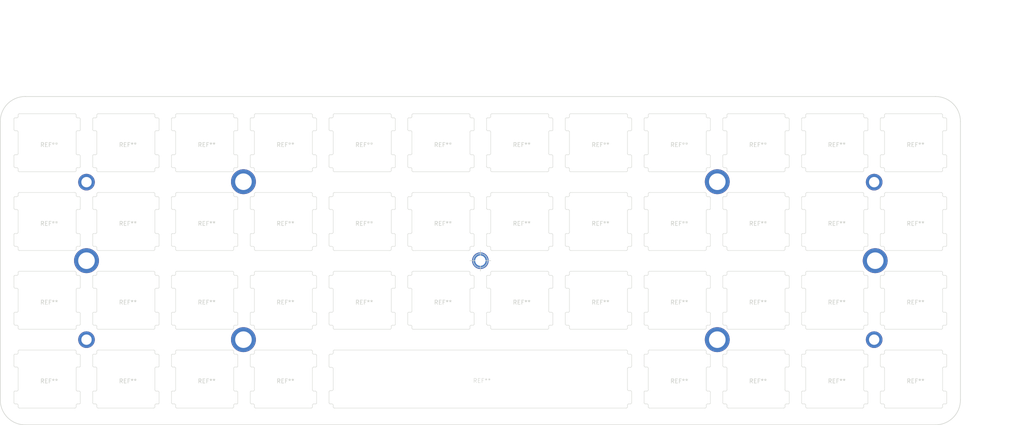
<source format=kicad_pcb>
(kicad_pcb (version 20171130) (host pcbnew 5.1.2)

  (general
    (thickness 1.6)
    (drawings 11)
    (tracks 11)
    (zones 0)
    (modules 45)
    (nets 1)
  )

  (page A4)
  (title_block
    (title SharkPCB)
    (date 2019-02-10)
    (rev V3.0.7)
    (company "Gondolin Electronics")
  )

  (layers
    (0 F.Cu signal)
    (31 B.Cu signal)
    (32 B.Adhes user hide)
    (33 F.Adhes user)
    (34 B.Paste user hide)
    (35 F.Paste user hide)
    (36 B.SilkS user)
    (37 F.SilkS user)
    (38 B.Mask user hide)
    (39 F.Mask user hide)
    (40 Dwgs.User user)
    (41 Cmts.User user)
    (42 Eco1.User user)
    (43 Eco2.User user)
    (44 Edge.Cuts user)
    (45 Margin user hide)
    (46 B.CrtYd user hide)
    (47 F.CrtYd user hide)
    (48 B.Fab user hide)
    (49 F.Fab user hide)
  )

  (setup
    (last_trace_width 0.254)
    (trace_clearance 0.13)
    (zone_clearance 0.127)
    (zone_45_only no)
    (trace_min 0.1)
    (via_size 0.45)
    (via_drill 0.2)
    (via_min_size 0.45)
    (via_min_drill 0.2)
    (uvia_size 0.45)
    (uvia_drill 0.2)
    (uvias_allowed no)
    (uvia_min_size 0.2)
    (uvia_min_drill 0.1)
    (edge_width 0.15)
    (segment_width 0.15)
    (pcb_text_width 0.3)
    (pcb_text_size 1.5 1.5)
    (mod_edge_width 0.15)
    (mod_text_size 1 1)
    (mod_text_width 0.15)
    (pad_size 1 2.2)
    (pad_drill 0.6)
    (pad_to_mask_clearance 0.051)
    (solder_mask_min_width 0.25)
    (aux_axis_origin 0 0)
    (grid_origin 150 100)
    (visible_elements FFFFFF7F)
    (pcbplotparams
      (layerselection 0x01000_7ffffffe)
      (usegerberextensions true)
      (usegerberattributes false)
      (usegerberadvancedattributes false)
      (creategerberjobfile false)
      (excludeedgelayer false)
      (linewidth 0.100000)
      (plotframeref false)
      (viasonmask false)
      (mode 1)
      (useauxorigin false)
      (hpglpennumber 1)
      (hpglpenspeed 20)
      (hpglpendiameter 15.000000)
      (psnegative false)
      (psa4output false)
      (plotreference false)
      (plotvalue false)
      (plotinvisibletext false)
      (padsonsilk false)
      (subtractmaskfromsilk false)
      (outputformat 5)
      (mirror false)
      (drillshape 0)
      (scaleselection 1)
      (outputdirectory "../../gerbers/"))
  )

  (net 0 "")

  (net_class Default "This is the default net class."
    (clearance 0.13)
    (trace_width 0.254)
    (via_dia 0.45)
    (via_drill 0.2)
    (uvia_dia 0.45)
    (uvia_drill 0.2)
  )

  (net_class Fine ""
    (clearance 0.13)
    (trace_width 0.13)
    (via_dia 0.508)
    (via_drill 0.2032)
    (uvia_dia 0.45)
    (uvia_drill 0.2)
  )

  (module acheronSwitchSlots:slotMX400 (layer F.Cu) (tedit 5C895868) (tstamp 5CAF48CE)
    (at 149.993 128.553)
    (fp_text reference REF** (at 0.4 0.4) (layer Edge.Cuts)
      (effects (font (size 1 1) (thickness 0.1)))
    )
    (fp_text value slotMX400 (at 0.4 -0.6) (layer F.Fab)
      (effects (font (size 1 1) (thickness 0.1)))
    )
    (fp_arc (start -35.8 6.3) (end -35.5 6.3) (angle -90) (layer Edge.Cuts) (width 0.1))
    (fp_line (start -36.2 6) (end -35.8 6) (layer Edge.Cuts) (width 0.1))
    (fp_arc (start -36.2 5.7) (end -36.5 5.7) (angle -90) (layer Edge.Cuts) (width 0.1))
    (fp_line (start -35.8 2.8) (end -36.2 2.8) (layer Edge.Cuts) (width 0.1))
    (fp_arc (start -36.2 -5.7) (end -36.2 -6) (angle -90) (layer Edge.Cuts) (width 0.1))
    (fp_line (start -35.8 -6) (end -36.2 -6) (layer Edge.Cuts) (width 0.1))
    (fp_arc (start -35.2 6.7) (end -35.5 6.7) (angle -90) (layer Edge.Cuts) (width 0.1))
    (fp_arc (start -35.2 -6.7) (end -35.2 -7) (angle -90) (layer Edge.Cuts) (width 0.1))
    (fp_line (start -36.2 -2.8) (end -35.8 -2.8) (layer Edge.Cuts) (width 0.1))
    (fp_line (start -36.5 3.1) (end -36.5 5.7) (layer Edge.Cuts) (width 0.1))
    (fp_line (start -35.5 6.7) (end -35.5 6.3) (layer Edge.Cuts) (width 0.1))
    (fp_arc (start -35.8 2.5) (end -35.8 2.8) (angle -90) (layer Edge.Cuts) (width 0.1))
    (fp_arc (start -35.8 -6.3) (end -35.8 -6) (angle -90) (layer Edge.Cuts) (width 0.1))
    (fp_arc (start -36.2 3.1) (end -36.2 2.8) (angle -90) (layer Edge.Cuts) (width 0.1))
    (fp_line (start -35.5 -6.3) (end -35.5 -6.7) (layer Edge.Cuts) (width 0.1))
    (fp_arc (start -35.8 -2.5) (end -35.5 -2.5) (angle -90) (layer Edge.Cuts) (width 0.1))
    (fp_arc (start -36.2 -3.1) (end -36.5 -3.1) (angle -90) (layer Edge.Cuts) (width 0.1))
    (fp_line (start -36.5 -5.7) (end -36.5 -3.1) (layer Edge.Cuts) (width 0.1))
    (fp_line (start -35.5 2.5) (end -35.5 -2.5) (layer Edge.Cuts) (width 0.1))
    (fp_line (start 35.5 6.3) (end 35.5 6.7) (layer Edge.Cuts) (width 0.1))
    (fp_arc (start 35.8 2.5) (end 35.5 2.5) (angle -90) (layer Edge.Cuts) (width 0.1))
    (fp_line (start 36.2 2.8) (end 35.8 2.8) (layer Edge.Cuts) (width 0.1))
    (fp_arc (start 36.2 3.1) (end 36.5 3.1) (angle -90) (layer Edge.Cuts) (width 0.1))
    (fp_line (start 35.8 6) (end 36.2 6) (layer Edge.Cuts) (width 0.1))
    (fp_line (start 36.5 5.7) (end 36.5 3.1) (layer Edge.Cuts) (width 0.1))
    (fp_line (start 35.5 -2.5) (end 35.5 2.5) (layer Edge.Cuts) (width 0.1))
    (fp_arc (start 35.8 6.3) (end 35.8 6) (angle -90) (layer Edge.Cuts) (width 0.1))
    (fp_arc (start 36.2 5.7) (end 36.2 6) (angle -90) (layer Edge.Cuts) (width 0.1))
    (fp_line (start 35.5 -6.7) (end 35.5 -6.3) (layer Edge.Cuts) (width 0.1))
    (fp_arc (start 35.8 -2.5) (end 35.8 -2.8) (angle -90) (layer Edge.Cuts) (width 0.1))
    (fp_arc (start 35.8 -6.3) (end 35.5 -6.3) (angle -90) (layer Edge.Cuts) (width 0.1))
    (fp_arc (start 36.2 -5.7) (end 36.5 -5.7) (angle -90) (layer Edge.Cuts) (width 0.1))
    (fp_arc (start 36.2 -3.1) (end 36.2 -2.8) (angle -90) (layer Edge.Cuts) (width 0.1))
    (fp_line (start 36.2 -6) (end 35.8 -6) (layer Edge.Cuts) (width 0.1))
    (fp_line (start 36.5 -3.1) (end 36.5 -5.7) (layer Edge.Cuts) (width 0.1))
    (fp_line (start 35.8 -2.8) (end 36.2 -2.8) (layer Edge.Cuts) (width 0.1))
    (fp_line (start 35.2 7) (end -35.2 7) (layer Edge.Cuts) (width 0.1))
    (fp_arc (start 35.2 6.7) (end 35.2 7) (angle -90) (layer Edge.Cuts) (width 0.1))
    (fp_arc (start 35.2 -6.7) (end 35.5 -6.7) (angle -90) (layer Edge.Cuts) (width 0.1))
    (fp_line (start 35.2 -7) (end -35.2 -7) (layer Edge.Cuts) (width 0.1))
  )

  (module acheronSwitchSlots:slotMX100 (layer F.Cu) (tedit 5C8958E0) (tstamp 5CAF47CC)
    (at 235.493 128.553)
    (fp_text reference REF** (at 0.5 0.5) (layer Edge.Cuts)
      (effects (font (size 1 1) (thickness 0.15)))
    )
    (fp_text value slotMX100 (at 0.5 -0.5) (layer F.Fab)
      (effects (font (size 1 1) (thickness 0.15)))
    )
    (fp_arc (start -7.8 -5.8) (end -7.8 -6) (angle -90) (layer Edge.Cuts) (width 0.1))
    (fp_arc (start -7.7 -3.2) (end -8 -3.2) (angle -90) (layer Edge.Cuts) (width 0.1))
    (fp_arc (start -7.3 -2.6) (end -7 -2.6) (angle -90) (layer Edge.Cuts) (width 0.1))
    (fp_arc (start -7.3 -6.3) (end -7.3 -6) (angle -90) (layer Edge.Cuts) (width 0.1))
    (fp_line (start -8 -5.8) (end -8 -3.2) (layer Edge.Cuts) (width 0.1))
    (fp_line (start -7.3 -2.9) (end -7.7 -2.9) (layer Edge.Cuts) (width 0.1))
    (fp_line (start -7.8 -6) (end -7.3 -6) (layer Edge.Cuts) (width 0.1))
    (fp_arc (start -7.3 6.3) (end -7 6.3) (angle -90) (layer Edge.Cuts) (width 0.1))
    (fp_arc (start -7.7 5.7) (end -8 5.7) (angle -90) (layer Edge.Cuts) (width 0.1))
    (fp_line (start -7.8 2.9) (end -7.3 2.9) (layer Edge.Cuts) (width 0.1))
    (fp_line (start -8 3.1) (end -8 5.7) (layer Edge.Cuts) (width 0.1))
    (fp_line (start -7.3 6) (end -7.7 6) (layer Edge.Cuts) (width 0.1))
    (fp_arc (start -7.3 2.6) (end -7.3 2.9) (angle -90) (layer Edge.Cuts) (width 0.1))
    (fp_arc (start -7.8 3.1) (end -7.8 2.9) (angle -90) (layer Edge.Cuts) (width 0.1))
    (fp_arc (start 7.8 5.8) (end 7.8 6) (angle -90) (layer Edge.Cuts) (width 0.1))
    (fp_arc (start 7.3 6.3) (end 7.3 6) (angle -90) (layer Edge.Cuts) (width 0.1))
    (fp_line (start 7.3 2.9) (end 7.7 2.9) (layer Edge.Cuts) (width 0.1))
    (fp_line (start 8 5.8) (end 8 3.2) (layer Edge.Cuts) (width 0.1))
    (fp_line (start 7.8 6) (end 7.3 6) (layer Edge.Cuts) (width 0.1))
    (fp_arc (start 7.7 3.2) (end 8 3.2) (angle -90) (layer Edge.Cuts) (width 0.1))
    (fp_arc (start 7.3 2.6) (end 7 2.6) (angle -90) (layer Edge.Cuts) (width 0.1))
    (fp_line (start 7 -6.7) (end 7 -6.3) (layer Edge.Cuts) (width 0.1))
    (fp_arc (start 7.7 -5.7) (end 8 -5.7) (angle -90) (layer Edge.Cuts) (width 0.1))
    (fp_arc (start 7.3 -6.3) (end 7 -6.3) (angle -90) (layer Edge.Cuts) (width 0.1))
    (fp_arc (start 6.7 6.7) (end 6.7 7) (angle -90) (layer Edge.Cuts) (width 0.1))
    (fp_line (start 7 2.6) (end 7 -2.6) (layer Edge.Cuts) (width 0.1))
    (fp_line (start 7.8 -2.9) (end 7.3 -2.9) (layer Edge.Cuts) (width 0.1))
    (fp_line (start 8 -3.1) (end 8 -5.7) (layer Edge.Cuts) (width 0.1))
    (fp_line (start 7.3 -6) (end 7.7 -6) (layer Edge.Cuts) (width 0.1))
    (fp_arc (start 7.3 -2.6) (end 7.3 -2.9) (angle -90) (layer Edge.Cuts) (width 0.1))
    (fp_arc (start 7.8 -3.1) (end 7.8 -2.9) (angle -90) (layer Edge.Cuts) (width 0.1))
    (fp_arc (start 6.7 -6.7) (end 7 -6.7) (angle -90) (layer Edge.Cuts) (width 0.1))
    (fp_line (start 7 6.3) (end 7 6.7) (layer Edge.Cuts) (width 0.1))
    (fp_line (start -7 -6.3) (end -7 -6.7) (layer Edge.Cuts) (width 0.1))
    (fp_line (start -7 -2.6) (end -7 2.6) (layer Edge.Cuts) (width 0.1))
    (fp_line (start 6.7 -7) (end -6.7 -7) (layer Edge.Cuts) (width 0.1))
    (fp_arc (start -6.7 -6.7) (end -6.7 -7) (angle -90) (layer Edge.Cuts) (width 0.1))
    (fp_line (start -7 6.7) (end -7 6.3) (layer Edge.Cuts) (width 0.1))
    (fp_arc (start -6.7 6.7) (end -7 6.7) (angle -90) (layer Edge.Cuts) (width 0.1))
    (fp_line (start 6.7 7) (end -6.7 7) (layer Edge.Cuts) (width 0.1))
    (model ${ACHERONLIB}/3d_models/mx_switch.step
      (offset (xyz -7.35 -7.3 1))
      (scale (xyz 1 1 1))
      (rotate (xyz -90 0 0))
    )
  )

  (module acheronSwitchSlots:slotMX100 (layer F.Cu) (tedit 5C8958E0) (tstamp 5CAF5279)
    (at 235.493 109.553)
    (fp_text reference REF** (at 0.5 0.5) (layer Edge.Cuts)
      (effects (font (size 1 1) (thickness 0.15)))
    )
    (fp_text value slotMX100 (at 0.5 -0.5) (layer F.Fab)
      (effects (font (size 1 1) (thickness 0.15)))
    )
    (fp_arc (start -7.8 -5.8) (end -7.8 -6) (angle -90) (layer Edge.Cuts) (width 0.1))
    (fp_arc (start -7.7 -3.2) (end -8 -3.2) (angle -90) (layer Edge.Cuts) (width 0.1))
    (fp_arc (start -7.3 -2.6) (end -7 -2.6) (angle -90) (layer Edge.Cuts) (width 0.1))
    (fp_arc (start -7.3 -6.3) (end -7.3 -6) (angle -90) (layer Edge.Cuts) (width 0.1))
    (fp_line (start -8 -5.8) (end -8 -3.2) (layer Edge.Cuts) (width 0.1))
    (fp_line (start -7.3 -2.9) (end -7.7 -2.9) (layer Edge.Cuts) (width 0.1))
    (fp_line (start -7.8 -6) (end -7.3 -6) (layer Edge.Cuts) (width 0.1))
    (fp_arc (start -7.3 6.3) (end -7 6.3) (angle -90) (layer Edge.Cuts) (width 0.1))
    (fp_arc (start -7.7 5.7) (end -8 5.7) (angle -90) (layer Edge.Cuts) (width 0.1))
    (fp_line (start -7.8 2.9) (end -7.3 2.9) (layer Edge.Cuts) (width 0.1))
    (fp_line (start -8 3.1) (end -8 5.7) (layer Edge.Cuts) (width 0.1))
    (fp_line (start -7.3 6) (end -7.7 6) (layer Edge.Cuts) (width 0.1))
    (fp_arc (start -7.3 2.6) (end -7.3 2.9) (angle -90) (layer Edge.Cuts) (width 0.1))
    (fp_arc (start -7.8 3.1) (end -7.8 2.9) (angle -90) (layer Edge.Cuts) (width 0.1))
    (fp_arc (start 7.8 5.8) (end 7.8 6) (angle -90) (layer Edge.Cuts) (width 0.1))
    (fp_arc (start 7.3 6.3) (end 7.3 6) (angle -90) (layer Edge.Cuts) (width 0.1))
    (fp_line (start 7.3 2.9) (end 7.7 2.9) (layer Edge.Cuts) (width 0.1))
    (fp_line (start 8 5.8) (end 8 3.2) (layer Edge.Cuts) (width 0.1))
    (fp_line (start 7.8 6) (end 7.3 6) (layer Edge.Cuts) (width 0.1))
    (fp_arc (start 7.7 3.2) (end 8 3.2) (angle -90) (layer Edge.Cuts) (width 0.1))
    (fp_arc (start 7.3 2.6) (end 7 2.6) (angle -90) (layer Edge.Cuts) (width 0.1))
    (fp_line (start 7 -6.7) (end 7 -6.3) (layer Edge.Cuts) (width 0.1))
    (fp_arc (start 7.7 -5.7) (end 8 -5.7) (angle -90) (layer Edge.Cuts) (width 0.1))
    (fp_arc (start 7.3 -6.3) (end 7 -6.3) (angle -90) (layer Edge.Cuts) (width 0.1))
    (fp_arc (start 6.7 6.7) (end 6.7 7) (angle -90) (layer Edge.Cuts) (width 0.1))
    (fp_line (start 7 2.6) (end 7 -2.6) (layer Edge.Cuts) (width 0.1))
    (fp_line (start 7.8 -2.9) (end 7.3 -2.9) (layer Edge.Cuts) (width 0.1))
    (fp_line (start 8 -3.1) (end 8 -5.7) (layer Edge.Cuts) (width 0.1))
    (fp_line (start 7.3 -6) (end 7.7 -6) (layer Edge.Cuts) (width 0.1))
    (fp_arc (start 7.3 -2.6) (end 7.3 -2.9) (angle -90) (layer Edge.Cuts) (width 0.1))
    (fp_arc (start 7.8 -3.1) (end 7.8 -2.9) (angle -90) (layer Edge.Cuts) (width 0.1))
    (fp_arc (start 6.7 -6.7) (end 7 -6.7) (angle -90) (layer Edge.Cuts) (width 0.1))
    (fp_line (start 7 6.3) (end 7 6.7) (layer Edge.Cuts) (width 0.1))
    (fp_line (start -7 -6.3) (end -7 -6.7) (layer Edge.Cuts) (width 0.1))
    (fp_line (start -7 -2.6) (end -7 2.6) (layer Edge.Cuts) (width 0.1))
    (fp_line (start 6.7 -7) (end -6.7 -7) (layer Edge.Cuts) (width 0.1))
    (fp_arc (start -6.7 -6.7) (end -6.7 -7) (angle -90) (layer Edge.Cuts) (width 0.1))
    (fp_line (start -7 6.7) (end -7 6.3) (layer Edge.Cuts) (width 0.1))
    (fp_arc (start -6.7 6.7) (end -7 6.7) (angle -90) (layer Edge.Cuts) (width 0.1))
    (fp_line (start 6.7 7) (end -6.7 7) (layer Edge.Cuts) (width 0.1))
    (model ${ACHERONLIB}/3d_models/mx_switch.step
      (offset (xyz -7.35 -7.3 1))
      (scale (xyz 1 1 1))
      (rotate (xyz -90 0 0))
    )
  )

  (module acheronSwitchSlots:slotMX100 (layer F.Cu) (tedit 5C8958E0) (tstamp 5CAF5804)
    (at 235.493 71.553)
    (fp_text reference REF** (at 0.5 0.5) (layer Edge.Cuts)
      (effects (font (size 1 1) (thickness 0.15)))
    )
    (fp_text value slotMX100 (at 0.5 -0.5) (layer F.Fab)
      (effects (font (size 1 1) (thickness 0.15)))
    )
    (fp_arc (start -7.8 -5.8) (end -7.8 -6) (angle -90) (layer Edge.Cuts) (width 0.1))
    (fp_arc (start -7.7 -3.2) (end -8 -3.2) (angle -90) (layer Edge.Cuts) (width 0.1))
    (fp_arc (start -7.3 -2.6) (end -7 -2.6) (angle -90) (layer Edge.Cuts) (width 0.1))
    (fp_arc (start -7.3 -6.3) (end -7.3 -6) (angle -90) (layer Edge.Cuts) (width 0.1))
    (fp_line (start -8 -5.8) (end -8 -3.2) (layer Edge.Cuts) (width 0.1))
    (fp_line (start -7.3 -2.9) (end -7.7 -2.9) (layer Edge.Cuts) (width 0.1))
    (fp_line (start -7.8 -6) (end -7.3 -6) (layer Edge.Cuts) (width 0.1))
    (fp_arc (start -7.3 6.3) (end -7 6.3) (angle -90) (layer Edge.Cuts) (width 0.1))
    (fp_arc (start -7.7 5.7) (end -8 5.7) (angle -90) (layer Edge.Cuts) (width 0.1))
    (fp_line (start -7.8 2.9) (end -7.3 2.9) (layer Edge.Cuts) (width 0.1))
    (fp_line (start -8 3.1) (end -8 5.7) (layer Edge.Cuts) (width 0.1))
    (fp_line (start -7.3 6) (end -7.7 6) (layer Edge.Cuts) (width 0.1))
    (fp_arc (start -7.3 2.6) (end -7.3 2.9) (angle -90) (layer Edge.Cuts) (width 0.1))
    (fp_arc (start -7.8 3.1) (end -7.8 2.9) (angle -90) (layer Edge.Cuts) (width 0.1))
    (fp_arc (start 7.8 5.8) (end 7.8 6) (angle -90) (layer Edge.Cuts) (width 0.1))
    (fp_arc (start 7.3 6.3) (end 7.3 6) (angle -90) (layer Edge.Cuts) (width 0.1))
    (fp_line (start 7.3 2.9) (end 7.7 2.9) (layer Edge.Cuts) (width 0.1))
    (fp_line (start 8 5.8) (end 8 3.2) (layer Edge.Cuts) (width 0.1))
    (fp_line (start 7.8 6) (end 7.3 6) (layer Edge.Cuts) (width 0.1))
    (fp_arc (start 7.7 3.2) (end 8 3.2) (angle -90) (layer Edge.Cuts) (width 0.1))
    (fp_arc (start 7.3 2.6) (end 7 2.6) (angle -90) (layer Edge.Cuts) (width 0.1))
    (fp_line (start 7 -6.7) (end 7 -6.3) (layer Edge.Cuts) (width 0.1))
    (fp_arc (start 7.7 -5.7) (end 8 -5.7) (angle -90) (layer Edge.Cuts) (width 0.1))
    (fp_arc (start 7.3 -6.3) (end 7 -6.3) (angle -90) (layer Edge.Cuts) (width 0.1))
    (fp_arc (start 6.7 6.7) (end 6.7 7) (angle -90) (layer Edge.Cuts) (width 0.1))
    (fp_line (start 7 2.6) (end 7 -2.6) (layer Edge.Cuts) (width 0.1))
    (fp_line (start 7.8 -2.9) (end 7.3 -2.9) (layer Edge.Cuts) (width 0.1))
    (fp_line (start 8 -3.1) (end 8 -5.7) (layer Edge.Cuts) (width 0.1))
    (fp_line (start 7.3 -6) (end 7.7 -6) (layer Edge.Cuts) (width 0.1))
    (fp_arc (start 7.3 -2.6) (end 7.3 -2.9) (angle -90) (layer Edge.Cuts) (width 0.1))
    (fp_arc (start 7.8 -3.1) (end 7.8 -2.9) (angle -90) (layer Edge.Cuts) (width 0.1))
    (fp_arc (start 6.7 -6.7) (end 7 -6.7) (angle -90) (layer Edge.Cuts) (width 0.1))
    (fp_line (start 7 6.3) (end 7 6.7) (layer Edge.Cuts) (width 0.1))
    (fp_line (start -7 -6.3) (end -7 -6.7) (layer Edge.Cuts) (width 0.1))
    (fp_line (start -7 -2.6) (end -7 2.6) (layer Edge.Cuts) (width 0.1))
    (fp_line (start 6.7 -7) (end -6.7 -7) (layer Edge.Cuts) (width 0.1))
    (fp_arc (start -6.7 -6.7) (end -6.7 -7) (angle -90) (layer Edge.Cuts) (width 0.1))
    (fp_line (start -7 6.7) (end -7 6.3) (layer Edge.Cuts) (width 0.1))
    (fp_arc (start -6.7 6.7) (end -7 6.7) (angle -90) (layer Edge.Cuts) (width 0.1))
    (fp_line (start 6.7 7) (end -6.7 7) (layer Edge.Cuts) (width 0.1))
    (model ${ACHERONLIB}/3d_models/mx_switch.step
      (offset (xyz -7.35 -7.3 1))
      (scale (xyz 1 1 1))
      (rotate (xyz -90 0 0))
    )
  )

  (module acheronSwitchSlots:slotMX100 (layer F.Cu) (tedit 5C8958E0) (tstamp 5CAF5C9C)
    (at 83.493 128.553)
    (fp_text reference REF** (at 0.5 0.5) (layer Edge.Cuts)
      (effects (font (size 1 1) (thickness 0.15)))
    )
    (fp_text value slotMX100 (at 0.5 -0.5) (layer F.Fab)
      (effects (font (size 1 1) (thickness 0.15)))
    )
    (fp_arc (start -7.8 -5.8) (end -7.8 -6) (angle -90) (layer Edge.Cuts) (width 0.1))
    (fp_arc (start -7.7 -3.2) (end -8 -3.2) (angle -90) (layer Edge.Cuts) (width 0.1))
    (fp_arc (start -7.3 -2.6) (end -7 -2.6) (angle -90) (layer Edge.Cuts) (width 0.1))
    (fp_arc (start -7.3 -6.3) (end -7.3 -6) (angle -90) (layer Edge.Cuts) (width 0.1))
    (fp_line (start -8 -5.8) (end -8 -3.2) (layer Edge.Cuts) (width 0.1))
    (fp_line (start -7.3 -2.9) (end -7.7 -2.9) (layer Edge.Cuts) (width 0.1))
    (fp_line (start -7.8 -6) (end -7.3 -6) (layer Edge.Cuts) (width 0.1))
    (fp_arc (start -7.3 6.3) (end -7 6.3) (angle -90) (layer Edge.Cuts) (width 0.1))
    (fp_arc (start -7.7 5.7) (end -8 5.7) (angle -90) (layer Edge.Cuts) (width 0.1))
    (fp_line (start -7.8 2.9) (end -7.3 2.9) (layer Edge.Cuts) (width 0.1))
    (fp_line (start -8 3.1) (end -8 5.7) (layer Edge.Cuts) (width 0.1))
    (fp_line (start -7.3 6) (end -7.7 6) (layer Edge.Cuts) (width 0.1))
    (fp_arc (start -7.3 2.6) (end -7.3 2.9) (angle -90) (layer Edge.Cuts) (width 0.1))
    (fp_arc (start -7.8 3.1) (end -7.8 2.9) (angle -90) (layer Edge.Cuts) (width 0.1))
    (fp_arc (start 7.8 5.8) (end 7.8 6) (angle -90) (layer Edge.Cuts) (width 0.1))
    (fp_arc (start 7.3 6.3) (end 7.3 6) (angle -90) (layer Edge.Cuts) (width 0.1))
    (fp_line (start 7.3 2.9) (end 7.7 2.9) (layer Edge.Cuts) (width 0.1))
    (fp_line (start 8 5.8) (end 8 3.2) (layer Edge.Cuts) (width 0.1))
    (fp_line (start 7.8 6) (end 7.3 6) (layer Edge.Cuts) (width 0.1))
    (fp_arc (start 7.7 3.2) (end 8 3.2) (angle -90) (layer Edge.Cuts) (width 0.1))
    (fp_arc (start 7.3 2.6) (end 7 2.6) (angle -90) (layer Edge.Cuts) (width 0.1))
    (fp_line (start 7 -6.7) (end 7 -6.3) (layer Edge.Cuts) (width 0.1))
    (fp_arc (start 7.7 -5.7) (end 8 -5.7) (angle -90) (layer Edge.Cuts) (width 0.1))
    (fp_arc (start 7.3 -6.3) (end 7 -6.3) (angle -90) (layer Edge.Cuts) (width 0.1))
    (fp_arc (start 6.7 6.7) (end 6.7 7) (angle -90) (layer Edge.Cuts) (width 0.1))
    (fp_line (start 7 2.6) (end 7 -2.6) (layer Edge.Cuts) (width 0.1))
    (fp_line (start 7.8 -2.9) (end 7.3 -2.9) (layer Edge.Cuts) (width 0.1))
    (fp_line (start 8 -3.1) (end 8 -5.7) (layer Edge.Cuts) (width 0.1))
    (fp_line (start 7.3 -6) (end 7.7 -6) (layer Edge.Cuts) (width 0.1))
    (fp_arc (start 7.3 -2.6) (end 7.3 -2.9) (angle -90) (layer Edge.Cuts) (width 0.1))
    (fp_arc (start 7.8 -3.1) (end 7.8 -2.9) (angle -90) (layer Edge.Cuts) (width 0.1))
    (fp_arc (start 6.7 -6.7) (end 7 -6.7) (angle -90) (layer Edge.Cuts) (width 0.1))
    (fp_line (start 7 6.3) (end 7 6.7) (layer Edge.Cuts) (width 0.1))
    (fp_line (start -7 -6.3) (end -7 -6.7) (layer Edge.Cuts) (width 0.1))
    (fp_line (start -7 -2.6) (end -7 2.6) (layer Edge.Cuts) (width 0.1))
    (fp_line (start 6.7 -7) (end -6.7 -7) (layer Edge.Cuts) (width 0.1))
    (fp_arc (start -6.7 -6.7) (end -6.7 -7) (angle -90) (layer Edge.Cuts) (width 0.1))
    (fp_line (start -7 6.7) (end -7 6.3) (layer Edge.Cuts) (width 0.1))
    (fp_arc (start -6.7 6.7) (end -7 6.7) (angle -90) (layer Edge.Cuts) (width 0.1))
    (fp_line (start 6.7 7) (end -6.7 7) (layer Edge.Cuts) (width 0.1))
    (model ${ACHERONLIB}/3d_models/mx_switch.step
      (offset (xyz -7.35 -7.3 1))
      (scale (xyz 1 1 1))
      (rotate (xyz -90 0 0))
    )
  )

  (module acheronSwitchSlots:slotMX100 (layer F.Cu) (tedit 5C8958E0) (tstamp 5CAF5D1D)
    (at 254.493 128.553)
    (fp_text reference REF** (at 0.5 0.5) (layer Edge.Cuts)
      (effects (font (size 1 1) (thickness 0.15)))
    )
    (fp_text value slotMX100 (at 0.5 -0.5) (layer F.Fab)
      (effects (font (size 1 1) (thickness 0.15)))
    )
    (fp_arc (start -7.8 -5.8) (end -7.8 -6) (angle -90) (layer Edge.Cuts) (width 0.1))
    (fp_arc (start -7.7 -3.2) (end -8 -3.2) (angle -90) (layer Edge.Cuts) (width 0.1))
    (fp_arc (start -7.3 -2.6) (end -7 -2.6) (angle -90) (layer Edge.Cuts) (width 0.1))
    (fp_arc (start -7.3 -6.3) (end -7.3 -6) (angle -90) (layer Edge.Cuts) (width 0.1))
    (fp_line (start -8 -5.8) (end -8 -3.2) (layer Edge.Cuts) (width 0.1))
    (fp_line (start -7.3 -2.9) (end -7.7 -2.9) (layer Edge.Cuts) (width 0.1))
    (fp_line (start -7.8 -6) (end -7.3 -6) (layer Edge.Cuts) (width 0.1))
    (fp_arc (start -7.3 6.3) (end -7 6.3) (angle -90) (layer Edge.Cuts) (width 0.1))
    (fp_arc (start -7.7 5.7) (end -8 5.7) (angle -90) (layer Edge.Cuts) (width 0.1))
    (fp_line (start -7.8 2.9) (end -7.3 2.9) (layer Edge.Cuts) (width 0.1))
    (fp_line (start -8 3.1) (end -8 5.7) (layer Edge.Cuts) (width 0.1))
    (fp_line (start -7.3 6) (end -7.7 6) (layer Edge.Cuts) (width 0.1))
    (fp_arc (start -7.3 2.6) (end -7.3 2.9) (angle -90) (layer Edge.Cuts) (width 0.1))
    (fp_arc (start -7.8 3.1) (end -7.8 2.9) (angle -90) (layer Edge.Cuts) (width 0.1))
    (fp_arc (start 7.8 5.8) (end 7.8 6) (angle -90) (layer Edge.Cuts) (width 0.1))
    (fp_arc (start 7.3 6.3) (end 7.3 6) (angle -90) (layer Edge.Cuts) (width 0.1))
    (fp_line (start 7.3 2.9) (end 7.7 2.9) (layer Edge.Cuts) (width 0.1))
    (fp_line (start 8 5.8) (end 8 3.2) (layer Edge.Cuts) (width 0.1))
    (fp_line (start 7.8 6) (end 7.3 6) (layer Edge.Cuts) (width 0.1))
    (fp_arc (start 7.7 3.2) (end 8 3.2) (angle -90) (layer Edge.Cuts) (width 0.1))
    (fp_arc (start 7.3 2.6) (end 7 2.6) (angle -90) (layer Edge.Cuts) (width 0.1))
    (fp_line (start 7 -6.7) (end 7 -6.3) (layer Edge.Cuts) (width 0.1))
    (fp_arc (start 7.7 -5.7) (end 8 -5.7) (angle -90) (layer Edge.Cuts) (width 0.1))
    (fp_arc (start 7.3 -6.3) (end 7 -6.3) (angle -90) (layer Edge.Cuts) (width 0.1))
    (fp_arc (start 6.7 6.7) (end 6.7 7) (angle -90) (layer Edge.Cuts) (width 0.1))
    (fp_line (start 7 2.6) (end 7 -2.6) (layer Edge.Cuts) (width 0.1))
    (fp_line (start 7.8 -2.9) (end 7.3 -2.9) (layer Edge.Cuts) (width 0.1))
    (fp_line (start 8 -3.1) (end 8 -5.7) (layer Edge.Cuts) (width 0.1))
    (fp_line (start 7.3 -6) (end 7.7 -6) (layer Edge.Cuts) (width 0.1))
    (fp_arc (start 7.3 -2.6) (end 7.3 -2.9) (angle -90) (layer Edge.Cuts) (width 0.1))
    (fp_arc (start 7.8 -3.1) (end 7.8 -2.9) (angle -90) (layer Edge.Cuts) (width 0.1))
    (fp_arc (start 6.7 -6.7) (end 7 -6.7) (angle -90) (layer Edge.Cuts) (width 0.1))
    (fp_line (start 7 6.3) (end 7 6.7) (layer Edge.Cuts) (width 0.1))
    (fp_line (start -7 -6.3) (end -7 -6.7) (layer Edge.Cuts) (width 0.1))
    (fp_line (start -7 -2.6) (end -7 2.6) (layer Edge.Cuts) (width 0.1))
    (fp_line (start 6.7 -7) (end -6.7 -7) (layer Edge.Cuts) (width 0.1))
    (fp_arc (start -6.7 -6.7) (end -6.7 -7) (angle -90) (layer Edge.Cuts) (width 0.1))
    (fp_line (start -7 6.7) (end -7 6.3) (layer Edge.Cuts) (width 0.1))
    (fp_arc (start -6.7 6.7) (end -7 6.7) (angle -90) (layer Edge.Cuts) (width 0.1))
    (fp_line (start 6.7 7) (end -6.7 7) (layer Edge.Cuts) (width 0.1))
    (model ${ACHERONLIB}/3d_models/mx_switch.step
      (offset (xyz -7.35 -7.3 1))
      (scale (xyz 1 1 1))
      (rotate (xyz -90 0 0))
    )
  )

  (module acheronSwitchSlots:slotMX100 (layer F.Cu) (tedit 5C8958E0) (tstamp 5CAF5D9E)
    (at 197.493 128.553)
    (fp_text reference REF** (at 0.5 0.5) (layer Edge.Cuts)
      (effects (font (size 1 1) (thickness 0.15)))
    )
    (fp_text value slotMX100 (at 0.5 -0.5) (layer F.Fab)
      (effects (font (size 1 1) (thickness 0.15)))
    )
    (fp_arc (start -7.8 -5.8) (end -7.8 -6) (angle -90) (layer Edge.Cuts) (width 0.1))
    (fp_arc (start -7.7 -3.2) (end -8 -3.2) (angle -90) (layer Edge.Cuts) (width 0.1))
    (fp_arc (start -7.3 -2.6) (end -7 -2.6) (angle -90) (layer Edge.Cuts) (width 0.1))
    (fp_arc (start -7.3 -6.3) (end -7.3 -6) (angle -90) (layer Edge.Cuts) (width 0.1))
    (fp_line (start -8 -5.8) (end -8 -3.2) (layer Edge.Cuts) (width 0.1))
    (fp_line (start -7.3 -2.9) (end -7.7 -2.9) (layer Edge.Cuts) (width 0.1))
    (fp_line (start -7.8 -6) (end -7.3 -6) (layer Edge.Cuts) (width 0.1))
    (fp_arc (start -7.3 6.3) (end -7 6.3) (angle -90) (layer Edge.Cuts) (width 0.1))
    (fp_arc (start -7.7 5.7) (end -8 5.7) (angle -90) (layer Edge.Cuts) (width 0.1))
    (fp_line (start -7.8 2.9) (end -7.3 2.9) (layer Edge.Cuts) (width 0.1))
    (fp_line (start -8 3.1) (end -8 5.7) (layer Edge.Cuts) (width 0.1))
    (fp_line (start -7.3 6) (end -7.7 6) (layer Edge.Cuts) (width 0.1))
    (fp_arc (start -7.3 2.6) (end -7.3 2.9) (angle -90) (layer Edge.Cuts) (width 0.1))
    (fp_arc (start -7.8 3.1) (end -7.8 2.9) (angle -90) (layer Edge.Cuts) (width 0.1))
    (fp_arc (start 7.8 5.8) (end 7.8 6) (angle -90) (layer Edge.Cuts) (width 0.1))
    (fp_arc (start 7.3 6.3) (end 7.3 6) (angle -90) (layer Edge.Cuts) (width 0.1))
    (fp_line (start 7.3 2.9) (end 7.7 2.9) (layer Edge.Cuts) (width 0.1))
    (fp_line (start 8 5.8) (end 8 3.2) (layer Edge.Cuts) (width 0.1))
    (fp_line (start 7.8 6) (end 7.3 6) (layer Edge.Cuts) (width 0.1))
    (fp_arc (start 7.7 3.2) (end 8 3.2) (angle -90) (layer Edge.Cuts) (width 0.1))
    (fp_arc (start 7.3 2.6) (end 7 2.6) (angle -90) (layer Edge.Cuts) (width 0.1))
    (fp_line (start 7 -6.7) (end 7 -6.3) (layer Edge.Cuts) (width 0.1))
    (fp_arc (start 7.7 -5.7) (end 8 -5.7) (angle -90) (layer Edge.Cuts) (width 0.1))
    (fp_arc (start 7.3 -6.3) (end 7 -6.3) (angle -90) (layer Edge.Cuts) (width 0.1))
    (fp_arc (start 6.7 6.7) (end 6.7 7) (angle -90) (layer Edge.Cuts) (width 0.1))
    (fp_line (start 7 2.6) (end 7 -2.6) (layer Edge.Cuts) (width 0.1))
    (fp_line (start 7.8 -2.9) (end 7.3 -2.9) (layer Edge.Cuts) (width 0.1))
    (fp_line (start 8 -3.1) (end 8 -5.7) (layer Edge.Cuts) (width 0.1))
    (fp_line (start 7.3 -6) (end 7.7 -6) (layer Edge.Cuts) (width 0.1))
    (fp_arc (start 7.3 -2.6) (end 7.3 -2.9) (angle -90) (layer Edge.Cuts) (width 0.1))
    (fp_arc (start 7.8 -3.1) (end 7.8 -2.9) (angle -90) (layer Edge.Cuts) (width 0.1))
    (fp_arc (start 6.7 -6.7) (end 7 -6.7) (angle -90) (layer Edge.Cuts) (width 0.1))
    (fp_line (start 7 6.3) (end 7 6.7) (layer Edge.Cuts) (width 0.1))
    (fp_line (start -7 -6.3) (end -7 -6.7) (layer Edge.Cuts) (width 0.1))
    (fp_line (start -7 -2.6) (end -7 2.6) (layer Edge.Cuts) (width 0.1))
    (fp_line (start 6.7 -7) (end -6.7 -7) (layer Edge.Cuts) (width 0.1))
    (fp_arc (start -6.7 -6.7) (end -6.7 -7) (angle -90) (layer Edge.Cuts) (width 0.1))
    (fp_line (start -7 6.7) (end -7 6.3) (layer Edge.Cuts) (width 0.1))
    (fp_arc (start -6.7 6.7) (end -7 6.7) (angle -90) (layer Edge.Cuts) (width 0.1))
    (fp_line (start 6.7 7) (end -6.7 7) (layer Edge.Cuts) (width 0.1))
    (model ${ACHERONLIB}/3d_models/mx_switch.step
      (offset (xyz -7.35 -7.3 1))
      (scale (xyz 1 1 1))
      (rotate (xyz -90 0 0))
    )
  )

  (module acheronSwitchSlots:slotMX100 (layer F.Cu) (tedit 5C8958E0) (tstamp 5CAF51F8)
    (at 102.493 128.553)
    (fp_text reference REF** (at 0.5 0.5) (layer Edge.Cuts)
      (effects (font (size 1 1) (thickness 0.15)))
    )
    (fp_text value slotMX100 (at 0.5 -0.5) (layer F.Fab)
      (effects (font (size 1 1) (thickness 0.15)))
    )
    (fp_arc (start -7.8 -5.8) (end -7.8 -6) (angle -90) (layer Edge.Cuts) (width 0.1))
    (fp_arc (start -7.7 -3.2) (end -8 -3.2) (angle -90) (layer Edge.Cuts) (width 0.1))
    (fp_arc (start -7.3 -2.6) (end -7 -2.6) (angle -90) (layer Edge.Cuts) (width 0.1))
    (fp_arc (start -7.3 -6.3) (end -7.3 -6) (angle -90) (layer Edge.Cuts) (width 0.1))
    (fp_line (start -8 -5.8) (end -8 -3.2) (layer Edge.Cuts) (width 0.1))
    (fp_line (start -7.3 -2.9) (end -7.7 -2.9) (layer Edge.Cuts) (width 0.1))
    (fp_line (start -7.8 -6) (end -7.3 -6) (layer Edge.Cuts) (width 0.1))
    (fp_arc (start -7.3 6.3) (end -7 6.3) (angle -90) (layer Edge.Cuts) (width 0.1))
    (fp_arc (start -7.7 5.7) (end -8 5.7) (angle -90) (layer Edge.Cuts) (width 0.1))
    (fp_line (start -7.8 2.9) (end -7.3 2.9) (layer Edge.Cuts) (width 0.1))
    (fp_line (start -8 3.1) (end -8 5.7) (layer Edge.Cuts) (width 0.1))
    (fp_line (start -7.3 6) (end -7.7 6) (layer Edge.Cuts) (width 0.1))
    (fp_arc (start -7.3 2.6) (end -7.3 2.9) (angle -90) (layer Edge.Cuts) (width 0.1))
    (fp_arc (start -7.8 3.1) (end -7.8 2.9) (angle -90) (layer Edge.Cuts) (width 0.1))
    (fp_arc (start 7.8 5.8) (end 7.8 6) (angle -90) (layer Edge.Cuts) (width 0.1))
    (fp_arc (start 7.3 6.3) (end 7.3 6) (angle -90) (layer Edge.Cuts) (width 0.1))
    (fp_line (start 7.3 2.9) (end 7.7 2.9) (layer Edge.Cuts) (width 0.1))
    (fp_line (start 8 5.8) (end 8 3.2) (layer Edge.Cuts) (width 0.1))
    (fp_line (start 7.8 6) (end 7.3 6) (layer Edge.Cuts) (width 0.1))
    (fp_arc (start 7.7 3.2) (end 8 3.2) (angle -90) (layer Edge.Cuts) (width 0.1))
    (fp_arc (start 7.3 2.6) (end 7 2.6) (angle -90) (layer Edge.Cuts) (width 0.1))
    (fp_line (start 7 -6.7) (end 7 -6.3) (layer Edge.Cuts) (width 0.1))
    (fp_arc (start 7.7 -5.7) (end 8 -5.7) (angle -90) (layer Edge.Cuts) (width 0.1))
    (fp_arc (start 7.3 -6.3) (end 7 -6.3) (angle -90) (layer Edge.Cuts) (width 0.1))
    (fp_arc (start 6.7 6.7) (end 6.7 7) (angle -90) (layer Edge.Cuts) (width 0.1))
    (fp_line (start 7 2.6) (end 7 -2.6) (layer Edge.Cuts) (width 0.1))
    (fp_line (start 7.8 -2.9) (end 7.3 -2.9) (layer Edge.Cuts) (width 0.1))
    (fp_line (start 8 -3.1) (end 8 -5.7) (layer Edge.Cuts) (width 0.1))
    (fp_line (start 7.3 -6) (end 7.7 -6) (layer Edge.Cuts) (width 0.1))
    (fp_arc (start 7.3 -2.6) (end 7.3 -2.9) (angle -90) (layer Edge.Cuts) (width 0.1))
    (fp_arc (start 7.8 -3.1) (end 7.8 -2.9) (angle -90) (layer Edge.Cuts) (width 0.1))
    (fp_arc (start 6.7 -6.7) (end 7 -6.7) (angle -90) (layer Edge.Cuts) (width 0.1))
    (fp_line (start 7 6.3) (end 7 6.7) (layer Edge.Cuts) (width 0.1))
    (fp_line (start -7 -6.3) (end -7 -6.7) (layer Edge.Cuts) (width 0.1))
    (fp_line (start -7 -2.6) (end -7 2.6) (layer Edge.Cuts) (width 0.1))
    (fp_line (start 6.7 -7) (end -6.7 -7) (layer Edge.Cuts) (width 0.1))
    (fp_arc (start -6.7 -6.7) (end -6.7 -7) (angle -90) (layer Edge.Cuts) (width 0.1))
    (fp_line (start -7 6.7) (end -7 6.3) (layer Edge.Cuts) (width 0.1))
    (fp_arc (start -6.7 6.7) (end -7 6.7) (angle -90) (layer Edge.Cuts) (width 0.1))
    (fp_line (start 6.7 7) (end -6.7 7) (layer Edge.Cuts) (width 0.1))
    (model ${ACHERONLIB}/3d_models/mx_switch.step
      (offset (xyz -7.35 -7.3 1))
      (scale (xyz 1 1 1))
      (rotate (xyz -90 0 0))
    )
  )

  (module acheronSwitchSlots:slotMX100 (layer F.Cu) (tedit 5C8958E0) (tstamp 5CAF547D)
    (at 216.493 128.553)
    (fp_text reference REF** (at 0.5 0.5) (layer Edge.Cuts)
      (effects (font (size 1 1) (thickness 0.15)))
    )
    (fp_text value slotMX100 (at 0.5 -0.5) (layer F.Fab)
      (effects (font (size 1 1) (thickness 0.15)))
    )
    (fp_arc (start -7.8 -5.8) (end -7.8 -6) (angle -90) (layer Edge.Cuts) (width 0.1))
    (fp_arc (start -7.7 -3.2) (end -8 -3.2) (angle -90) (layer Edge.Cuts) (width 0.1))
    (fp_arc (start -7.3 -2.6) (end -7 -2.6) (angle -90) (layer Edge.Cuts) (width 0.1))
    (fp_arc (start -7.3 -6.3) (end -7.3 -6) (angle -90) (layer Edge.Cuts) (width 0.1))
    (fp_line (start -8 -5.8) (end -8 -3.2) (layer Edge.Cuts) (width 0.1))
    (fp_line (start -7.3 -2.9) (end -7.7 -2.9) (layer Edge.Cuts) (width 0.1))
    (fp_line (start -7.8 -6) (end -7.3 -6) (layer Edge.Cuts) (width 0.1))
    (fp_arc (start -7.3 6.3) (end -7 6.3) (angle -90) (layer Edge.Cuts) (width 0.1))
    (fp_arc (start -7.7 5.7) (end -8 5.7) (angle -90) (layer Edge.Cuts) (width 0.1))
    (fp_line (start -7.8 2.9) (end -7.3 2.9) (layer Edge.Cuts) (width 0.1))
    (fp_line (start -8 3.1) (end -8 5.7) (layer Edge.Cuts) (width 0.1))
    (fp_line (start -7.3 6) (end -7.7 6) (layer Edge.Cuts) (width 0.1))
    (fp_arc (start -7.3 2.6) (end -7.3 2.9) (angle -90) (layer Edge.Cuts) (width 0.1))
    (fp_arc (start -7.8 3.1) (end -7.8 2.9) (angle -90) (layer Edge.Cuts) (width 0.1))
    (fp_arc (start 7.8 5.8) (end 7.8 6) (angle -90) (layer Edge.Cuts) (width 0.1))
    (fp_arc (start 7.3 6.3) (end 7.3 6) (angle -90) (layer Edge.Cuts) (width 0.1))
    (fp_line (start 7.3 2.9) (end 7.7 2.9) (layer Edge.Cuts) (width 0.1))
    (fp_line (start 8 5.8) (end 8 3.2) (layer Edge.Cuts) (width 0.1))
    (fp_line (start 7.8 6) (end 7.3 6) (layer Edge.Cuts) (width 0.1))
    (fp_arc (start 7.7 3.2) (end 8 3.2) (angle -90) (layer Edge.Cuts) (width 0.1))
    (fp_arc (start 7.3 2.6) (end 7 2.6) (angle -90) (layer Edge.Cuts) (width 0.1))
    (fp_line (start 7 -6.7) (end 7 -6.3) (layer Edge.Cuts) (width 0.1))
    (fp_arc (start 7.7 -5.7) (end 8 -5.7) (angle -90) (layer Edge.Cuts) (width 0.1))
    (fp_arc (start 7.3 -6.3) (end 7 -6.3) (angle -90) (layer Edge.Cuts) (width 0.1))
    (fp_arc (start 6.7 6.7) (end 6.7 7) (angle -90) (layer Edge.Cuts) (width 0.1))
    (fp_line (start 7 2.6) (end 7 -2.6) (layer Edge.Cuts) (width 0.1))
    (fp_line (start 7.8 -2.9) (end 7.3 -2.9) (layer Edge.Cuts) (width 0.1))
    (fp_line (start 8 -3.1) (end 8 -5.7) (layer Edge.Cuts) (width 0.1))
    (fp_line (start 7.3 -6) (end 7.7 -6) (layer Edge.Cuts) (width 0.1))
    (fp_arc (start 7.3 -2.6) (end 7.3 -2.9) (angle -90) (layer Edge.Cuts) (width 0.1))
    (fp_arc (start 7.8 -3.1) (end 7.8 -2.9) (angle -90) (layer Edge.Cuts) (width 0.1))
    (fp_arc (start 6.7 -6.7) (end 7 -6.7) (angle -90) (layer Edge.Cuts) (width 0.1))
    (fp_line (start 7 6.3) (end 7 6.7) (layer Edge.Cuts) (width 0.1))
    (fp_line (start -7 -6.3) (end -7 -6.7) (layer Edge.Cuts) (width 0.1))
    (fp_line (start -7 -2.6) (end -7 2.6) (layer Edge.Cuts) (width 0.1))
    (fp_line (start 6.7 -7) (end -6.7 -7) (layer Edge.Cuts) (width 0.1))
    (fp_arc (start -6.7 -6.7) (end -6.7 -7) (angle -90) (layer Edge.Cuts) (width 0.1))
    (fp_line (start -7 6.7) (end -7 6.3) (layer Edge.Cuts) (width 0.1))
    (fp_arc (start -6.7 6.7) (end -7 6.7) (angle -90) (layer Edge.Cuts) (width 0.1))
    (fp_line (start 6.7 7) (end -6.7 7) (layer Edge.Cuts) (width 0.1))
    (model ${ACHERONLIB}/3d_models/mx_switch.step
      (offset (xyz -7.35 -7.3 1))
      (scale (xyz 1 1 1))
      (rotate (xyz -90 0 0))
    )
  )

  (module acheronSwitchSlots:slotMX100 (layer F.Cu) (tedit 5C8958E0) (tstamp 5CAF49D0)
    (at 64.493 128.553)
    (fp_text reference REF** (at 0.5 0.5) (layer Edge.Cuts)
      (effects (font (size 1 1) (thickness 0.15)))
    )
    (fp_text value slotMX100 (at 0.5 -0.5) (layer F.Fab)
      (effects (font (size 1 1) (thickness 0.15)))
    )
    (fp_arc (start -7.8 -5.8) (end -7.8 -6) (angle -90) (layer Edge.Cuts) (width 0.1))
    (fp_arc (start -7.7 -3.2) (end -8 -3.2) (angle -90) (layer Edge.Cuts) (width 0.1))
    (fp_arc (start -7.3 -2.6) (end -7 -2.6) (angle -90) (layer Edge.Cuts) (width 0.1))
    (fp_arc (start -7.3 -6.3) (end -7.3 -6) (angle -90) (layer Edge.Cuts) (width 0.1))
    (fp_line (start -8 -5.8) (end -8 -3.2) (layer Edge.Cuts) (width 0.1))
    (fp_line (start -7.3 -2.9) (end -7.7 -2.9) (layer Edge.Cuts) (width 0.1))
    (fp_line (start -7.8 -6) (end -7.3 -6) (layer Edge.Cuts) (width 0.1))
    (fp_arc (start -7.3 6.3) (end -7 6.3) (angle -90) (layer Edge.Cuts) (width 0.1))
    (fp_arc (start -7.7 5.7) (end -8 5.7) (angle -90) (layer Edge.Cuts) (width 0.1))
    (fp_line (start -7.8 2.9) (end -7.3 2.9) (layer Edge.Cuts) (width 0.1))
    (fp_line (start -8 3.1) (end -8 5.7) (layer Edge.Cuts) (width 0.1))
    (fp_line (start -7.3 6) (end -7.7 6) (layer Edge.Cuts) (width 0.1))
    (fp_arc (start -7.3 2.6) (end -7.3 2.9) (angle -90) (layer Edge.Cuts) (width 0.1))
    (fp_arc (start -7.8 3.1) (end -7.8 2.9) (angle -90) (layer Edge.Cuts) (width 0.1))
    (fp_arc (start 7.8 5.8) (end 7.8 6) (angle -90) (layer Edge.Cuts) (width 0.1))
    (fp_arc (start 7.3 6.3) (end 7.3 6) (angle -90) (layer Edge.Cuts) (width 0.1))
    (fp_line (start 7.3 2.9) (end 7.7 2.9) (layer Edge.Cuts) (width 0.1))
    (fp_line (start 8 5.8) (end 8 3.2) (layer Edge.Cuts) (width 0.1))
    (fp_line (start 7.8 6) (end 7.3 6) (layer Edge.Cuts) (width 0.1))
    (fp_arc (start 7.7 3.2) (end 8 3.2) (angle -90) (layer Edge.Cuts) (width 0.1))
    (fp_arc (start 7.3 2.6) (end 7 2.6) (angle -90) (layer Edge.Cuts) (width 0.1))
    (fp_line (start 7 -6.7) (end 7 -6.3) (layer Edge.Cuts) (width 0.1))
    (fp_arc (start 7.7 -5.7) (end 8 -5.7) (angle -90) (layer Edge.Cuts) (width 0.1))
    (fp_arc (start 7.3 -6.3) (end 7 -6.3) (angle -90) (layer Edge.Cuts) (width 0.1))
    (fp_arc (start 6.7 6.7) (end 6.7 7) (angle -90) (layer Edge.Cuts) (width 0.1))
    (fp_line (start 7 2.6) (end 7 -2.6) (layer Edge.Cuts) (width 0.1))
    (fp_line (start 7.8 -2.9) (end 7.3 -2.9) (layer Edge.Cuts) (width 0.1))
    (fp_line (start 8 -3.1) (end 8 -5.7) (layer Edge.Cuts) (width 0.1))
    (fp_line (start 7.3 -6) (end 7.7 -6) (layer Edge.Cuts) (width 0.1))
    (fp_arc (start 7.3 -2.6) (end 7.3 -2.9) (angle -90) (layer Edge.Cuts) (width 0.1))
    (fp_arc (start 7.8 -3.1) (end 7.8 -2.9) (angle -90) (layer Edge.Cuts) (width 0.1))
    (fp_arc (start 6.7 -6.7) (end 7 -6.7) (angle -90) (layer Edge.Cuts) (width 0.1))
    (fp_line (start 7 6.3) (end 7 6.7) (layer Edge.Cuts) (width 0.1))
    (fp_line (start -7 -6.3) (end -7 -6.7) (layer Edge.Cuts) (width 0.1))
    (fp_line (start -7 -2.6) (end -7 2.6) (layer Edge.Cuts) (width 0.1))
    (fp_line (start 6.7 -7) (end -6.7 -7) (layer Edge.Cuts) (width 0.1))
    (fp_arc (start -6.7 -6.7) (end -6.7 -7) (angle -90) (layer Edge.Cuts) (width 0.1))
    (fp_line (start -7 6.7) (end -7 6.3) (layer Edge.Cuts) (width 0.1))
    (fp_arc (start -6.7 6.7) (end -7 6.7) (angle -90) (layer Edge.Cuts) (width 0.1))
    (fp_line (start 6.7 7) (end -6.7 7) (layer Edge.Cuts) (width 0.1))
    (model ${ACHERONLIB}/3d_models/mx_switch.step
      (offset (xyz -7.35 -7.3 1))
      (scale (xyz 1 1 1))
      (rotate (xyz -90 0 0))
    )
  )

  (module acheronSwitchSlots:slotMX100 (layer F.Cu) (tedit 5C8958E0) (tstamp 5CAF4A57)
    (at 45.493 128.553)
    (fp_text reference REF** (at 0.5 0.5) (layer Edge.Cuts)
      (effects (font (size 1 1) (thickness 0.15)))
    )
    (fp_text value slotMX100 (at 0.5 -0.5) (layer F.Fab)
      (effects (font (size 1 1) (thickness 0.15)))
    )
    (fp_arc (start -7.8 -5.8) (end -7.8 -6) (angle -90) (layer Edge.Cuts) (width 0.1))
    (fp_arc (start -7.7 -3.2) (end -8 -3.2) (angle -90) (layer Edge.Cuts) (width 0.1))
    (fp_arc (start -7.3 -2.6) (end -7 -2.6) (angle -90) (layer Edge.Cuts) (width 0.1))
    (fp_arc (start -7.3 -6.3) (end -7.3 -6) (angle -90) (layer Edge.Cuts) (width 0.1))
    (fp_line (start -8 -5.8) (end -8 -3.2) (layer Edge.Cuts) (width 0.1))
    (fp_line (start -7.3 -2.9) (end -7.7 -2.9) (layer Edge.Cuts) (width 0.1))
    (fp_line (start -7.8 -6) (end -7.3 -6) (layer Edge.Cuts) (width 0.1))
    (fp_arc (start -7.3 6.3) (end -7 6.3) (angle -90) (layer Edge.Cuts) (width 0.1))
    (fp_arc (start -7.7 5.7) (end -8 5.7) (angle -90) (layer Edge.Cuts) (width 0.1))
    (fp_line (start -7.8 2.9) (end -7.3 2.9) (layer Edge.Cuts) (width 0.1))
    (fp_line (start -8 3.1) (end -8 5.7) (layer Edge.Cuts) (width 0.1))
    (fp_line (start -7.3 6) (end -7.7 6) (layer Edge.Cuts) (width 0.1))
    (fp_arc (start -7.3 2.6) (end -7.3 2.9) (angle -90) (layer Edge.Cuts) (width 0.1))
    (fp_arc (start -7.8 3.1) (end -7.8 2.9) (angle -90) (layer Edge.Cuts) (width 0.1))
    (fp_arc (start 7.8 5.8) (end 7.8 6) (angle -90) (layer Edge.Cuts) (width 0.1))
    (fp_arc (start 7.3 6.3) (end 7.3 6) (angle -90) (layer Edge.Cuts) (width 0.1))
    (fp_line (start 7.3 2.9) (end 7.7 2.9) (layer Edge.Cuts) (width 0.1))
    (fp_line (start 8 5.8) (end 8 3.2) (layer Edge.Cuts) (width 0.1))
    (fp_line (start 7.8 6) (end 7.3 6) (layer Edge.Cuts) (width 0.1))
    (fp_arc (start 7.7 3.2) (end 8 3.2) (angle -90) (layer Edge.Cuts) (width 0.1))
    (fp_arc (start 7.3 2.6) (end 7 2.6) (angle -90) (layer Edge.Cuts) (width 0.1))
    (fp_line (start 7 -6.7) (end 7 -6.3) (layer Edge.Cuts) (width 0.1))
    (fp_arc (start 7.7 -5.7) (end 8 -5.7) (angle -90) (layer Edge.Cuts) (width 0.1))
    (fp_arc (start 7.3 -6.3) (end 7 -6.3) (angle -90) (layer Edge.Cuts) (width 0.1))
    (fp_arc (start 6.7 6.7) (end 6.7 7) (angle -90) (layer Edge.Cuts) (width 0.1))
    (fp_line (start 7 2.6) (end 7 -2.6) (layer Edge.Cuts) (width 0.1))
    (fp_line (start 7.8 -2.9) (end 7.3 -2.9) (layer Edge.Cuts) (width 0.1))
    (fp_line (start 8 -3.1) (end 8 -5.7) (layer Edge.Cuts) (width 0.1))
    (fp_line (start 7.3 -6) (end 7.7 -6) (layer Edge.Cuts) (width 0.1))
    (fp_arc (start 7.3 -2.6) (end 7.3 -2.9) (angle -90) (layer Edge.Cuts) (width 0.1))
    (fp_arc (start 7.8 -3.1) (end 7.8 -2.9) (angle -90) (layer Edge.Cuts) (width 0.1))
    (fp_arc (start 6.7 -6.7) (end 7 -6.7) (angle -90) (layer Edge.Cuts) (width 0.1))
    (fp_line (start 7 6.3) (end 7 6.7) (layer Edge.Cuts) (width 0.1))
    (fp_line (start -7 -6.3) (end -7 -6.7) (layer Edge.Cuts) (width 0.1))
    (fp_line (start -7 -2.6) (end -7 2.6) (layer Edge.Cuts) (width 0.1))
    (fp_line (start 6.7 -7) (end -6.7 -7) (layer Edge.Cuts) (width 0.1))
    (fp_arc (start -6.7 -6.7) (end -6.7 -7) (angle -90) (layer Edge.Cuts) (width 0.1))
    (fp_line (start -7 6.7) (end -7 6.3) (layer Edge.Cuts) (width 0.1))
    (fp_arc (start -6.7 6.7) (end -7 6.7) (angle -90) (layer Edge.Cuts) (width 0.1))
    (fp_line (start 6.7 7) (end -6.7 7) (layer Edge.Cuts) (width 0.1))
    (model ${ACHERONLIB}/3d_models/mx_switch.step
      (offset (xyz -7.35 -7.3 1))
      (scale (xyz 1 1 1))
      (rotate (xyz -90 0 0))
    )
  )

  (module acheronSwitchSlots:slotMX100 (layer F.Cu) (tedit 5C8958E0) (tstamp 5CAF4AD8)
    (at 197.493 109.553)
    (fp_text reference REF** (at 0.5 0.5) (layer Edge.Cuts)
      (effects (font (size 1 1) (thickness 0.15)))
    )
    (fp_text value slotMX100 (at 0.5 -0.5) (layer F.Fab)
      (effects (font (size 1 1) (thickness 0.15)))
    )
    (fp_arc (start -7.8 -5.8) (end -7.8 -6) (angle -90) (layer Edge.Cuts) (width 0.1))
    (fp_arc (start -7.7 -3.2) (end -8 -3.2) (angle -90) (layer Edge.Cuts) (width 0.1))
    (fp_arc (start -7.3 -2.6) (end -7 -2.6) (angle -90) (layer Edge.Cuts) (width 0.1))
    (fp_arc (start -7.3 -6.3) (end -7.3 -6) (angle -90) (layer Edge.Cuts) (width 0.1))
    (fp_line (start -8 -5.8) (end -8 -3.2) (layer Edge.Cuts) (width 0.1))
    (fp_line (start -7.3 -2.9) (end -7.7 -2.9) (layer Edge.Cuts) (width 0.1))
    (fp_line (start -7.8 -6) (end -7.3 -6) (layer Edge.Cuts) (width 0.1))
    (fp_arc (start -7.3 6.3) (end -7 6.3) (angle -90) (layer Edge.Cuts) (width 0.1))
    (fp_arc (start -7.7 5.7) (end -8 5.7) (angle -90) (layer Edge.Cuts) (width 0.1))
    (fp_line (start -7.8 2.9) (end -7.3 2.9) (layer Edge.Cuts) (width 0.1))
    (fp_line (start -8 3.1) (end -8 5.7) (layer Edge.Cuts) (width 0.1))
    (fp_line (start -7.3 6) (end -7.7 6) (layer Edge.Cuts) (width 0.1))
    (fp_arc (start -7.3 2.6) (end -7.3 2.9) (angle -90) (layer Edge.Cuts) (width 0.1))
    (fp_arc (start -7.8 3.1) (end -7.8 2.9) (angle -90) (layer Edge.Cuts) (width 0.1))
    (fp_arc (start 7.8 5.8) (end 7.8 6) (angle -90) (layer Edge.Cuts) (width 0.1))
    (fp_arc (start 7.3 6.3) (end 7.3 6) (angle -90) (layer Edge.Cuts) (width 0.1))
    (fp_line (start 7.3 2.9) (end 7.7 2.9) (layer Edge.Cuts) (width 0.1))
    (fp_line (start 8 5.8) (end 8 3.2) (layer Edge.Cuts) (width 0.1))
    (fp_line (start 7.8 6) (end 7.3 6) (layer Edge.Cuts) (width 0.1))
    (fp_arc (start 7.7 3.2) (end 8 3.2) (angle -90) (layer Edge.Cuts) (width 0.1))
    (fp_arc (start 7.3 2.6) (end 7 2.6) (angle -90) (layer Edge.Cuts) (width 0.1))
    (fp_line (start 7 -6.7) (end 7 -6.3) (layer Edge.Cuts) (width 0.1))
    (fp_arc (start 7.7 -5.7) (end 8 -5.7) (angle -90) (layer Edge.Cuts) (width 0.1))
    (fp_arc (start 7.3 -6.3) (end 7 -6.3) (angle -90) (layer Edge.Cuts) (width 0.1))
    (fp_arc (start 6.7 6.7) (end 6.7 7) (angle -90) (layer Edge.Cuts) (width 0.1))
    (fp_line (start 7 2.6) (end 7 -2.6) (layer Edge.Cuts) (width 0.1))
    (fp_line (start 7.8 -2.9) (end 7.3 -2.9) (layer Edge.Cuts) (width 0.1))
    (fp_line (start 8 -3.1) (end 8 -5.7) (layer Edge.Cuts) (width 0.1))
    (fp_line (start 7.3 -6) (end 7.7 -6) (layer Edge.Cuts) (width 0.1))
    (fp_arc (start 7.3 -2.6) (end 7.3 -2.9) (angle -90) (layer Edge.Cuts) (width 0.1))
    (fp_arc (start 7.8 -3.1) (end 7.8 -2.9) (angle -90) (layer Edge.Cuts) (width 0.1))
    (fp_arc (start 6.7 -6.7) (end 7 -6.7) (angle -90) (layer Edge.Cuts) (width 0.1))
    (fp_line (start 7 6.3) (end 7 6.7) (layer Edge.Cuts) (width 0.1))
    (fp_line (start -7 -6.3) (end -7 -6.7) (layer Edge.Cuts) (width 0.1))
    (fp_line (start -7 -2.6) (end -7 2.6) (layer Edge.Cuts) (width 0.1))
    (fp_line (start 6.7 -7) (end -6.7 -7) (layer Edge.Cuts) (width 0.1))
    (fp_arc (start -6.7 -6.7) (end -6.7 -7) (angle -90) (layer Edge.Cuts) (width 0.1))
    (fp_line (start -7 6.7) (end -7 6.3) (layer Edge.Cuts) (width 0.1))
    (fp_arc (start -6.7 6.7) (end -7 6.7) (angle -90) (layer Edge.Cuts) (width 0.1))
    (fp_line (start 6.7 7) (end -6.7 7) (layer Edge.Cuts) (width 0.1))
    (model ${ACHERONLIB}/3d_models/mx_switch.step
      (offset (xyz -7.35 -7.3 1))
      (scale (xyz 1 1 1))
      (rotate (xyz -90 0 0))
    )
  )

  (module acheronSwitchSlots:slotMX100 (layer F.Cu) (tedit 5C8958E0) (tstamp 5CAF54FE)
    (at 254.493 109.553)
    (fp_text reference REF** (at 0.5 0.5) (layer Edge.Cuts)
      (effects (font (size 1 1) (thickness 0.15)))
    )
    (fp_text value slotMX100 (at 0.5 -0.5) (layer F.Fab)
      (effects (font (size 1 1) (thickness 0.15)))
    )
    (fp_arc (start -7.8 -5.8) (end -7.8 -6) (angle -90) (layer Edge.Cuts) (width 0.1))
    (fp_arc (start -7.7 -3.2) (end -8 -3.2) (angle -90) (layer Edge.Cuts) (width 0.1))
    (fp_arc (start -7.3 -2.6) (end -7 -2.6) (angle -90) (layer Edge.Cuts) (width 0.1))
    (fp_arc (start -7.3 -6.3) (end -7.3 -6) (angle -90) (layer Edge.Cuts) (width 0.1))
    (fp_line (start -8 -5.8) (end -8 -3.2) (layer Edge.Cuts) (width 0.1))
    (fp_line (start -7.3 -2.9) (end -7.7 -2.9) (layer Edge.Cuts) (width 0.1))
    (fp_line (start -7.8 -6) (end -7.3 -6) (layer Edge.Cuts) (width 0.1))
    (fp_arc (start -7.3 6.3) (end -7 6.3) (angle -90) (layer Edge.Cuts) (width 0.1))
    (fp_arc (start -7.7 5.7) (end -8 5.7) (angle -90) (layer Edge.Cuts) (width 0.1))
    (fp_line (start -7.8 2.9) (end -7.3 2.9) (layer Edge.Cuts) (width 0.1))
    (fp_line (start -8 3.1) (end -8 5.7) (layer Edge.Cuts) (width 0.1))
    (fp_line (start -7.3 6) (end -7.7 6) (layer Edge.Cuts) (width 0.1))
    (fp_arc (start -7.3 2.6) (end -7.3 2.9) (angle -90) (layer Edge.Cuts) (width 0.1))
    (fp_arc (start -7.8 3.1) (end -7.8 2.9) (angle -90) (layer Edge.Cuts) (width 0.1))
    (fp_arc (start 7.8 5.8) (end 7.8 6) (angle -90) (layer Edge.Cuts) (width 0.1))
    (fp_arc (start 7.3 6.3) (end 7.3 6) (angle -90) (layer Edge.Cuts) (width 0.1))
    (fp_line (start 7.3 2.9) (end 7.7 2.9) (layer Edge.Cuts) (width 0.1))
    (fp_line (start 8 5.8) (end 8 3.2) (layer Edge.Cuts) (width 0.1))
    (fp_line (start 7.8 6) (end 7.3 6) (layer Edge.Cuts) (width 0.1))
    (fp_arc (start 7.7 3.2) (end 8 3.2) (angle -90) (layer Edge.Cuts) (width 0.1))
    (fp_arc (start 7.3 2.6) (end 7 2.6) (angle -90) (layer Edge.Cuts) (width 0.1))
    (fp_line (start 7 -6.7) (end 7 -6.3) (layer Edge.Cuts) (width 0.1))
    (fp_arc (start 7.7 -5.7) (end 8 -5.7) (angle -90) (layer Edge.Cuts) (width 0.1))
    (fp_arc (start 7.3 -6.3) (end 7 -6.3) (angle -90) (layer Edge.Cuts) (width 0.1))
    (fp_arc (start 6.7 6.7) (end 6.7 7) (angle -90) (layer Edge.Cuts) (width 0.1))
    (fp_line (start 7 2.6) (end 7 -2.6) (layer Edge.Cuts) (width 0.1))
    (fp_line (start 7.8 -2.9) (end 7.3 -2.9) (layer Edge.Cuts) (width 0.1))
    (fp_line (start 8 -3.1) (end 8 -5.7) (layer Edge.Cuts) (width 0.1))
    (fp_line (start 7.3 -6) (end 7.7 -6) (layer Edge.Cuts) (width 0.1))
    (fp_arc (start 7.3 -2.6) (end 7.3 -2.9) (angle -90) (layer Edge.Cuts) (width 0.1))
    (fp_arc (start 7.8 -3.1) (end 7.8 -2.9) (angle -90) (layer Edge.Cuts) (width 0.1))
    (fp_arc (start 6.7 -6.7) (end 7 -6.7) (angle -90) (layer Edge.Cuts) (width 0.1))
    (fp_line (start 7 6.3) (end 7 6.7) (layer Edge.Cuts) (width 0.1))
    (fp_line (start -7 -6.3) (end -7 -6.7) (layer Edge.Cuts) (width 0.1))
    (fp_line (start -7 -2.6) (end -7 2.6) (layer Edge.Cuts) (width 0.1))
    (fp_line (start 6.7 -7) (end -6.7 -7) (layer Edge.Cuts) (width 0.1))
    (fp_arc (start -6.7 -6.7) (end -6.7 -7) (angle -90) (layer Edge.Cuts) (width 0.1))
    (fp_line (start -7 6.7) (end -7 6.3) (layer Edge.Cuts) (width 0.1))
    (fp_arc (start -6.7 6.7) (end -7 6.7) (angle -90) (layer Edge.Cuts) (width 0.1))
    (fp_line (start 6.7 7) (end -6.7 7) (layer Edge.Cuts) (width 0.1))
    (model ${ACHERONLIB}/3d_models/mx_switch.step
      (offset (xyz -7.35 -7.3 1))
      (scale (xyz 1 1 1))
      (rotate (xyz -90 0 0))
    )
  )

  (module acheronSwitchSlots:slotMX100 (layer F.Cu) (tedit 5C8958E0) (tstamp 5CAF52FA)
    (at 83.493 109.553)
    (fp_text reference REF** (at 0.5 0.5) (layer Edge.Cuts)
      (effects (font (size 1 1) (thickness 0.15)))
    )
    (fp_text value slotMX100 (at 0.5 -0.5) (layer F.Fab)
      (effects (font (size 1 1) (thickness 0.15)))
    )
    (fp_arc (start -7.8 -5.8) (end -7.8 -6) (angle -90) (layer Edge.Cuts) (width 0.1))
    (fp_arc (start -7.7 -3.2) (end -8 -3.2) (angle -90) (layer Edge.Cuts) (width 0.1))
    (fp_arc (start -7.3 -2.6) (end -7 -2.6) (angle -90) (layer Edge.Cuts) (width 0.1))
    (fp_arc (start -7.3 -6.3) (end -7.3 -6) (angle -90) (layer Edge.Cuts) (width 0.1))
    (fp_line (start -8 -5.8) (end -8 -3.2) (layer Edge.Cuts) (width 0.1))
    (fp_line (start -7.3 -2.9) (end -7.7 -2.9) (layer Edge.Cuts) (width 0.1))
    (fp_line (start -7.8 -6) (end -7.3 -6) (layer Edge.Cuts) (width 0.1))
    (fp_arc (start -7.3 6.3) (end -7 6.3) (angle -90) (layer Edge.Cuts) (width 0.1))
    (fp_arc (start -7.7 5.7) (end -8 5.7) (angle -90) (layer Edge.Cuts) (width 0.1))
    (fp_line (start -7.8 2.9) (end -7.3 2.9) (layer Edge.Cuts) (width 0.1))
    (fp_line (start -8 3.1) (end -8 5.7) (layer Edge.Cuts) (width 0.1))
    (fp_line (start -7.3 6) (end -7.7 6) (layer Edge.Cuts) (width 0.1))
    (fp_arc (start -7.3 2.6) (end -7.3 2.9) (angle -90) (layer Edge.Cuts) (width 0.1))
    (fp_arc (start -7.8 3.1) (end -7.8 2.9) (angle -90) (layer Edge.Cuts) (width 0.1))
    (fp_arc (start 7.8 5.8) (end 7.8 6) (angle -90) (layer Edge.Cuts) (width 0.1))
    (fp_arc (start 7.3 6.3) (end 7.3 6) (angle -90) (layer Edge.Cuts) (width 0.1))
    (fp_line (start 7.3 2.9) (end 7.7 2.9) (layer Edge.Cuts) (width 0.1))
    (fp_line (start 8 5.8) (end 8 3.2) (layer Edge.Cuts) (width 0.1))
    (fp_line (start 7.8 6) (end 7.3 6) (layer Edge.Cuts) (width 0.1))
    (fp_arc (start 7.7 3.2) (end 8 3.2) (angle -90) (layer Edge.Cuts) (width 0.1))
    (fp_arc (start 7.3 2.6) (end 7 2.6) (angle -90) (layer Edge.Cuts) (width 0.1))
    (fp_line (start 7 -6.7) (end 7 -6.3) (layer Edge.Cuts) (width 0.1))
    (fp_arc (start 7.7 -5.7) (end 8 -5.7) (angle -90) (layer Edge.Cuts) (width 0.1))
    (fp_arc (start 7.3 -6.3) (end 7 -6.3) (angle -90) (layer Edge.Cuts) (width 0.1))
    (fp_arc (start 6.7 6.7) (end 6.7 7) (angle -90) (layer Edge.Cuts) (width 0.1))
    (fp_line (start 7 2.6) (end 7 -2.6) (layer Edge.Cuts) (width 0.1))
    (fp_line (start 7.8 -2.9) (end 7.3 -2.9) (layer Edge.Cuts) (width 0.1))
    (fp_line (start 8 -3.1) (end 8 -5.7) (layer Edge.Cuts) (width 0.1))
    (fp_line (start 7.3 -6) (end 7.7 -6) (layer Edge.Cuts) (width 0.1))
    (fp_arc (start 7.3 -2.6) (end 7.3 -2.9) (angle -90) (layer Edge.Cuts) (width 0.1))
    (fp_arc (start 7.8 -3.1) (end 7.8 -2.9) (angle -90) (layer Edge.Cuts) (width 0.1))
    (fp_arc (start 6.7 -6.7) (end 7 -6.7) (angle -90) (layer Edge.Cuts) (width 0.1))
    (fp_line (start 7 6.3) (end 7 6.7) (layer Edge.Cuts) (width 0.1))
    (fp_line (start -7 -6.3) (end -7 -6.7) (layer Edge.Cuts) (width 0.1))
    (fp_line (start -7 -2.6) (end -7 2.6) (layer Edge.Cuts) (width 0.1))
    (fp_line (start 6.7 -7) (end -6.7 -7) (layer Edge.Cuts) (width 0.1))
    (fp_arc (start -6.7 -6.7) (end -6.7 -7) (angle -90) (layer Edge.Cuts) (width 0.1))
    (fp_line (start -7 6.7) (end -7 6.3) (layer Edge.Cuts) (width 0.1))
    (fp_arc (start -6.7 6.7) (end -7 6.7) (angle -90) (layer Edge.Cuts) (width 0.1))
    (fp_line (start 6.7 7) (end -6.7 7) (layer Edge.Cuts) (width 0.1))
    (model ${ACHERONLIB}/3d_models/mx_switch.step
      (offset (xyz -7.35 -7.3 1))
      (scale (xyz 1 1 1))
      (rotate (xyz -90 0 0))
    )
  )

  (module acheronSwitchSlots:slotMX100 (layer F.Cu) (tedit 5C8958E0) (tstamp 5CAF4B5C)
    (at 178.493 109.553)
    (fp_text reference REF** (at 0.5 0.5) (layer Edge.Cuts)
      (effects (font (size 1 1) (thickness 0.15)))
    )
    (fp_text value slotMX100 (at 0.5 -0.5) (layer F.Fab)
      (effects (font (size 1 1) (thickness 0.15)))
    )
    (fp_arc (start -7.8 -5.8) (end -7.8 -6) (angle -90) (layer Edge.Cuts) (width 0.1))
    (fp_arc (start -7.7 -3.2) (end -8 -3.2) (angle -90) (layer Edge.Cuts) (width 0.1))
    (fp_arc (start -7.3 -2.6) (end -7 -2.6) (angle -90) (layer Edge.Cuts) (width 0.1))
    (fp_arc (start -7.3 -6.3) (end -7.3 -6) (angle -90) (layer Edge.Cuts) (width 0.1))
    (fp_line (start -8 -5.8) (end -8 -3.2) (layer Edge.Cuts) (width 0.1))
    (fp_line (start -7.3 -2.9) (end -7.7 -2.9) (layer Edge.Cuts) (width 0.1))
    (fp_line (start -7.8 -6) (end -7.3 -6) (layer Edge.Cuts) (width 0.1))
    (fp_arc (start -7.3 6.3) (end -7 6.3) (angle -90) (layer Edge.Cuts) (width 0.1))
    (fp_arc (start -7.7 5.7) (end -8 5.7) (angle -90) (layer Edge.Cuts) (width 0.1))
    (fp_line (start -7.8 2.9) (end -7.3 2.9) (layer Edge.Cuts) (width 0.1))
    (fp_line (start -8 3.1) (end -8 5.7) (layer Edge.Cuts) (width 0.1))
    (fp_line (start -7.3 6) (end -7.7 6) (layer Edge.Cuts) (width 0.1))
    (fp_arc (start -7.3 2.6) (end -7.3 2.9) (angle -90) (layer Edge.Cuts) (width 0.1))
    (fp_arc (start -7.8 3.1) (end -7.8 2.9) (angle -90) (layer Edge.Cuts) (width 0.1))
    (fp_arc (start 7.8 5.8) (end 7.8 6) (angle -90) (layer Edge.Cuts) (width 0.1))
    (fp_arc (start 7.3 6.3) (end 7.3 6) (angle -90) (layer Edge.Cuts) (width 0.1))
    (fp_line (start 7.3 2.9) (end 7.7 2.9) (layer Edge.Cuts) (width 0.1))
    (fp_line (start 8 5.8) (end 8 3.2) (layer Edge.Cuts) (width 0.1))
    (fp_line (start 7.8 6) (end 7.3 6) (layer Edge.Cuts) (width 0.1))
    (fp_arc (start 7.7 3.2) (end 8 3.2) (angle -90) (layer Edge.Cuts) (width 0.1))
    (fp_arc (start 7.3 2.6) (end 7 2.6) (angle -90) (layer Edge.Cuts) (width 0.1))
    (fp_line (start 7 -6.7) (end 7 -6.3) (layer Edge.Cuts) (width 0.1))
    (fp_arc (start 7.7 -5.7) (end 8 -5.7) (angle -90) (layer Edge.Cuts) (width 0.1))
    (fp_arc (start 7.3 -6.3) (end 7 -6.3) (angle -90) (layer Edge.Cuts) (width 0.1))
    (fp_arc (start 6.7 6.7) (end 6.7 7) (angle -90) (layer Edge.Cuts) (width 0.1))
    (fp_line (start 7 2.6) (end 7 -2.6) (layer Edge.Cuts) (width 0.1))
    (fp_line (start 7.8 -2.9) (end 7.3 -2.9) (layer Edge.Cuts) (width 0.1))
    (fp_line (start 8 -3.1) (end 8 -5.7) (layer Edge.Cuts) (width 0.1))
    (fp_line (start 7.3 -6) (end 7.7 -6) (layer Edge.Cuts) (width 0.1))
    (fp_arc (start 7.3 -2.6) (end 7.3 -2.9) (angle -90) (layer Edge.Cuts) (width 0.1))
    (fp_arc (start 7.8 -3.1) (end 7.8 -2.9) (angle -90) (layer Edge.Cuts) (width 0.1))
    (fp_arc (start 6.7 -6.7) (end 7 -6.7) (angle -90) (layer Edge.Cuts) (width 0.1))
    (fp_line (start 7 6.3) (end 7 6.7) (layer Edge.Cuts) (width 0.1))
    (fp_line (start -7 -6.3) (end -7 -6.7) (layer Edge.Cuts) (width 0.1))
    (fp_line (start -7 -2.6) (end -7 2.6) (layer Edge.Cuts) (width 0.1))
    (fp_line (start 6.7 -7) (end -6.7 -7) (layer Edge.Cuts) (width 0.1))
    (fp_arc (start -6.7 -6.7) (end -6.7 -7) (angle -90) (layer Edge.Cuts) (width 0.1))
    (fp_line (start -7 6.7) (end -7 6.3) (layer Edge.Cuts) (width 0.1))
    (fp_arc (start -6.7 6.7) (end -7 6.7) (angle -90) (layer Edge.Cuts) (width 0.1))
    (fp_line (start 6.7 7) (end -6.7 7) (layer Edge.Cuts) (width 0.1))
    (model ${ACHERONLIB}/3d_models/mx_switch.step
      (offset (xyz -7.35 -7.3 1))
      (scale (xyz 1 1 1))
      (rotate (xyz -90 0 0))
    )
  )

  (module acheronSwitchSlots:slotMX100 (layer F.Cu) (tedit 5C8958E0) (tstamp 5CAF5681)
    (at 64.493 109.553)
    (fp_text reference REF** (at 0.5 0.5) (layer Edge.Cuts)
      (effects (font (size 1 1) (thickness 0.15)))
    )
    (fp_text value slotMX100 (at 0.5 -0.5) (layer F.Fab)
      (effects (font (size 1 1) (thickness 0.15)))
    )
    (fp_arc (start -7.8 -5.8) (end -7.8 -6) (angle -90) (layer Edge.Cuts) (width 0.1))
    (fp_arc (start -7.7 -3.2) (end -8 -3.2) (angle -90) (layer Edge.Cuts) (width 0.1))
    (fp_arc (start -7.3 -2.6) (end -7 -2.6) (angle -90) (layer Edge.Cuts) (width 0.1))
    (fp_arc (start -7.3 -6.3) (end -7.3 -6) (angle -90) (layer Edge.Cuts) (width 0.1))
    (fp_line (start -8 -5.8) (end -8 -3.2) (layer Edge.Cuts) (width 0.1))
    (fp_line (start -7.3 -2.9) (end -7.7 -2.9) (layer Edge.Cuts) (width 0.1))
    (fp_line (start -7.8 -6) (end -7.3 -6) (layer Edge.Cuts) (width 0.1))
    (fp_arc (start -7.3 6.3) (end -7 6.3) (angle -90) (layer Edge.Cuts) (width 0.1))
    (fp_arc (start -7.7 5.7) (end -8 5.7) (angle -90) (layer Edge.Cuts) (width 0.1))
    (fp_line (start -7.8 2.9) (end -7.3 2.9) (layer Edge.Cuts) (width 0.1))
    (fp_line (start -8 3.1) (end -8 5.7) (layer Edge.Cuts) (width 0.1))
    (fp_line (start -7.3 6) (end -7.7 6) (layer Edge.Cuts) (width 0.1))
    (fp_arc (start -7.3 2.6) (end -7.3 2.9) (angle -90) (layer Edge.Cuts) (width 0.1))
    (fp_arc (start -7.8 3.1) (end -7.8 2.9) (angle -90) (layer Edge.Cuts) (width 0.1))
    (fp_arc (start 7.8 5.8) (end 7.8 6) (angle -90) (layer Edge.Cuts) (width 0.1))
    (fp_arc (start 7.3 6.3) (end 7.3 6) (angle -90) (layer Edge.Cuts) (width 0.1))
    (fp_line (start 7.3 2.9) (end 7.7 2.9) (layer Edge.Cuts) (width 0.1))
    (fp_line (start 8 5.8) (end 8 3.2) (layer Edge.Cuts) (width 0.1))
    (fp_line (start 7.8 6) (end 7.3 6) (layer Edge.Cuts) (width 0.1))
    (fp_arc (start 7.7 3.2) (end 8 3.2) (angle -90) (layer Edge.Cuts) (width 0.1))
    (fp_arc (start 7.3 2.6) (end 7 2.6) (angle -90) (layer Edge.Cuts) (width 0.1))
    (fp_line (start 7 -6.7) (end 7 -6.3) (layer Edge.Cuts) (width 0.1))
    (fp_arc (start 7.7 -5.7) (end 8 -5.7) (angle -90) (layer Edge.Cuts) (width 0.1))
    (fp_arc (start 7.3 -6.3) (end 7 -6.3) (angle -90) (layer Edge.Cuts) (width 0.1))
    (fp_arc (start 6.7 6.7) (end 6.7 7) (angle -90) (layer Edge.Cuts) (width 0.1))
    (fp_line (start 7 2.6) (end 7 -2.6) (layer Edge.Cuts) (width 0.1))
    (fp_line (start 7.8 -2.9) (end 7.3 -2.9) (layer Edge.Cuts) (width 0.1))
    (fp_line (start 8 -3.1) (end 8 -5.7) (layer Edge.Cuts) (width 0.1))
    (fp_line (start 7.3 -6) (end 7.7 -6) (layer Edge.Cuts) (width 0.1))
    (fp_arc (start 7.3 -2.6) (end 7.3 -2.9) (angle -90) (layer Edge.Cuts) (width 0.1))
    (fp_arc (start 7.8 -3.1) (end 7.8 -2.9) (angle -90) (layer Edge.Cuts) (width 0.1))
    (fp_arc (start 6.7 -6.7) (end 7 -6.7) (angle -90) (layer Edge.Cuts) (width 0.1))
    (fp_line (start 7 6.3) (end 7 6.7) (layer Edge.Cuts) (width 0.1))
    (fp_line (start -7 -6.3) (end -7 -6.7) (layer Edge.Cuts) (width 0.1))
    (fp_line (start -7 -2.6) (end -7 2.6) (layer Edge.Cuts) (width 0.1))
    (fp_line (start 6.7 -7) (end -6.7 -7) (layer Edge.Cuts) (width 0.1))
    (fp_arc (start -6.7 -6.7) (end -6.7 -7) (angle -90) (layer Edge.Cuts) (width 0.1))
    (fp_line (start -7 6.7) (end -7 6.3) (layer Edge.Cuts) (width 0.1))
    (fp_arc (start -6.7 6.7) (end -7 6.7) (angle -90) (layer Edge.Cuts) (width 0.1))
    (fp_line (start 6.7 7) (end -6.7 7) (layer Edge.Cuts) (width 0.1))
    (model ${ACHERONLIB}/3d_models/mx_switch.step
      (offset (xyz -7.35 -7.3 1))
      (scale (xyz 1 1 1))
      (rotate (xyz -90 0 0))
    )
  )

  (module acheronSwitchSlots:slotMX100 (layer F.Cu) (tedit 5C8958E0) (tstamp 5CAF484D)
    (at 45.493 109.553)
    (fp_text reference REF** (at 0.5 0.5) (layer Edge.Cuts)
      (effects (font (size 1 1) (thickness 0.15)))
    )
    (fp_text value slotMX100 (at 0.5 -0.5) (layer F.Fab)
      (effects (font (size 1 1) (thickness 0.15)))
    )
    (fp_arc (start -7.8 -5.8) (end -7.8 -6) (angle -90) (layer Edge.Cuts) (width 0.1))
    (fp_arc (start -7.7 -3.2) (end -8 -3.2) (angle -90) (layer Edge.Cuts) (width 0.1))
    (fp_arc (start -7.3 -2.6) (end -7 -2.6) (angle -90) (layer Edge.Cuts) (width 0.1))
    (fp_arc (start -7.3 -6.3) (end -7.3 -6) (angle -90) (layer Edge.Cuts) (width 0.1))
    (fp_line (start -8 -5.8) (end -8 -3.2) (layer Edge.Cuts) (width 0.1))
    (fp_line (start -7.3 -2.9) (end -7.7 -2.9) (layer Edge.Cuts) (width 0.1))
    (fp_line (start -7.8 -6) (end -7.3 -6) (layer Edge.Cuts) (width 0.1))
    (fp_arc (start -7.3 6.3) (end -7 6.3) (angle -90) (layer Edge.Cuts) (width 0.1))
    (fp_arc (start -7.7 5.7) (end -8 5.7) (angle -90) (layer Edge.Cuts) (width 0.1))
    (fp_line (start -7.8 2.9) (end -7.3 2.9) (layer Edge.Cuts) (width 0.1))
    (fp_line (start -8 3.1) (end -8 5.7) (layer Edge.Cuts) (width 0.1))
    (fp_line (start -7.3 6) (end -7.7 6) (layer Edge.Cuts) (width 0.1))
    (fp_arc (start -7.3 2.6) (end -7.3 2.9) (angle -90) (layer Edge.Cuts) (width 0.1))
    (fp_arc (start -7.8 3.1) (end -7.8 2.9) (angle -90) (layer Edge.Cuts) (width 0.1))
    (fp_arc (start 7.8 5.8) (end 7.8 6) (angle -90) (layer Edge.Cuts) (width 0.1))
    (fp_arc (start 7.3 6.3) (end 7.3 6) (angle -90) (layer Edge.Cuts) (width 0.1))
    (fp_line (start 7.3 2.9) (end 7.7 2.9) (layer Edge.Cuts) (width 0.1))
    (fp_line (start 8 5.8) (end 8 3.2) (layer Edge.Cuts) (width 0.1))
    (fp_line (start 7.8 6) (end 7.3 6) (layer Edge.Cuts) (width 0.1))
    (fp_arc (start 7.7 3.2) (end 8 3.2) (angle -90) (layer Edge.Cuts) (width 0.1))
    (fp_arc (start 7.3 2.6) (end 7 2.6) (angle -90) (layer Edge.Cuts) (width 0.1))
    (fp_line (start 7 -6.7) (end 7 -6.3) (layer Edge.Cuts) (width 0.1))
    (fp_arc (start 7.7 -5.7) (end 8 -5.7) (angle -90) (layer Edge.Cuts) (width 0.1))
    (fp_arc (start 7.3 -6.3) (end 7 -6.3) (angle -90) (layer Edge.Cuts) (width 0.1))
    (fp_arc (start 6.7 6.7) (end 6.7 7) (angle -90) (layer Edge.Cuts) (width 0.1))
    (fp_line (start 7 2.6) (end 7 -2.6) (layer Edge.Cuts) (width 0.1))
    (fp_line (start 7.8 -2.9) (end 7.3 -2.9) (layer Edge.Cuts) (width 0.1))
    (fp_line (start 8 -3.1) (end 8 -5.7) (layer Edge.Cuts) (width 0.1))
    (fp_line (start 7.3 -6) (end 7.7 -6) (layer Edge.Cuts) (width 0.1))
    (fp_arc (start 7.3 -2.6) (end 7.3 -2.9) (angle -90) (layer Edge.Cuts) (width 0.1))
    (fp_arc (start 7.8 -3.1) (end 7.8 -2.9) (angle -90) (layer Edge.Cuts) (width 0.1))
    (fp_arc (start 6.7 -6.7) (end 7 -6.7) (angle -90) (layer Edge.Cuts) (width 0.1))
    (fp_line (start 7 6.3) (end 7 6.7) (layer Edge.Cuts) (width 0.1))
    (fp_line (start -7 -6.3) (end -7 -6.7) (layer Edge.Cuts) (width 0.1))
    (fp_line (start -7 -2.6) (end -7 2.6) (layer Edge.Cuts) (width 0.1))
    (fp_line (start 6.7 -7) (end -6.7 -7) (layer Edge.Cuts) (width 0.1))
    (fp_arc (start -6.7 -6.7) (end -6.7 -7) (angle -90) (layer Edge.Cuts) (width 0.1))
    (fp_line (start -7 6.7) (end -7 6.3) (layer Edge.Cuts) (width 0.1))
    (fp_arc (start -6.7 6.7) (end -7 6.7) (angle -90) (layer Edge.Cuts) (width 0.1))
    (fp_line (start 6.7 7) (end -6.7 7) (layer Edge.Cuts) (width 0.1))
    (model ${ACHERONLIB}/3d_models/mx_switch.step
      (offset (xyz -7.35 -7.3 1))
      (scale (xyz 1 1 1))
      (rotate (xyz -90 0 0))
    )
  )

  (module acheronSwitchSlots:slotMX100 (layer F.Cu) (tedit 5C8958E0) (tstamp 5CAF494F)
    (at 140.493 109.553)
    (fp_text reference REF** (at 0.5 0.5) (layer Edge.Cuts)
      (effects (font (size 1 1) (thickness 0.15)))
    )
    (fp_text value slotMX100 (at 0.5 -0.5) (layer F.Fab)
      (effects (font (size 1 1) (thickness 0.15)))
    )
    (fp_arc (start -7.8 -5.8) (end -7.8 -6) (angle -90) (layer Edge.Cuts) (width 0.1))
    (fp_arc (start -7.7 -3.2) (end -8 -3.2) (angle -90) (layer Edge.Cuts) (width 0.1))
    (fp_arc (start -7.3 -2.6) (end -7 -2.6) (angle -90) (layer Edge.Cuts) (width 0.1))
    (fp_arc (start -7.3 -6.3) (end -7.3 -6) (angle -90) (layer Edge.Cuts) (width 0.1))
    (fp_line (start -8 -5.8) (end -8 -3.2) (layer Edge.Cuts) (width 0.1))
    (fp_line (start -7.3 -2.9) (end -7.7 -2.9) (layer Edge.Cuts) (width 0.1))
    (fp_line (start -7.8 -6) (end -7.3 -6) (layer Edge.Cuts) (width 0.1))
    (fp_arc (start -7.3 6.3) (end -7 6.3) (angle -90) (layer Edge.Cuts) (width 0.1))
    (fp_arc (start -7.7 5.7) (end -8 5.7) (angle -90) (layer Edge.Cuts) (width 0.1))
    (fp_line (start -7.8 2.9) (end -7.3 2.9) (layer Edge.Cuts) (width 0.1))
    (fp_line (start -8 3.1) (end -8 5.7) (layer Edge.Cuts) (width 0.1))
    (fp_line (start -7.3 6) (end -7.7 6) (layer Edge.Cuts) (width 0.1))
    (fp_arc (start -7.3 2.6) (end -7.3 2.9) (angle -90) (layer Edge.Cuts) (width 0.1))
    (fp_arc (start -7.8 3.1) (end -7.8 2.9) (angle -90) (layer Edge.Cuts) (width 0.1))
    (fp_arc (start 7.8 5.8) (end 7.8 6) (angle -90) (layer Edge.Cuts) (width 0.1))
    (fp_arc (start 7.3 6.3) (end 7.3 6) (angle -90) (layer Edge.Cuts) (width 0.1))
    (fp_line (start 7.3 2.9) (end 7.7 2.9) (layer Edge.Cuts) (width 0.1))
    (fp_line (start 8 5.8) (end 8 3.2) (layer Edge.Cuts) (width 0.1))
    (fp_line (start 7.8 6) (end 7.3 6) (layer Edge.Cuts) (width 0.1))
    (fp_arc (start 7.7 3.2) (end 8 3.2) (angle -90) (layer Edge.Cuts) (width 0.1))
    (fp_arc (start 7.3 2.6) (end 7 2.6) (angle -90) (layer Edge.Cuts) (width 0.1))
    (fp_line (start 7 -6.7) (end 7 -6.3) (layer Edge.Cuts) (width 0.1))
    (fp_arc (start 7.7 -5.7) (end 8 -5.7) (angle -90) (layer Edge.Cuts) (width 0.1))
    (fp_arc (start 7.3 -6.3) (end 7 -6.3) (angle -90) (layer Edge.Cuts) (width 0.1))
    (fp_arc (start 6.7 6.7) (end 6.7 7) (angle -90) (layer Edge.Cuts) (width 0.1))
    (fp_line (start 7 2.6) (end 7 -2.6) (layer Edge.Cuts) (width 0.1))
    (fp_line (start 7.8 -2.9) (end 7.3 -2.9) (layer Edge.Cuts) (width 0.1))
    (fp_line (start 8 -3.1) (end 8 -5.7) (layer Edge.Cuts) (width 0.1))
    (fp_line (start 7.3 -6) (end 7.7 -6) (layer Edge.Cuts) (width 0.1))
    (fp_arc (start 7.3 -2.6) (end 7.3 -2.9) (angle -90) (layer Edge.Cuts) (width 0.1))
    (fp_arc (start 7.8 -3.1) (end 7.8 -2.9) (angle -90) (layer Edge.Cuts) (width 0.1))
    (fp_arc (start 6.7 -6.7) (end 7 -6.7) (angle -90) (layer Edge.Cuts) (width 0.1))
    (fp_line (start 7 6.3) (end 7 6.7) (layer Edge.Cuts) (width 0.1))
    (fp_line (start -7 -6.3) (end -7 -6.7) (layer Edge.Cuts) (width 0.1))
    (fp_line (start -7 -2.6) (end -7 2.6) (layer Edge.Cuts) (width 0.1))
    (fp_line (start 6.7 -7) (end -6.7 -7) (layer Edge.Cuts) (width 0.1))
    (fp_arc (start -6.7 -6.7) (end -6.7 -7) (angle -90) (layer Edge.Cuts) (width 0.1))
    (fp_line (start -7 6.7) (end -7 6.3) (layer Edge.Cuts) (width 0.1))
    (fp_arc (start -6.7 6.7) (end -7 6.7) (angle -90) (layer Edge.Cuts) (width 0.1))
    (fp_line (start 6.7 7) (end -6.7 7) (layer Edge.Cuts) (width 0.1))
    (model ${ACHERONLIB}/3d_models/mx_switch.step
      (offset (xyz -7.35 -7.3 1))
      (scale (xyz 1 1 1))
      (rotate (xyz -90 0 0))
    )
  )

  (module acheronSwitchSlots:slotMX100 (layer F.Cu) (tedit 5C8958E0) (tstamp 5CAF474B)
    (at 159.493 109.553)
    (fp_text reference REF** (at 0.5 0.5) (layer Edge.Cuts)
      (effects (font (size 1 1) (thickness 0.15)))
    )
    (fp_text value slotMX100 (at 0.5 -0.5) (layer F.Fab)
      (effects (font (size 1 1) (thickness 0.15)))
    )
    (fp_arc (start -7.8 -5.8) (end -7.8 -6) (angle -90) (layer Edge.Cuts) (width 0.1))
    (fp_arc (start -7.7 -3.2) (end -8 -3.2) (angle -90) (layer Edge.Cuts) (width 0.1))
    (fp_arc (start -7.3 -2.6) (end -7 -2.6) (angle -90) (layer Edge.Cuts) (width 0.1))
    (fp_arc (start -7.3 -6.3) (end -7.3 -6) (angle -90) (layer Edge.Cuts) (width 0.1))
    (fp_line (start -8 -5.8) (end -8 -3.2) (layer Edge.Cuts) (width 0.1))
    (fp_line (start -7.3 -2.9) (end -7.7 -2.9) (layer Edge.Cuts) (width 0.1))
    (fp_line (start -7.8 -6) (end -7.3 -6) (layer Edge.Cuts) (width 0.1))
    (fp_arc (start -7.3 6.3) (end -7 6.3) (angle -90) (layer Edge.Cuts) (width 0.1))
    (fp_arc (start -7.7 5.7) (end -8 5.7) (angle -90) (layer Edge.Cuts) (width 0.1))
    (fp_line (start -7.8 2.9) (end -7.3 2.9) (layer Edge.Cuts) (width 0.1))
    (fp_line (start -8 3.1) (end -8 5.7) (layer Edge.Cuts) (width 0.1))
    (fp_line (start -7.3 6) (end -7.7 6) (layer Edge.Cuts) (width 0.1))
    (fp_arc (start -7.3 2.6) (end -7.3 2.9) (angle -90) (layer Edge.Cuts) (width 0.1))
    (fp_arc (start -7.8 3.1) (end -7.8 2.9) (angle -90) (layer Edge.Cuts) (width 0.1))
    (fp_arc (start 7.8 5.8) (end 7.8 6) (angle -90) (layer Edge.Cuts) (width 0.1))
    (fp_arc (start 7.3 6.3) (end 7.3 6) (angle -90) (layer Edge.Cuts) (width 0.1))
    (fp_line (start 7.3 2.9) (end 7.7 2.9) (layer Edge.Cuts) (width 0.1))
    (fp_line (start 8 5.8) (end 8 3.2) (layer Edge.Cuts) (width 0.1))
    (fp_line (start 7.8 6) (end 7.3 6) (layer Edge.Cuts) (width 0.1))
    (fp_arc (start 7.7 3.2) (end 8 3.2) (angle -90) (layer Edge.Cuts) (width 0.1))
    (fp_arc (start 7.3 2.6) (end 7 2.6) (angle -90) (layer Edge.Cuts) (width 0.1))
    (fp_line (start 7 -6.7) (end 7 -6.3) (layer Edge.Cuts) (width 0.1))
    (fp_arc (start 7.7 -5.7) (end 8 -5.7) (angle -90) (layer Edge.Cuts) (width 0.1))
    (fp_arc (start 7.3 -6.3) (end 7 -6.3) (angle -90) (layer Edge.Cuts) (width 0.1))
    (fp_arc (start 6.7 6.7) (end 6.7 7) (angle -90) (layer Edge.Cuts) (width 0.1))
    (fp_line (start 7 2.6) (end 7 -2.6) (layer Edge.Cuts) (width 0.1))
    (fp_line (start 7.8 -2.9) (end 7.3 -2.9) (layer Edge.Cuts) (width 0.1))
    (fp_line (start 8 -3.1) (end 8 -5.7) (layer Edge.Cuts) (width 0.1))
    (fp_line (start 7.3 -6) (end 7.7 -6) (layer Edge.Cuts) (width 0.1))
    (fp_arc (start 7.3 -2.6) (end 7.3 -2.9) (angle -90) (layer Edge.Cuts) (width 0.1))
    (fp_arc (start 7.8 -3.1) (end 7.8 -2.9) (angle -90) (layer Edge.Cuts) (width 0.1))
    (fp_arc (start 6.7 -6.7) (end 7 -6.7) (angle -90) (layer Edge.Cuts) (width 0.1))
    (fp_line (start 7 6.3) (end 7 6.7) (layer Edge.Cuts) (width 0.1))
    (fp_line (start -7 -6.3) (end -7 -6.7) (layer Edge.Cuts) (width 0.1))
    (fp_line (start -7 -2.6) (end -7 2.6) (layer Edge.Cuts) (width 0.1))
    (fp_line (start 6.7 -7) (end -6.7 -7) (layer Edge.Cuts) (width 0.1))
    (fp_arc (start -6.7 -6.7) (end -6.7 -7) (angle -90) (layer Edge.Cuts) (width 0.1))
    (fp_line (start -7 6.7) (end -7 6.3) (layer Edge.Cuts) (width 0.1))
    (fp_arc (start -6.7 6.7) (end -7 6.7) (angle -90) (layer Edge.Cuts) (width 0.1))
    (fp_line (start 6.7 7) (end -6.7 7) (layer Edge.Cuts) (width 0.1))
    (model ${ACHERONLIB}/3d_models/mx_switch.step
      (offset (xyz -7.35 -7.3 1))
      (scale (xyz 1 1 1))
      (rotate (xyz -90 0 0))
    )
  )

  (module acheronSwitchSlots:slotMX100 (layer F.Cu) (tedit 5C8958E0) (tstamp 5CAF5177)
    (at 102.493 109.553)
    (fp_text reference REF** (at 0.5 0.5) (layer Edge.Cuts)
      (effects (font (size 1 1) (thickness 0.15)))
    )
    (fp_text value slotMX100 (at 0.5 -0.5) (layer F.Fab)
      (effects (font (size 1 1) (thickness 0.15)))
    )
    (fp_arc (start -7.8 -5.8) (end -7.8 -6) (angle -90) (layer Edge.Cuts) (width 0.1))
    (fp_arc (start -7.7 -3.2) (end -8 -3.2) (angle -90) (layer Edge.Cuts) (width 0.1))
    (fp_arc (start -7.3 -2.6) (end -7 -2.6) (angle -90) (layer Edge.Cuts) (width 0.1))
    (fp_arc (start -7.3 -6.3) (end -7.3 -6) (angle -90) (layer Edge.Cuts) (width 0.1))
    (fp_line (start -8 -5.8) (end -8 -3.2) (layer Edge.Cuts) (width 0.1))
    (fp_line (start -7.3 -2.9) (end -7.7 -2.9) (layer Edge.Cuts) (width 0.1))
    (fp_line (start -7.8 -6) (end -7.3 -6) (layer Edge.Cuts) (width 0.1))
    (fp_arc (start -7.3 6.3) (end -7 6.3) (angle -90) (layer Edge.Cuts) (width 0.1))
    (fp_arc (start -7.7 5.7) (end -8 5.7) (angle -90) (layer Edge.Cuts) (width 0.1))
    (fp_line (start -7.8 2.9) (end -7.3 2.9) (layer Edge.Cuts) (width 0.1))
    (fp_line (start -8 3.1) (end -8 5.7) (layer Edge.Cuts) (width 0.1))
    (fp_line (start -7.3 6) (end -7.7 6) (layer Edge.Cuts) (width 0.1))
    (fp_arc (start -7.3 2.6) (end -7.3 2.9) (angle -90) (layer Edge.Cuts) (width 0.1))
    (fp_arc (start -7.8 3.1) (end -7.8 2.9) (angle -90) (layer Edge.Cuts) (width 0.1))
    (fp_arc (start 7.8 5.8) (end 7.8 6) (angle -90) (layer Edge.Cuts) (width 0.1))
    (fp_arc (start 7.3 6.3) (end 7.3 6) (angle -90) (layer Edge.Cuts) (width 0.1))
    (fp_line (start 7.3 2.9) (end 7.7 2.9) (layer Edge.Cuts) (width 0.1))
    (fp_line (start 8 5.8) (end 8 3.2) (layer Edge.Cuts) (width 0.1))
    (fp_line (start 7.8 6) (end 7.3 6) (layer Edge.Cuts) (width 0.1))
    (fp_arc (start 7.7 3.2) (end 8 3.2) (angle -90) (layer Edge.Cuts) (width 0.1))
    (fp_arc (start 7.3 2.6) (end 7 2.6) (angle -90) (layer Edge.Cuts) (width 0.1))
    (fp_line (start 7 -6.7) (end 7 -6.3) (layer Edge.Cuts) (width 0.1))
    (fp_arc (start 7.7 -5.7) (end 8 -5.7) (angle -90) (layer Edge.Cuts) (width 0.1))
    (fp_arc (start 7.3 -6.3) (end 7 -6.3) (angle -90) (layer Edge.Cuts) (width 0.1))
    (fp_arc (start 6.7 6.7) (end 6.7 7) (angle -90) (layer Edge.Cuts) (width 0.1))
    (fp_line (start 7 2.6) (end 7 -2.6) (layer Edge.Cuts) (width 0.1))
    (fp_line (start 7.8 -2.9) (end 7.3 -2.9) (layer Edge.Cuts) (width 0.1))
    (fp_line (start 8 -3.1) (end 8 -5.7) (layer Edge.Cuts) (width 0.1))
    (fp_line (start 7.3 -6) (end 7.7 -6) (layer Edge.Cuts) (width 0.1))
    (fp_arc (start 7.3 -2.6) (end 7.3 -2.9) (angle -90) (layer Edge.Cuts) (width 0.1))
    (fp_arc (start 7.8 -3.1) (end 7.8 -2.9) (angle -90) (layer Edge.Cuts) (width 0.1))
    (fp_arc (start 6.7 -6.7) (end 7 -6.7) (angle -90) (layer Edge.Cuts) (width 0.1))
    (fp_line (start 7 6.3) (end 7 6.7) (layer Edge.Cuts) (width 0.1))
    (fp_line (start -7 -6.3) (end -7 -6.7) (layer Edge.Cuts) (width 0.1))
    (fp_line (start -7 -2.6) (end -7 2.6) (layer Edge.Cuts) (width 0.1))
    (fp_line (start 6.7 -7) (end -6.7 -7) (layer Edge.Cuts) (width 0.1))
    (fp_arc (start -6.7 -6.7) (end -6.7 -7) (angle -90) (layer Edge.Cuts) (width 0.1))
    (fp_line (start -7 6.7) (end -7 6.3) (layer Edge.Cuts) (width 0.1))
    (fp_arc (start -6.7 6.7) (end -7 6.7) (angle -90) (layer Edge.Cuts) (width 0.1))
    (fp_line (start 6.7 7) (end -6.7 7) (layer Edge.Cuts) (width 0.1))
    (model ${ACHERONLIB}/3d_models/mx_switch.step
      (offset (xyz -7.35 -7.3 1))
      (scale (xyz 1 1 1))
      (rotate (xyz -90 0 0))
    )
  )

  (module acheronSwitchSlots:slotMX100 (layer F.Cu) (tedit 5C8958E0) (tstamp 5CAF5888)
    (at 216.493 109.553)
    (fp_text reference REF** (at 0.5 0.5) (layer Edge.Cuts)
      (effects (font (size 1 1) (thickness 0.15)))
    )
    (fp_text value slotMX100 (at 0.5 -0.5) (layer F.Fab)
      (effects (font (size 1 1) (thickness 0.15)))
    )
    (fp_arc (start -7.8 -5.8) (end -7.8 -6) (angle -90) (layer Edge.Cuts) (width 0.1))
    (fp_arc (start -7.7 -3.2) (end -8 -3.2) (angle -90) (layer Edge.Cuts) (width 0.1))
    (fp_arc (start -7.3 -2.6) (end -7 -2.6) (angle -90) (layer Edge.Cuts) (width 0.1))
    (fp_arc (start -7.3 -6.3) (end -7.3 -6) (angle -90) (layer Edge.Cuts) (width 0.1))
    (fp_line (start -8 -5.8) (end -8 -3.2) (layer Edge.Cuts) (width 0.1))
    (fp_line (start -7.3 -2.9) (end -7.7 -2.9) (layer Edge.Cuts) (width 0.1))
    (fp_line (start -7.8 -6) (end -7.3 -6) (layer Edge.Cuts) (width 0.1))
    (fp_arc (start -7.3 6.3) (end -7 6.3) (angle -90) (layer Edge.Cuts) (width 0.1))
    (fp_arc (start -7.7 5.7) (end -8 5.7) (angle -90) (layer Edge.Cuts) (width 0.1))
    (fp_line (start -7.8 2.9) (end -7.3 2.9) (layer Edge.Cuts) (width 0.1))
    (fp_line (start -8 3.1) (end -8 5.7) (layer Edge.Cuts) (width 0.1))
    (fp_line (start -7.3 6) (end -7.7 6) (layer Edge.Cuts) (width 0.1))
    (fp_arc (start -7.3 2.6) (end -7.3 2.9) (angle -90) (layer Edge.Cuts) (width 0.1))
    (fp_arc (start -7.8 3.1) (end -7.8 2.9) (angle -90) (layer Edge.Cuts) (width 0.1))
    (fp_arc (start 7.8 5.8) (end 7.8 6) (angle -90) (layer Edge.Cuts) (width 0.1))
    (fp_arc (start 7.3 6.3) (end 7.3 6) (angle -90) (layer Edge.Cuts) (width 0.1))
    (fp_line (start 7.3 2.9) (end 7.7 2.9) (layer Edge.Cuts) (width 0.1))
    (fp_line (start 8 5.8) (end 8 3.2) (layer Edge.Cuts) (width 0.1))
    (fp_line (start 7.8 6) (end 7.3 6) (layer Edge.Cuts) (width 0.1))
    (fp_arc (start 7.7 3.2) (end 8 3.2) (angle -90) (layer Edge.Cuts) (width 0.1))
    (fp_arc (start 7.3 2.6) (end 7 2.6) (angle -90) (layer Edge.Cuts) (width 0.1))
    (fp_line (start 7 -6.7) (end 7 -6.3) (layer Edge.Cuts) (width 0.1))
    (fp_arc (start 7.7 -5.7) (end 8 -5.7) (angle -90) (layer Edge.Cuts) (width 0.1))
    (fp_arc (start 7.3 -6.3) (end 7 -6.3) (angle -90) (layer Edge.Cuts) (width 0.1))
    (fp_arc (start 6.7 6.7) (end 6.7 7) (angle -90) (layer Edge.Cuts) (width 0.1))
    (fp_line (start 7 2.6) (end 7 -2.6) (layer Edge.Cuts) (width 0.1))
    (fp_line (start 7.8 -2.9) (end 7.3 -2.9) (layer Edge.Cuts) (width 0.1))
    (fp_line (start 8 -3.1) (end 8 -5.7) (layer Edge.Cuts) (width 0.1))
    (fp_line (start 7.3 -6) (end 7.7 -6) (layer Edge.Cuts) (width 0.1))
    (fp_arc (start 7.3 -2.6) (end 7.3 -2.9) (angle -90) (layer Edge.Cuts) (width 0.1))
    (fp_arc (start 7.8 -3.1) (end 7.8 -2.9) (angle -90) (layer Edge.Cuts) (width 0.1))
    (fp_arc (start 6.7 -6.7) (end 7 -6.7) (angle -90) (layer Edge.Cuts) (width 0.1))
    (fp_line (start 7 6.3) (end 7 6.7) (layer Edge.Cuts) (width 0.1))
    (fp_line (start -7 -6.3) (end -7 -6.7) (layer Edge.Cuts) (width 0.1))
    (fp_line (start -7 -2.6) (end -7 2.6) (layer Edge.Cuts) (width 0.1))
    (fp_line (start 6.7 -7) (end -6.7 -7) (layer Edge.Cuts) (width 0.1))
    (fp_arc (start -6.7 -6.7) (end -6.7 -7) (angle -90) (layer Edge.Cuts) (width 0.1))
    (fp_line (start -7 6.7) (end -7 6.3) (layer Edge.Cuts) (width 0.1))
    (fp_arc (start -6.7 6.7) (end -7 6.7) (angle -90) (layer Edge.Cuts) (width 0.1))
    (fp_line (start 6.7 7) (end -6.7 7) (layer Edge.Cuts) (width 0.1))
    (model ${ACHERONLIB}/3d_models/mx_switch.step
      (offset (xyz -7.35 -7.3 1))
      (scale (xyz 1 1 1))
      (rotate (xyz -90 0 0))
    )
  )

  (module acheronSwitchSlots:slotMX100 (layer F.Cu) (tedit 5C8958E0) (tstamp 5CAF5702)
    (at 121.493 109.553)
    (fp_text reference REF** (at 0.5 0.5) (layer Edge.Cuts)
      (effects (font (size 1 1) (thickness 0.15)))
    )
    (fp_text value slotMX100 (at 0.5 -0.5) (layer F.Fab)
      (effects (font (size 1 1) (thickness 0.15)))
    )
    (fp_arc (start -7.8 -5.8) (end -7.8 -6) (angle -90) (layer Edge.Cuts) (width 0.1))
    (fp_arc (start -7.7 -3.2) (end -8 -3.2) (angle -90) (layer Edge.Cuts) (width 0.1))
    (fp_arc (start -7.3 -2.6) (end -7 -2.6) (angle -90) (layer Edge.Cuts) (width 0.1))
    (fp_arc (start -7.3 -6.3) (end -7.3 -6) (angle -90) (layer Edge.Cuts) (width 0.1))
    (fp_line (start -8 -5.8) (end -8 -3.2) (layer Edge.Cuts) (width 0.1))
    (fp_line (start -7.3 -2.9) (end -7.7 -2.9) (layer Edge.Cuts) (width 0.1))
    (fp_line (start -7.8 -6) (end -7.3 -6) (layer Edge.Cuts) (width 0.1))
    (fp_arc (start -7.3 6.3) (end -7 6.3) (angle -90) (layer Edge.Cuts) (width 0.1))
    (fp_arc (start -7.7 5.7) (end -8 5.7) (angle -90) (layer Edge.Cuts) (width 0.1))
    (fp_line (start -7.8 2.9) (end -7.3 2.9) (layer Edge.Cuts) (width 0.1))
    (fp_line (start -8 3.1) (end -8 5.7) (layer Edge.Cuts) (width 0.1))
    (fp_line (start -7.3 6) (end -7.7 6) (layer Edge.Cuts) (width 0.1))
    (fp_arc (start -7.3 2.6) (end -7.3 2.9) (angle -90) (layer Edge.Cuts) (width 0.1))
    (fp_arc (start -7.8 3.1) (end -7.8 2.9) (angle -90) (layer Edge.Cuts) (width 0.1))
    (fp_arc (start 7.8 5.8) (end 7.8 6) (angle -90) (layer Edge.Cuts) (width 0.1))
    (fp_arc (start 7.3 6.3) (end 7.3 6) (angle -90) (layer Edge.Cuts) (width 0.1))
    (fp_line (start 7.3 2.9) (end 7.7 2.9) (layer Edge.Cuts) (width 0.1))
    (fp_line (start 8 5.8) (end 8 3.2) (layer Edge.Cuts) (width 0.1))
    (fp_line (start 7.8 6) (end 7.3 6) (layer Edge.Cuts) (width 0.1))
    (fp_arc (start 7.7 3.2) (end 8 3.2) (angle -90) (layer Edge.Cuts) (width 0.1))
    (fp_arc (start 7.3 2.6) (end 7 2.6) (angle -90) (layer Edge.Cuts) (width 0.1))
    (fp_line (start 7 -6.7) (end 7 -6.3) (layer Edge.Cuts) (width 0.1))
    (fp_arc (start 7.7 -5.7) (end 8 -5.7) (angle -90) (layer Edge.Cuts) (width 0.1))
    (fp_arc (start 7.3 -6.3) (end 7 -6.3) (angle -90) (layer Edge.Cuts) (width 0.1))
    (fp_arc (start 6.7 6.7) (end 6.7 7) (angle -90) (layer Edge.Cuts) (width 0.1))
    (fp_line (start 7 2.6) (end 7 -2.6) (layer Edge.Cuts) (width 0.1))
    (fp_line (start 7.8 -2.9) (end 7.3 -2.9) (layer Edge.Cuts) (width 0.1))
    (fp_line (start 8 -3.1) (end 8 -5.7) (layer Edge.Cuts) (width 0.1))
    (fp_line (start 7.3 -6) (end 7.7 -6) (layer Edge.Cuts) (width 0.1))
    (fp_arc (start 7.3 -2.6) (end 7.3 -2.9) (angle -90) (layer Edge.Cuts) (width 0.1))
    (fp_arc (start 7.8 -3.1) (end 7.8 -2.9) (angle -90) (layer Edge.Cuts) (width 0.1))
    (fp_arc (start 6.7 -6.7) (end 7 -6.7) (angle -90) (layer Edge.Cuts) (width 0.1))
    (fp_line (start 7 6.3) (end 7 6.7) (layer Edge.Cuts) (width 0.1))
    (fp_line (start -7 -6.3) (end -7 -6.7) (layer Edge.Cuts) (width 0.1))
    (fp_line (start -7 -2.6) (end -7 2.6) (layer Edge.Cuts) (width 0.1))
    (fp_line (start 6.7 -7) (end -6.7 -7) (layer Edge.Cuts) (width 0.1))
    (fp_arc (start -6.7 -6.7) (end -6.7 -7) (angle -90) (layer Edge.Cuts) (width 0.1))
    (fp_line (start -7 6.7) (end -7 6.3) (layer Edge.Cuts) (width 0.1))
    (fp_arc (start -6.7 6.7) (end -7 6.7) (angle -90) (layer Edge.Cuts) (width 0.1))
    (fp_line (start 6.7 7) (end -6.7 7) (layer Edge.Cuts) (width 0.1))
    (model ${ACHERONLIB}/3d_models/mx_switch.step
      (offset (xyz -7.35 -7.3 1))
      (scale (xyz 1 1 1))
      (rotate (xyz -90 0 0))
    )
  )

  (module acheronSwitchSlots:slotMX100 (layer F.Cu) (tedit 5C8958E0) (tstamp 5CAF53FC)
    (at 121.493 71.553)
    (fp_text reference REF** (at 0.5 0.5) (layer Edge.Cuts)
      (effects (font (size 1 1) (thickness 0.15)))
    )
    (fp_text value slotMX100 (at 0.5 -0.5) (layer F.Fab)
      (effects (font (size 1 1) (thickness 0.15)))
    )
    (fp_arc (start -7.8 -5.8) (end -7.8 -6) (angle -90) (layer Edge.Cuts) (width 0.1))
    (fp_arc (start -7.7 -3.2) (end -8 -3.2) (angle -90) (layer Edge.Cuts) (width 0.1))
    (fp_arc (start -7.3 -2.6) (end -7 -2.6) (angle -90) (layer Edge.Cuts) (width 0.1))
    (fp_arc (start -7.3 -6.3) (end -7.3 -6) (angle -90) (layer Edge.Cuts) (width 0.1))
    (fp_line (start -8 -5.8) (end -8 -3.2) (layer Edge.Cuts) (width 0.1))
    (fp_line (start -7.3 -2.9) (end -7.7 -2.9) (layer Edge.Cuts) (width 0.1))
    (fp_line (start -7.8 -6) (end -7.3 -6) (layer Edge.Cuts) (width 0.1))
    (fp_arc (start -7.3 6.3) (end -7 6.3) (angle -90) (layer Edge.Cuts) (width 0.1))
    (fp_arc (start -7.7 5.7) (end -8 5.7) (angle -90) (layer Edge.Cuts) (width 0.1))
    (fp_line (start -7.8 2.9) (end -7.3 2.9) (layer Edge.Cuts) (width 0.1))
    (fp_line (start -8 3.1) (end -8 5.7) (layer Edge.Cuts) (width 0.1))
    (fp_line (start -7.3 6) (end -7.7 6) (layer Edge.Cuts) (width 0.1))
    (fp_arc (start -7.3 2.6) (end -7.3 2.9) (angle -90) (layer Edge.Cuts) (width 0.1))
    (fp_arc (start -7.8 3.1) (end -7.8 2.9) (angle -90) (layer Edge.Cuts) (width 0.1))
    (fp_arc (start 7.8 5.8) (end 7.8 6) (angle -90) (layer Edge.Cuts) (width 0.1))
    (fp_arc (start 7.3 6.3) (end 7.3 6) (angle -90) (layer Edge.Cuts) (width 0.1))
    (fp_line (start 7.3 2.9) (end 7.7 2.9) (layer Edge.Cuts) (width 0.1))
    (fp_line (start 8 5.8) (end 8 3.2) (layer Edge.Cuts) (width 0.1))
    (fp_line (start 7.8 6) (end 7.3 6) (layer Edge.Cuts) (width 0.1))
    (fp_arc (start 7.7 3.2) (end 8 3.2) (angle -90) (layer Edge.Cuts) (width 0.1))
    (fp_arc (start 7.3 2.6) (end 7 2.6) (angle -90) (layer Edge.Cuts) (width 0.1))
    (fp_line (start 7 -6.7) (end 7 -6.3) (layer Edge.Cuts) (width 0.1))
    (fp_arc (start 7.7 -5.7) (end 8 -5.7) (angle -90) (layer Edge.Cuts) (width 0.1))
    (fp_arc (start 7.3 -6.3) (end 7 -6.3) (angle -90) (layer Edge.Cuts) (width 0.1))
    (fp_arc (start 6.7 6.7) (end 6.7 7) (angle -90) (layer Edge.Cuts) (width 0.1))
    (fp_line (start 7 2.6) (end 7 -2.6) (layer Edge.Cuts) (width 0.1))
    (fp_line (start 7.8 -2.9) (end 7.3 -2.9) (layer Edge.Cuts) (width 0.1))
    (fp_line (start 8 -3.1) (end 8 -5.7) (layer Edge.Cuts) (width 0.1))
    (fp_line (start 7.3 -6) (end 7.7 -6) (layer Edge.Cuts) (width 0.1))
    (fp_arc (start 7.3 -2.6) (end 7.3 -2.9) (angle -90) (layer Edge.Cuts) (width 0.1))
    (fp_arc (start 7.8 -3.1) (end 7.8 -2.9) (angle -90) (layer Edge.Cuts) (width 0.1))
    (fp_arc (start 6.7 -6.7) (end 7 -6.7) (angle -90) (layer Edge.Cuts) (width 0.1))
    (fp_line (start 7 6.3) (end 7 6.7) (layer Edge.Cuts) (width 0.1))
    (fp_line (start -7 -6.3) (end -7 -6.7) (layer Edge.Cuts) (width 0.1))
    (fp_line (start -7 -2.6) (end -7 2.6) (layer Edge.Cuts) (width 0.1))
    (fp_line (start 6.7 -7) (end -6.7 -7) (layer Edge.Cuts) (width 0.1))
    (fp_arc (start -6.7 -6.7) (end -6.7 -7) (angle -90) (layer Edge.Cuts) (width 0.1))
    (fp_line (start -7 6.7) (end -7 6.3) (layer Edge.Cuts) (width 0.1))
    (fp_arc (start -6.7 6.7) (end -7 6.7) (angle -90) (layer Edge.Cuts) (width 0.1))
    (fp_line (start 6.7 7) (end -6.7 7) (layer Edge.Cuts) (width 0.1))
    (model ${ACHERONLIB}/3d_models/mx_switch.step
      (offset (xyz -7.35 -7.3 1))
      (scale (xyz 1 1 1))
      (rotate (xyz -90 0 0))
    )
  )

  (module acheronSwitchSlots:slotMX100 (layer F.Cu) (tedit 5C8958E0) (tstamp 5CAF5783)
    (at 159.493 71.553)
    (fp_text reference REF** (at 0.5 0.5) (layer Edge.Cuts)
      (effects (font (size 1 1) (thickness 0.15)))
    )
    (fp_text value slotMX100 (at 0.5 -0.5) (layer F.Fab)
      (effects (font (size 1 1) (thickness 0.15)))
    )
    (fp_arc (start -7.8 -5.8) (end -7.8 -6) (angle -90) (layer Edge.Cuts) (width 0.1))
    (fp_arc (start -7.7 -3.2) (end -8 -3.2) (angle -90) (layer Edge.Cuts) (width 0.1))
    (fp_arc (start -7.3 -2.6) (end -7 -2.6) (angle -90) (layer Edge.Cuts) (width 0.1))
    (fp_arc (start -7.3 -6.3) (end -7.3 -6) (angle -90) (layer Edge.Cuts) (width 0.1))
    (fp_line (start -8 -5.8) (end -8 -3.2) (layer Edge.Cuts) (width 0.1))
    (fp_line (start -7.3 -2.9) (end -7.7 -2.9) (layer Edge.Cuts) (width 0.1))
    (fp_line (start -7.8 -6) (end -7.3 -6) (layer Edge.Cuts) (width 0.1))
    (fp_arc (start -7.3 6.3) (end -7 6.3) (angle -90) (layer Edge.Cuts) (width 0.1))
    (fp_arc (start -7.7 5.7) (end -8 5.7) (angle -90) (layer Edge.Cuts) (width 0.1))
    (fp_line (start -7.8 2.9) (end -7.3 2.9) (layer Edge.Cuts) (width 0.1))
    (fp_line (start -8 3.1) (end -8 5.7) (layer Edge.Cuts) (width 0.1))
    (fp_line (start -7.3 6) (end -7.7 6) (layer Edge.Cuts) (width 0.1))
    (fp_arc (start -7.3 2.6) (end -7.3 2.9) (angle -90) (layer Edge.Cuts) (width 0.1))
    (fp_arc (start -7.8 3.1) (end -7.8 2.9) (angle -90) (layer Edge.Cuts) (width 0.1))
    (fp_arc (start 7.8 5.8) (end 7.8 6) (angle -90) (layer Edge.Cuts) (width 0.1))
    (fp_arc (start 7.3 6.3) (end 7.3 6) (angle -90) (layer Edge.Cuts) (width 0.1))
    (fp_line (start 7.3 2.9) (end 7.7 2.9) (layer Edge.Cuts) (width 0.1))
    (fp_line (start 8 5.8) (end 8 3.2) (layer Edge.Cuts) (width 0.1))
    (fp_line (start 7.8 6) (end 7.3 6) (layer Edge.Cuts) (width 0.1))
    (fp_arc (start 7.7 3.2) (end 8 3.2) (angle -90) (layer Edge.Cuts) (width 0.1))
    (fp_arc (start 7.3 2.6) (end 7 2.6) (angle -90) (layer Edge.Cuts) (width 0.1))
    (fp_line (start 7 -6.7) (end 7 -6.3) (layer Edge.Cuts) (width 0.1))
    (fp_arc (start 7.7 -5.7) (end 8 -5.7) (angle -90) (layer Edge.Cuts) (width 0.1))
    (fp_arc (start 7.3 -6.3) (end 7 -6.3) (angle -90) (layer Edge.Cuts) (width 0.1))
    (fp_arc (start 6.7 6.7) (end 6.7 7) (angle -90) (layer Edge.Cuts) (width 0.1))
    (fp_line (start 7 2.6) (end 7 -2.6) (layer Edge.Cuts) (width 0.1))
    (fp_line (start 7.8 -2.9) (end 7.3 -2.9) (layer Edge.Cuts) (width 0.1))
    (fp_line (start 8 -3.1) (end 8 -5.7) (layer Edge.Cuts) (width 0.1))
    (fp_line (start 7.3 -6) (end 7.7 -6) (layer Edge.Cuts) (width 0.1))
    (fp_arc (start 7.3 -2.6) (end 7.3 -2.9) (angle -90) (layer Edge.Cuts) (width 0.1))
    (fp_arc (start 7.8 -3.1) (end 7.8 -2.9) (angle -90) (layer Edge.Cuts) (width 0.1))
    (fp_arc (start 6.7 -6.7) (end 7 -6.7) (angle -90) (layer Edge.Cuts) (width 0.1))
    (fp_line (start 7 6.3) (end 7 6.7) (layer Edge.Cuts) (width 0.1))
    (fp_line (start -7 -6.3) (end -7 -6.7) (layer Edge.Cuts) (width 0.1))
    (fp_line (start -7 -2.6) (end -7 2.6) (layer Edge.Cuts) (width 0.1))
    (fp_line (start 6.7 -7) (end -6.7 -7) (layer Edge.Cuts) (width 0.1))
    (fp_arc (start -6.7 -6.7) (end -6.7 -7) (angle -90) (layer Edge.Cuts) (width 0.1))
    (fp_line (start -7 6.7) (end -7 6.3) (layer Edge.Cuts) (width 0.1))
    (fp_arc (start -6.7 6.7) (end -7 6.7) (angle -90) (layer Edge.Cuts) (width 0.1))
    (fp_line (start 6.7 7) (end -6.7 7) (layer Edge.Cuts) (width 0.1))
    (model ${ACHERONLIB}/3d_models/mx_switch.step
      (offset (xyz -7.35 -7.3 1))
      (scale (xyz 1 1 1))
      (rotate (xyz -90 0 0))
    )
  )

  (module acheronSwitchSlots:slotMX100 (layer F.Cu) (tedit 5C8958E0) (tstamp 5CAF5909)
    (at 140.493 71.553)
    (fp_text reference REF** (at 0.5 0.5) (layer Edge.Cuts)
      (effects (font (size 1 1) (thickness 0.15)))
    )
    (fp_text value slotMX100 (at 0.5 -0.5) (layer F.Fab)
      (effects (font (size 1 1) (thickness 0.15)))
    )
    (fp_arc (start -7.8 -5.8) (end -7.8 -6) (angle -90) (layer Edge.Cuts) (width 0.1))
    (fp_arc (start -7.7 -3.2) (end -8 -3.2) (angle -90) (layer Edge.Cuts) (width 0.1))
    (fp_arc (start -7.3 -2.6) (end -7 -2.6) (angle -90) (layer Edge.Cuts) (width 0.1))
    (fp_arc (start -7.3 -6.3) (end -7.3 -6) (angle -90) (layer Edge.Cuts) (width 0.1))
    (fp_line (start -8 -5.8) (end -8 -3.2) (layer Edge.Cuts) (width 0.1))
    (fp_line (start -7.3 -2.9) (end -7.7 -2.9) (layer Edge.Cuts) (width 0.1))
    (fp_line (start -7.8 -6) (end -7.3 -6) (layer Edge.Cuts) (width 0.1))
    (fp_arc (start -7.3 6.3) (end -7 6.3) (angle -90) (layer Edge.Cuts) (width 0.1))
    (fp_arc (start -7.7 5.7) (end -8 5.7) (angle -90) (layer Edge.Cuts) (width 0.1))
    (fp_line (start -7.8 2.9) (end -7.3 2.9) (layer Edge.Cuts) (width 0.1))
    (fp_line (start -8 3.1) (end -8 5.7) (layer Edge.Cuts) (width 0.1))
    (fp_line (start -7.3 6) (end -7.7 6) (layer Edge.Cuts) (width 0.1))
    (fp_arc (start -7.3 2.6) (end -7.3 2.9) (angle -90) (layer Edge.Cuts) (width 0.1))
    (fp_arc (start -7.8 3.1) (end -7.8 2.9) (angle -90) (layer Edge.Cuts) (width 0.1))
    (fp_arc (start 7.8 5.8) (end 7.8 6) (angle -90) (layer Edge.Cuts) (width 0.1))
    (fp_arc (start 7.3 6.3) (end 7.3 6) (angle -90) (layer Edge.Cuts) (width 0.1))
    (fp_line (start 7.3 2.9) (end 7.7 2.9) (layer Edge.Cuts) (width 0.1))
    (fp_line (start 8 5.8) (end 8 3.2) (layer Edge.Cuts) (width 0.1))
    (fp_line (start 7.8 6) (end 7.3 6) (layer Edge.Cuts) (width 0.1))
    (fp_arc (start 7.7 3.2) (end 8 3.2) (angle -90) (layer Edge.Cuts) (width 0.1))
    (fp_arc (start 7.3 2.6) (end 7 2.6) (angle -90) (layer Edge.Cuts) (width 0.1))
    (fp_line (start 7 -6.7) (end 7 -6.3) (layer Edge.Cuts) (width 0.1))
    (fp_arc (start 7.7 -5.7) (end 8 -5.7) (angle -90) (layer Edge.Cuts) (width 0.1))
    (fp_arc (start 7.3 -6.3) (end 7 -6.3) (angle -90) (layer Edge.Cuts) (width 0.1))
    (fp_arc (start 6.7 6.7) (end 6.7 7) (angle -90) (layer Edge.Cuts) (width 0.1))
    (fp_line (start 7 2.6) (end 7 -2.6) (layer Edge.Cuts) (width 0.1))
    (fp_line (start 7.8 -2.9) (end 7.3 -2.9) (layer Edge.Cuts) (width 0.1))
    (fp_line (start 8 -3.1) (end 8 -5.7) (layer Edge.Cuts) (width 0.1))
    (fp_line (start 7.3 -6) (end 7.7 -6) (layer Edge.Cuts) (width 0.1))
    (fp_arc (start 7.3 -2.6) (end 7.3 -2.9) (angle -90) (layer Edge.Cuts) (width 0.1))
    (fp_arc (start 7.8 -3.1) (end 7.8 -2.9) (angle -90) (layer Edge.Cuts) (width 0.1))
    (fp_arc (start 6.7 -6.7) (end 7 -6.7) (angle -90) (layer Edge.Cuts) (width 0.1))
    (fp_line (start 7 6.3) (end 7 6.7) (layer Edge.Cuts) (width 0.1))
    (fp_line (start -7 -6.3) (end -7 -6.7) (layer Edge.Cuts) (width 0.1))
    (fp_line (start -7 -2.6) (end -7 2.6) (layer Edge.Cuts) (width 0.1))
    (fp_line (start 6.7 -7) (end -6.7 -7) (layer Edge.Cuts) (width 0.1))
    (fp_arc (start -6.7 -6.7) (end -6.7 -7) (angle -90) (layer Edge.Cuts) (width 0.1))
    (fp_line (start -7 6.7) (end -7 6.3) (layer Edge.Cuts) (width 0.1))
    (fp_arc (start -6.7 6.7) (end -7 6.7) (angle -90) (layer Edge.Cuts) (width 0.1))
    (fp_line (start 6.7 7) (end -6.7 7) (layer Edge.Cuts) (width 0.1))
    (model ${ACHERONLIB}/3d_models/mx_switch.step
      (offset (xyz -7.35 -7.3 1))
      (scale (xyz 1 1 1))
      (rotate (xyz -90 0 0))
    )
  )

  (module acheronSwitchSlots:slotMX100 (layer F.Cu) (tedit 5C8958E0) (tstamp 5CAF5600)
    (at 102.493 71.553)
    (fp_text reference REF** (at 0.5 0.5) (layer Edge.Cuts)
      (effects (font (size 1 1) (thickness 0.15)))
    )
    (fp_text value slotMX100 (at 0.5 -0.5) (layer F.Fab)
      (effects (font (size 1 1) (thickness 0.15)))
    )
    (fp_arc (start -7.8 -5.8) (end -7.8 -6) (angle -90) (layer Edge.Cuts) (width 0.1))
    (fp_arc (start -7.7 -3.2) (end -8 -3.2) (angle -90) (layer Edge.Cuts) (width 0.1))
    (fp_arc (start -7.3 -2.6) (end -7 -2.6) (angle -90) (layer Edge.Cuts) (width 0.1))
    (fp_arc (start -7.3 -6.3) (end -7.3 -6) (angle -90) (layer Edge.Cuts) (width 0.1))
    (fp_line (start -8 -5.8) (end -8 -3.2) (layer Edge.Cuts) (width 0.1))
    (fp_line (start -7.3 -2.9) (end -7.7 -2.9) (layer Edge.Cuts) (width 0.1))
    (fp_line (start -7.8 -6) (end -7.3 -6) (layer Edge.Cuts) (width 0.1))
    (fp_arc (start -7.3 6.3) (end -7 6.3) (angle -90) (layer Edge.Cuts) (width 0.1))
    (fp_arc (start -7.7 5.7) (end -8 5.7) (angle -90) (layer Edge.Cuts) (width 0.1))
    (fp_line (start -7.8 2.9) (end -7.3 2.9) (layer Edge.Cuts) (width 0.1))
    (fp_line (start -8 3.1) (end -8 5.7) (layer Edge.Cuts) (width 0.1))
    (fp_line (start -7.3 6) (end -7.7 6) (layer Edge.Cuts) (width 0.1))
    (fp_arc (start -7.3 2.6) (end -7.3 2.9) (angle -90) (layer Edge.Cuts) (width 0.1))
    (fp_arc (start -7.8 3.1) (end -7.8 2.9) (angle -90) (layer Edge.Cuts) (width 0.1))
    (fp_arc (start 7.8 5.8) (end 7.8 6) (angle -90) (layer Edge.Cuts) (width 0.1))
    (fp_arc (start 7.3 6.3) (end 7.3 6) (angle -90) (layer Edge.Cuts) (width 0.1))
    (fp_line (start 7.3 2.9) (end 7.7 2.9) (layer Edge.Cuts) (width 0.1))
    (fp_line (start 8 5.8) (end 8 3.2) (layer Edge.Cuts) (width 0.1))
    (fp_line (start 7.8 6) (end 7.3 6) (layer Edge.Cuts) (width 0.1))
    (fp_arc (start 7.7 3.2) (end 8 3.2) (angle -90) (layer Edge.Cuts) (width 0.1))
    (fp_arc (start 7.3 2.6) (end 7 2.6) (angle -90) (layer Edge.Cuts) (width 0.1))
    (fp_line (start 7 -6.7) (end 7 -6.3) (layer Edge.Cuts) (width 0.1))
    (fp_arc (start 7.7 -5.7) (end 8 -5.7) (angle -90) (layer Edge.Cuts) (width 0.1))
    (fp_arc (start 7.3 -6.3) (end 7 -6.3) (angle -90) (layer Edge.Cuts) (width 0.1))
    (fp_arc (start 6.7 6.7) (end 6.7 7) (angle -90) (layer Edge.Cuts) (width 0.1))
    (fp_line (start 7 2.6) (end 7 -2.6) (layer Edge.Cuts) (width 0.1))
    (fp_line (start 7.8 -2.9) (end 7.3 -2.9) (layer Edge.Cuts) (width 0.1))
    (fp_line (start 8 -3.1) (end 8 -5.7) (layer Edge.Cuts) (width 0.1))
    (fp_line (start 7.3 -6) (end 7.7 -6) (layer Edge.Cuts) (width 0.1))
    (fp_arc (start 7.3 -2.6) (end 7.3 -2.9) (angle -90) (layer Edge.Cuts) (width 0.1))
    (fp_arc (start 7.8 -3.1) (end 7.8 -2.9) (angle -90) (layer Edge.Cuts) (width 0.1))
    (fp_arc (start 6.7 -6.7) (end 7 -6.7) (angle -90) (layer Edge.Cuts) (width 0.1))
    (fp_line (start 7 6.3) (end 7 6.7) (layer Edge.Cuts) (width 0.1))
    (fp_line (start -7 -6.3) (end -7 -6.7) (layer Edge.Cuts) (width 0.1))
    (fp_line (start -7 -2.6) (end -7 2.6) (layer Edge.Cuts) (width 0.1))
    (fp_line (start 6.7 -7) (end -6.7 -7) (layer Edge.Cuts) (width 0.1))
    (fp_arc (start -6.7 -6.7) (end -6.7 -7) (angle -90) (layer Edge.Cuts) (width 0.1))
    (fp_line (start -7 6.7) (end -7 6.3) (layer Edge.Cuts) (width 0.1))
    (fp_arc (start -6.7 6.7) (end -7 6.7) (angle -90) (layer Edge.Cuts) (width 0.1))
    (fp_line (start 6.7 7) (end -6.7 7) (layer Edge.Cuts) (width 0.1))
    (model ${ACHERONLIB}/3d_models/mx_switch.step
      (offset (xyz -7.35 -7.3 1))
      (scale (xyz 1 1 1))
      (rotate (xyz -90 0 0))
    )
  )

  (module acheronSwitchSlots:slotMX100 (layer F.Cu) (tedit 5C8958E0) (tstamp 5CAF50F6)
    (at 197.493 71.553)
    (fp_text reference REF** (at 0.5 0.5) (layer Edge.Cuts)
      (effects (font (size 1 1) (thickness 0.15)))
    )
    (fp_text value slotMX100 (at 0.5 -0.5) (layer F.Fab)
      (effects (font (size 1 1) (thickness 0.15)))
    )
    (fp_arc (start -7.8 -5.8) (end -7.8 -6) (angle -90) (layer Edge.Cuts) (width 0.1))
    (fp_arc (start -7.7 -3.2) (end -8 -3.2) (angle -90) (layer Edge.Cuts) (width 0.1))
    (fp_arc (start -7.3 -2.6) (end -7 -2.6) (angle -90) (layer Edge.Cuts) (width 0.1))
    (fp_arc (start -7.3 -6.3) (end -7.3 -6) (angle -90) (layer Edge.Cuts) (width 0.1))
    (fp_line (start -8 -5.8) (end -8 -3.2) (layer Edge.Cuts) (width 0.1))
    (fp_line (start -7.3 -2.9) (end -7.7 -2.9) (layer Edge.Cuts) (width 0.1))
    (fp_line (start -7.8 -6) (end -7.3 -6) (layer Edge.Cuts) (width 0.1))
    (fp_arc (start -7.3 6.3) (end -7 6.3) (angle -90) (layer Edge.Cuts) (width 0.1))
    (fp_arc (start -7.7 5.7) (end -8 5.7) (angle -90) (layer Edge.Cuts) (width 0.1))
    (fp_line (start -7.8 2.9) (end -7.3 2.9) (layer Edge.Cuts) (width 0.1))
    (fp_line (start -8 3.1) (end -8 5.7) (layer Edge.Cuts) (width 0.1))
    (fp_line (start -7.3 6) (end -7.7 6) (layer Edge.Cuts) (width 0.1))
    (fp_arc (start -7.3 2.6) (end -7.3 2.9) (angle -90) (layer Edge.Cuts) (width 0.1))
    (fp_arc (start -7.8 3.1) (end -7.8 2.9) (angle -90) (layer Edge.Cuts) (width 0.1))
    (fp_arc (start 7.8 5.8) (end 7.8 6) (angle -90) (layer Edge.Cuts) (width 0.1))
    (fp_arc (start 7.3 6.3) (end 7.3 6) (angle -90) (layer Edge.Cuts) (width 0.1))
    (fp_line (start 7.3 2.9) (end 7.7 2.9) (layer Edge.Cuts) (width 0.1))
    (fp_line (start 8 5.8) (end 8 3.2) (layer Edge.Cuts) (width 0.1))
    (fp_line (start 7.8 6) (end 7.3 6) (layer Edge.Cuts) (width 0.1))
    (fp_arc (start 7.7 3.2) (end 8 3.2) (angle -90) (layer Edge.Cuts) (width 0.1))
    (fp_arc (start 7.3 2.6) (end 7 2.6) (angle -90) (layer Edge.Cuts) (width 0.1))
    (fp_line (start 7 -6.7) (end 7 -6.3) (layer Edge.Cuts) (width 0.1))
    (fp_arc (start 7.7 -5.7) (end 8 -5.7) (angle -90) (layer Edge.Cuts) (width 0.1))
    (fp_arc (start 7.3 -6.3) (end 7 -6.3) (angle -90) (layer Edge.Cuts) (width 0.1))
    (fp_arc (start 6.7 6.7) (end 6.7 7) (angle -90) (layer Edge.Cuts) (width 0.1))
    (fp_line (start 7 2.6) (end 7 -2.6) (layer Edge.Cuts) (width 0.1))
    (fp_line (start 7.8 -2.9) (end 7.3 -2.9) (layer Edge.Cuts) (width 0.1))
    (fp_line (start 8 -3.1) (end 8 -5.7) (layer Edge.Cuts) (width 0.1))
    (fp_line (start 7.3 -6) (end 7.7 -6) (layer Edge.Cuts) (width 0.1))
    (fp_arc (start 7.3 -2.6) (end 7.3 -2.9) (angle -90) (layer Edge.Cuts) (width 0.1))
    (fp_arc (start 7.8 -3.1) (end 7.8 -2.9) (angle -90) (layer Edge.Cuts) (width 0.1))
    (fp_arc (start 6.7 -6.7) (end 7 -6.7) (angle -90) (layer Edge.Cuts) (width 0.1))
    (fp_line (start 7 6.3) (end 7 6.7) (layer Edge.Cuts) (width 0.1))
    (fp_line (start -7 -6.3) (end -7 -6.7) (layer Edge.Cuts) (width 0.1))
    (fp_line (start -7 -2.6) (end -7 2.6) (layer Edge.Cuts) (width 0.1))
    (fp_line (start 6.7 -7) (end -6.7 -7) (layer Edge.Cuts) (width 0.1))
    (fp_arc (start -6.7 -6.7) (end -6.7 -7) (angle -90) (layer Edge.Cuts) (width 0.1))
    (fp_line (start -7 6.7) (end -7 6.3) (layer Edge.Cuts) (width 0.1))
    (fp_arc (start -6.7 6.7) (end -7 6.7) (angle -90) (layer Edge.Cuts) (width 0.1))
    (fp_line (start 6.7 7) (end -6.7 7) (layer Edge.Cuts) (width 0.1))
    (model ${ACHERONLIB}/3d_models/mx_switch.step
      (offset (xyz -7.35 -7.3 1))
      (scale (xyz 1 1 1))
      (rotate (xyz -90 0 0))
    )
  )

  (module acheronSwitchSlots:slotMX100 (layer F.Cu) (tedit 5C8958E0) (tstamp 5CAF557F)
    (at 178.493 71.553)
    (fp_text reference REF** (at 0.5 0.5) (layer Edge.Cuts)
      (effects (font (size 1 1) (thickness 0.15)))
    )
    (fp_text value slotMX100 (at 0.5 -0.5) (layer F.Fab)
      (effects (font (size 1 1) (thickness 0.15)))
    )
    (fp_arc (start -7.8 -5.8) (end -7.8 -6) (angle -90) (layer Edge.Cuts) (width 0.1))
    (fp_arc (start -7.7 -3.2) (end -8 -3.2) (angle -90) (layer Edge.Cuts) (width 0.1))
    (fp_arc (start -7.3 -2.6) (end -7 -2.6) (angle -90) (layer Edge.Cuts) (width 0.1))
    (fp_arc (start -7.3 -6.3) (end -7.3 -6) (angle -90) (layer Edge.Cuts) (width 0.1))
    (fp_line (start -8 -5.8) (end -8 -3.2) (layer Edge.Cuts) (width 0.1))
    (fp_line (start -7.3 -2.9) (end -7.7 -2.9) (layer Edge.Cuts) (width 0.1))
    (fp_line (start -7.8 -6) (end -7.3 -6) (layer Edge.Cuts) (width 0.1))
    (fp_arc (start -7.3 6.3) (end -7 6.3) (angle -90) (layer Edge.Cuts) (width 0.1))
    (fp_arc (start -7.7 5.7) (end -8 5.7) (angle -90) (layer Edge.Cuts) (width 0.1))
    (fp_line (start -7.8 2.9) (end -7.3 2.9) (layer Edge.Cuts) (width 0.1))
    (fp_line (start -8 3.1) (end -8 5.7) (layer Edge.Cuts) (width 0.1))
    (fp_line (start -7.3 6) (end -7.7 6) (layer Edge.Cuts) (width 0.1))
    (fp_arc (start -7.3 2.6) (end -7.3 2.9) (angle -90) (layer Edge.Cuts) (width 0.1))
    (fp_arc (start -7.8 3.1) (end -7.8 2.9) (angle -90) (layer Edge.Cuts) (width 0.1))
    (fp_arc (start 7.8 5.8) (end 7.8 6) (angle -90) (layer Edge.Cuts) (width 0.1))
    (fp_arc (start 7.3 6.3) (end 7.3 6) (angle -90) (layer Edge.Cuts) (width 0.1))
    (fp_line (start 7.3 2.9) (end 7.7 2.9) (layer Edge.Cuts) (width 0.1))
    (fp_line (start 8 5.8) (end 8 3.2) (layer Edge.Cuts) (width 0.1))
    (fp_line (start 7.8 6) (end 7.3 6) (layer Edge.Cuts) (width 0.1))
    (fp_arc (start 7.7 3.2) (end 8 3.2) (angle -90) (layer Edge.Cuts) (width 0.1))
    (fp_arc (start 7.3 2.6) (end 7 2.6) (angle -90) (layer Edge.Cuts) (width 0.1))
    (fp_line (start 7 -6.7) (end 7 -6.3) (layer Edge.Cuts) (width 0.1))
    (fp_arc (start 7.7 -5.7) (end 8 -5.7) (angle -90) (layer Edge.Cuts) (width 0.1))
    (fp_arc (start 7.3 -6.3) (end 7 -6.3) (angle -90) (layer Edge.Cuts) (width 0.1))
    (fp_arc (start 6.7 6.7) (end 6.7 7) (angle -90) (layer Edge.Cuts) (width 0.1))
    (fp_line (start 7 2.6) (end 7 -2.6) (layer Edge.Cuts) (width 0.1))
    (fp_line (start 7.8 -2.9) (end 7.3 -2.9) (layer Edge.Cuts) (width 0.1))
    (fp_line (start 8 -3.1) (end 8 -5.7) (layer Edge.Cuts) (width 0.1))
    (fp_line (start 7.3 -6) (end 7.7 -6) (layer Edge.Cuts) (width 0.1))
    (fp_arc (start 7.3 -2.6) (end 7.3 -2.9) (angle -90) (layer Edge.Cuts) (width 0.1))
    (fp_arc (start 7.8 -3.1) (end 7.8 -2.9) (angle -90) (layer Edge.Cuts) (width 0.1))
    (fp_arc (start 6.7 -6.7) (end 7 -6.7) (angle -90) (layer Edge.Cuts) (width 0.1))
    (fp_line (start 7 6.3) (end 7 6.7) (layer Edge.Cuts) (width 0.1))
    (fp_line (start -7 -6.3) (end -7 -6.7) (layer Edge.Cuts) (width 0.1))
    (fp_line (start -7 -2.6) (end -7 2.6) (layer Edge.Cuts) (width 0.1))
    (fp_line (start 6.7 -7) (end -6.7 -7) (layer Edge.Cuts) (width 0.1))
    (fp_arc (start -6.7 -6.7) (end -6.7 -7) (angle -90) (layer Edge.Cuts) (width 0.1))
    (fp_line (start -7 6.7) (end -7 6.3) (layer Edge.Cuts) (width 0.1))
    (fp_arc (start -6.7 6.7) (end -7 6.7) (angle -90) (layer Edge.Cuts) (width 0.1))
    (fp_line (start 6.7 7) (end -6.7 7) (layer Edge.Cuts) (width 0.1))
    (model ${ACHERONLIB}/3d_models/mx_switch.step
      (offset (xyz -7.35 -7.3 1))
      (scale (xyz 1 1 1))
      (rotate (xyz -90 0 0))
    )
  )

  (module acheronSwitchSlots:slotMX100 (layer F.Cu) (tedit 5C8958E0) (tstamp 5CAF537B)
    (at 254.493 71.553)
    (fp_text reference REF** (at 0.5 0.5) (layer Edge.Cuts)
      (effects (font (size 1 1) (thickness 0.15)))
    )
    (fp_text value slotMX100 (at 0.5 -0.5) (layer F.Fab)
      (effects (font (size 1 1) (thickness 0.15)))
    )
    (fp_arc (start -7.8 -5.8) (end -7.8 -6) (angle -90) (layer Edge.Cuts) (width 0.1))
    (fp_arc (start -7.7 -3.2) (end -8 -3.2) (angle -90) (layer Edge.Cuts) (width 0.1))
    (fp_arc (start -7.3 -2.6) (end -7 -2.6) (angle -90) (layer Edge.Cuts) (width 0.1))
    (fp_arc (start -7.3 -6.3) (end -7.3 -6) (angle -90) (layer Edge.Cuts) (width 0.1))
    (fp_line (start -8 -5.8) (end -8 -3.2) (layer Edge.Cuts) (width 0.1))
    (fp_line (start -7.3 -2.9) (end -7.7 -2.9) (layer Edge.Cuts) (width 0.1))
    (fp_line (start -7.8 -6) (end -7.3 -6) (layer Edge.Cuts) (width 0.1))
    (fp_arc (start -7.3 6.3) (end -7 6.3) (angle -90) (layer Edge.Cuts) (width 0.1))
    (fp_arc (start -7.7 5.7) (end -8 5.7) (angle -90) (layer Edge.Cuts) (width 0.1))
    (fp_line (start -7.8 2.9) (end -7.3 2.9) (layer Edge.Cuts) (width 0.1))
    (fp_line (start -8 3.1) (end -8 5.7) (layer Edge.Cuts) (width 0.1))
    (fp_line (start -7.3 6) (end -7.7 6) (layer Edge.Cuts) (width 0.1))
    (fp_arc (start -7.3 2.6) (end -7.3 2.9) (angle -90) (layer Edge.Cuts) (width 0.1))
    (fp_arc (start -7.8 3.1) (end -7.8 2.9) (angle -90) (layer Edge.Cuts) (width 0.1))
    (fp_arc (start 7.8 5.8) (end 7.8 6) (angle -90) (layer Edge.Cuts) (width 0.1))
    (fp_arc (start 7.3 6.3) (end 7.3 6) (angle -90) (layer Edge.Cuts) (width 0.1))
    (fp_line (start 7.3 2.9) (end 7.7 2.9) (layer Edge.Cuts) (width 0.1))
    (fp_line (start 8 5.8) (end 8 3.2) (layer Edge.Cuts) (width 0.1))
    (fp_line (start 7.8 6) (end 7.3 6) (layer Edge.Cuts) (width 0.1))
    (fp_arc (start 7.7 3.2) (end 8 3.2) (angle -90) (layer Edge.Cuts) (width 0.1))
    (fp_arc (start 7.3 2.6) (end 7 2.6) (angle -90) (layer Edge.Cuts) (width 0.1))
    (fp_line (start 7 -6.7) (end 7 -6.3) (layer Edge.Cuts) (width 0.1))
    (fp_arc (start 7.7 -5.7) (end 8 -5.7) (angle -90) (layer Edge.Cuts) (width 0.1))
    (fp_arc (start 7.3 -6.3) (end 7 -6.3) (angle -90) (layer Edge.Cuts) (width 0.1))
    (fp_arc (start 6.7 6.7) (end 6.7 7) (angle -90) (layer Edge.Cuts) (width 0.1))
    (fp_line (start 7 2.6) (end 7 -2.6) (layer Edge.Cuts) (width 0.1))
    (fp_line (start 7.8 -2.9) (end 7.3 -2.9) (layer Edge.Cuts) (width 0.1))
    (fp_line (start 8 -3.1) (end 8 -5.7) (layer Edge.Cuts) (width 0.1))
    (fp_line (start 7.3 -6) (end 7.7 -6) (layer Edge.Cuts) (width 0.1))
    (fp_arc (start 7.3 -2.6) (end 7.3 -2.9) (angle -90) (layer Edge.Cuts) (width 0.1))
    (fp_arc (start 7.8 -3.1) (end 7.8 -2.9) (angle -90) (layer Edge.Cuts) (width 0.1))
    (fp_arc (start 6.7 -6.7) (end 7 -6.7) (angle -90) (layer Edge.Cuts) (width 0.1))
    (fp_line (start 7 6.3) (end 7 6.7) (layer Edge.Cuts) (width 0.1))
    (fp_line (start -7 -6.3) (end -7 -6.7) (layer Edge.Cuts) (width 0.1))
    (fp_line (start -7 -2.6) (end -7 2.6) (layer Edge.Cuts) (width 0.1))
    (fp_line (start 6.7 -7) (end -6.7 -7) (layer Edge.Cuts) (width 0.1))
    (fp_arc (start -6.7 -6.7) (end -6.7 -7) (angle -90) (layer Edge.Cuts) (width 0.1))
    (fp_line (start -7 6.7) (end -7 6.3) (layer Edge.Cuts) (width 0.1))
    (fp_arc (start -6.7 6.7) (end -7 6.7) (angle -90) (layer Edge.Cuts) (width 0.1))
    (fp_line (start 6.7 7) (end -6.7 7) (layer Edge.Cuts) (width 0.1))
    (model ${ACHERONLIB}/3d_models/mx_switch.step
      (offset (xyz -7.35 -7.3 1))
      (scale (xyz 1 1 1))
      (rotate (xyz -90 0 0))
    )
  )

  (module acheronSwitchSlots:slotMX100 (layer F.Cu) (tedit 5C8958E0) (tstamp 5CAF5C0F)
    (at 83.493 71.553)
    (fp_text reference REF** (at 0.5 0.5) (layer Edge.Cuts)
      (effects (font (size 1 1) (thickness 0.15)))
    )
    (fp_text value slotMX100 (at 0.5 -0.5) (layer F.Fab)
      (effects (font (size 1 1) (thickness 0.15)))
    )
    (fp_arc (start -7.8 -5.8) (end -7.8 -6) (angle -90) (layer Edge.Cuts) (width 0.1))
    (fp_arc (start -7.7 -3.2) (end -8 -3.2) (angle -90) (layer Edge.Cuts) (width 0.1))
    (fp_arc (start -7.3 -2.6) (end -7 -2.6) (angle -90) (layer Edge.Cuts) (width 0.1))
    (fp_arc (start -7.3 -6.3) (end -7.3 -6) (angle -90) (layer Edge.Cuts) (width 0.1))
    (fp_line (start -8 -5.8) (end -8 -3.2) (layer Edge.Cuts) (width 0.1))
    (fp_line (start -7.3 -2.9) (end -7.7 -2.9) (layer Edge.Cuts) (width 0.1))
    (fp_line (start -7.8 -6) (end -7.3 -6) (layer Edge.Cuts) (width 0.1))
    (fp_arc (start -7.3 6.3) (end -7 6.3) (angle -90) (layer Edge.Cuts) (width 0.1))
    (fp_arc (start -7.7 5.7) (end -8 5.7) (angle -90) (layer Edge.Cuts) (width 0.1))
    (fp_line (start -7.8 2.9) (end -7.3 2.9) (layer Edge.Cuts) (width 0.1))
    (fp_line (start -8 3.1) (end -8 5.7) (layer Edge.Cuts) (width 0.1))
    (fp_line (start -7.3 6) (end -7.7 6) (layer Edge.Cuts) (width 0.1))
    (fp_arc (start -7.3 2.6) (end -7.3 2.9) (angle -90) (layer Edge.Cuts) (width 0.1))
    (fp_arc (start -7.8 3.1) (end -7.8 2.9) (angle -90) (layer Edge.Cuts) (width 0.1))
    (fp_arc (start 7.8 5.8) (end 7.8 6) (angle -90) (layer Edge.Cuts) (width 0.1))
    (fp_arc (start 7.3 6.3) (end 7.3 6) (angle -90) (layer Edge.Cuts) (width 0.1))
    (fp_line (start 7.3 2.9) (end 7.7 2.9) (layer Edge.Cuts) (width 0.1))
    (fp_line (start 8 5.8) (end 8 3.2) (layer Edge.Cuts) (width 0.1))
    (fp_line (start 7.8 6) (end 7.3 6) (layer Edge.Cuts) (width 0.1))
    (fp_arc (start 7.7 3.2) (end 8 3.2) (angle -90) (layer Edge.Cuts) (width 0.1))
    (fp_arc (start 7.3 2.6) (end 7 2.6) (angle -90) (layer Edge.Cuts) (width 0.1))
    (fp_line (start 7 -6.7) (end 7 -6.3) (layer Edge.Cuts) (width 0.1))
    (fp_arc (start 7.7 -5.7) (end 8 -5.7) (angle -90) (layer Edge.Cuts) (width 0.1))
    (fp_arc (start 7.3 -6.3) (end 7 -6.3) (angle -90) (layer Edge.Cuts) (width 0.1))
    (fp_arc (start 6.7 6.7) (end 6.7 7) (angle -90) (layer Edge.Cuts) (width 0.1))
    (fp_line (start 7 2.6) (end 7 -2.6) (layer Edge.Cuts) (width 0.1))
    (fp_line (start 7.8 -2.9) (end 7.3 -2.9) (layer Edge.Cuts) (width 0.1))
    (fp_line (start 8 -3.1) (end 8 -5.7) (layer Edge.Cuts) (width 0.1))
    (fp_line (start 7.3 -6) (end 7.7 -6) (layer Edge.Cuts) (width 0.1))
    (fp_arc (start 7.3 -2.6) (end 7.3 -2.9) (angle -90) (layer Edge.Cuts) (width 0.1))
    (fp_arc (start 7.8 -3.1) (end 7.8 -2.9) (angle -90) (layer Edge.Cuts) (width 0.1))
    (fp_arc (start 6.7 -6.7) (end 7 -6.7) (angle -90) (layer Edge.Cuts) (width 0.1))
    (fp_line (start 7 6.3) (end 7 6.7) (layer Edge.Cuts) (width 0.1))
    (fp_line (start -7 -6.3) (end -7 -6.7) (layer Edge.Cuts) (width 0.1))
    (fp_line (start -7 -2.6) (end -7 2.6) (layer Edge.Cuts) (width 0.1))
    (fp_line (start 6.7 -7) (end -6.7 -7) (layer Edge.Cuts) (width 0.1))
    (fp_arc (start -6.7 -6.7) (end -6.7 -7) (angle -90) (layer Edge.Cuts) (width 0.1))
    (fp_line (start -7 6.7) (end -7 6.3) (layer Edge.Cuts) (width 0.1))
    (fp_arc (start -6.7 6.7) (end -7 6.7) (angle -90) (layer Edge.Cuts) (width 0.1))
    (fp_line (start 6.7 7) (end -6.7 7) (layer Edge.Cuts) (width 0.1))
    (model ${ACHERONLIB}/3d_models/mx_switch.step
      (offset (xyz -7.35 -7.3 1))
      (scale (xyz 1 1 1))
      (rotate (xyz -90 0 0))
    )
  )

  (module acheronSwitchSlots:slotMX100 (layer F.Cu) (tedit 5C8958E0) (tstamp 5CAF5B8E)
    (at 64.493 71.553)
    (fp_text reference REF** (at 0.5 0.5) (layer Edge.Cuts)
      (effects (font (size 1 1) (thickness 0.15)))
    )
    (fp_text value slotMX100 (at 0.5 -0.5) (layer F.Fab)
      (effects (font (size 1 1) (thickness 0.15)))
    )
    (fp_arc (start -7.8 -5.8) (end -7.8 -6) (angle -90) (layer Edge.Cuts) (width 0.1))
    (fp_arc (start -7.7 -3.2) (end -8 -3.2) (angle -90) (layer Edge.Cuts) (width 0.1))
    (fp_arc (start -7.3 -2.6) (end -7 -2.6) (angle -90) (layer Edge.Cuts) (width 0.1))
    (fp_arc (start -7.3 -6.3) (end -7.3 -6) (angle -90) (layer Edge.Cuts) (width 0.1))
    (fp_line (start -8 -5.8) (end -8 -3.2) (layer Edge.Cuts) (width 0.1))
    (fp_line (start -7.3 -2.9) (end -7.7 -2.9) (layer Edge.Cuts) (width 0.1))
    (fp_line (start -7.8 -6) (end -7.3 -6) (layer Edge.Cuts) (width 0.1))
    (fp_arc (start -7.3 6.3) (end -7 6.3) (angle -90) (layer Edge.Cuts) (width 0.1))
    (fp_arc (start -7.7 5.7) (end -8 5.7) (angle -90) (layer Edge.Cuts) (width 0.1))
    (fp_line (start -7.8 2.9) (end -7.3 2.9) (layer Edge.Cuts) (width 0.1))
    (fp_line (start -8 3.1) (end -8 5.7) (layer Edge.Cuts) (width 0.1))
    (fp_line (start -7.3 6) (end -7.7 6) (layer Edge.Cuts) (width 0.1))
    (fp_arc (start -7.3 2.6) (end -7.3 2.9) (angle -90) (layer Edge.Cuts) (width 0.1))
    (fp_arc (start -7.8 3.1) (end -7.8 2.9) (angle -90) (layer Edge.Cuts) (width 0.1))
    (fp_arc (start 7.8 5.8) (end 7.8 6) (angle -90) (layer Edge.Cuts) (width 0.1))
    (fp_arc (start 7.3 6.3) (end 7.3 6) (angle -90) (layer Edge.Cuts) (width 0.1))
    (fp_line (start 7.3 2.9) (end 7.7 2.9) (layer Edge.Cuts) (width 0.1))
    (fp_line (start 8 5.8) (end 8 3.2) (layer Edge.Cuts) (width 0.1))
    (fp_line (start 7.8 6) (end 7.3 6) (layer Edge.Cuts) (width 0.1))
    (fp_arc (start 7.7 3.2) (end 8 3.2) (angle -90) (layer Edge.Cuts) (width 0.1))
    (fp_arc (start 7.3 2.6) (end 7 2.6) (angle -90) (layer Edge.Cuts) (width 0.1))
    (fp_line (start 7 -6.7) (end 7 -6.3) (layer Edge.Cuts) (width 0.1))
    (fp_arc (start 7.7 -5.7) (end 8 -5.7) (angle -90) (layer Edge.Cuts) (width 0.1))
    (fp_arc (start 7.3 -6.3) (end 7 -6.3) (angle -90) (layer Edge.Cuts) (width 0.1))
    (fp_arc (start 6.7 6.7) (end 6.7 7) (angle -90) (layer Edge.Cuts) (width 0.1))
    (fp_line (start 7 2.6) (end 7 -2.6) (layer Edge.Cuts) (width 0.1))
    (fp_line (start 7.8 -2.9) (end 7.3 -2.9) (layer Edge.Cuts) (width 0.1))
    (fp_line (start 8 -3.1) (end 8 -5.7) (layer Edge.Cuts) (width 0.1))
    (fp_line (start 7.3 -6) (end 7.7 -6) (layer Edge.Cuts) (width 0.1))
    (fp_arc (start 7.3 -2.6) (end 7.3 -2.9) (angle -90) (layer Edge.Cuts) (width 0.1))
    (fp_arc (start 7.8 -3.1) (end 7.8 -2.9) (angle -90) (layer Edge.Cuts) (width 0.1))
    (fp_arc (start 6.7 -6.7) (end 7 -6.7) (angle -90) (layer Edge.Cuts) (width 0.1))
    (fp_line (start 7 6.3) (end 7 6.7) (layer Edge.Cuts) (width 0.1))
    (fp_line (start -7 -6.3) (end -7 -6.7) (layer Edge.Cuts) (width 0.1))
    (fp_line (start -7 -2.6) (end -7 2.6) (layer Edge.Cuts) (width 0.1))
    (fp_line (start 6.7 -7) (end -6.7 -7) (layer Edge.Cuts) (width 0.1))
    (fp_arc (start -6.7 -6.7) (end -6.7 -7) (angle -90) (layer Edge.Cuts) (width 0.1))
    (fp_line (start -7 6.7) (end -7 6.3) (layer Edge.Cuts) (width 0.1))
    (fp_arc (start -6.7 6.7) (end -7 6.7) (angle -90) (layer Edge.Cuts) (width 0.1))
    (fp_line (start 6.7 7) (end -6.7 7) (layer Edge.Cuts) (width 0.1))
    (model ${ACHERONLIB}/3d_models/mx_switch.step
      (offset (xyz -7.35 -7.3 1))
      (scale (xyz 1 1 1))
      (rotate (xyz -90 0 0))
    )
  )

  (module acheronSwitchSlots:slotMX100 (layer F.Cu) (tedit 5C8958E0) (tstamp 5CAF5B0D)
    (at 216.493 71.553)
    (fp_text reference REF** (at 0.5 0.5) (layer Edge.Cuts)
      (effects (font (size 1 1) (thickness 0.15)))
    )
    (fp_text value slotMX100 (at 0.5 -0.5) (layer F.Fab)
      (effects (font (size 1 1) (thickness 0.15)))
    )
    (fp_arc (start -7.8 -5.8) (end -7.8 -6) (angle -90) (layer Edge.Cuts) (width 0.1))
    (fp_arc (start -7.7 -3.2) (end -8 -3.2) (angle -90) (layer Edge.Cuts) (width 0.1))
    (fp_arc (start -7.3 -2.6) (end -7 -2.6) (angle -90) (layer Edge.Cuts) (width 0.1))
    (fp_arc (start -7.3 -6.3) (end -7.3 -6) (angle -90) (layer Edge.Cuts) (width 0.1))
    (fp_line (start -8 -5.8) (end -8 -3.2) (layer Edge.Cuts) (width 0.1))
    (fp_line (start -7.3 -2.9) (end -7.7 -2.9) (layer Edge.Cuts) (width 0.1))
    (fp_line (start -7.8 -6) (end -7.3 -6) (layer Edge.Cuts) (width 0.1))
    (fp_arc (start -7.3 6.3) (end -7 6.3) (angle -90) (layer Edge.Cuts) (width 0.1))
    (fp_arc (start -7.7 5.7) (end -8 5.7) (angle -90) (layer Edge.Cuts) (width 0.1))
    (fp_line (start -7.8 2.9) (end -7.3 2.9) (layer Edge.Cuts) (width 0.1))
    (fp_line (start -8 3.1) (end -8 5.7) (layer Edge.Cuts) (width 0.1))
    (fp_line (start -7.3 6) (end -7.7 6) (layer Edge.Cuts) (width 0.1))
    (fp_arc (start -7.3 2.6) (end -7.3 2.9) (angle -90) (layer Edge.Cuts) (width 0.1))
    (fp_arc (start -7.8 3.1) (end -7.8 2.9) (angle -90) (layer Edge.Cuts) (width 0.1))
    (fp_arc (start 7.8 5.8) (end 7.8 6) (angle -90) (layer Edge.Cuts) (width 0.1))
    (fp_arc (start 7.3 6.3) (end 7.3 6) (angle -90) (layer Edge.Cuts) (width 0.1))
    (fp_line (start 7.3 2.9) (end 7.7 2.9) (layer Edge.Cuts) (width 0.1))
    (fp_line (start 8 5.8) (end 8 3.2) (layer Edge.Cuts) (width 0.1))
    (fp_line (start 7.8 6) (end 7.3 6) (layer Edge.Cuts) (width 0.1))
    (fp_arc (start 7.7 3.2) (end 8 3.2) (angle -90) (layer Edge.Cuts) (width 0.1))
    (fp_arc (start 7.3 2.6) (end 7 2.6) (angle -90) (layer Edge.Cuts) (width 0.1))
    (fp_line (start 7 -6.7) (end 7 -6.3) (layer Edge.Cuts) (width 0.1))
    (fp_arc (start 7.7 -5.7) (end 8 -5.7) (angle -90) (layer Edge.Cuts) (width 0.1))
    (fp_arc (start 7.3 -6.3) (end 7 -6.3) (angle -90) (layer Edge.Cuts) (width 0.1))
    (fp_arc (start 6.7 6.7) (end 6.7 7) (angle -90) (layer Edge.Cuts) (width 0.1))
    (fp_line (start 7 2.6) (end 7 -2.6) (layer Edge.Cuts) (width 0.1))
    (fp_line (start 7.8 -2.9) (end 7.3 -2.9) (layer Edge.Cuts) (width 0.1))
    (fp_line (start 8 -3.1) (end 8 -5.7) (layer Edge.Cuts) (width 0.1))
    (fp_line (start 7.3 -6) (end 7.7 -6) (layer Edge.Cuts) (width 0.1))
    (fp_arc (start 7.3 -2.6) (end 7.3 -2.9) (angle -90) (layer Edge.Cuts) (width 0.1))
    (fp_arc (start 7.8 -3.1) (end 7.8 -2.9) (angle -90) (layer Edge.Cuts) (width 0.1))
    (fp_arc (start 6.7 -6.7) (end 7 -6.7) (angle -90) (layer Edge.Cuts) (width 0.1))
    (fp_line (start 7 6.3) (end 7 6.7) (layer Edge.Cuts) (width 0.1))
    (fp_line (start -7 -6.3) (end -7 -6.7) (layer Edge.Cuts) (width 0.1))
    (fp_line (start -7 -2.6) (end -7 2.6) (layer Edge.Cuts) (width 0.1))
    (fp_line (start 6.7 -7) (end -6.7 -7) (layer Edge.Cuts) (width 0.1))
    (fp_arc (start -6.7 -6.7) (end -6.7 -7) (angle -90) (layer Edge.Cuts) (width 0.1))
    (fp_line (start -7 6.7) (end -7 6.3) (layer Edge.Cuts) (width 0.1))
    (fp_arc (start -6.7 6.7) (end -7 6.7) (angle -90) (layer Edge.Cuts) (width 0.1))
    (fp_line (start 6.7 7) (end -6.7 7) (layer Edge.Cuts) (width 0.1))
    (model ${ACHERONLIB}/3d_models/mx_switch.step
      (offset (xyz -7.35 -7.3 1))
      (scale (xyz 1 1 1))
      (rotate (xyz -90 0 0))
    )
  )

  (module acheronSwitchSlots:slotMX100 (layer F.Cu) (tedit 5C8958E0) (tstamp 5CAF5A8C)
    (at 45.493 71.553)
    (fp_text reference REF** (at 0.5 0.5) (layer Edge.Cuts)
      (effects (font (size 1 1) (thickness 0.15)))
    )
    (fp_text value slotMX100 (at 0.5 -0.5) (layer F.Fab)
      (effects (font (size 1 1) (thickness 0.15)))
    )
    (fp_arc (start -7.8 -5.8) (end -7.8 -6) (angle -90) (layer Edge.Cuts) (width 0.1))
    (fp_arc (start -7.7 -3.2) (end -8 -3.2) (angle -90) (layer Edge.Cuts) (width 0.1))
    (fp_arc (start -7.3 -2.6) (end -7 -2.6) (angle -90) (layer Edge.Cuts) (width 0.1))
    (fp_arc (start -7.3 -6.3) (end -7.3 -6) (angle -90) (layer Edge.Cuts) (width 0.1))
    (fp_line (start -8 -5.8) (end -8 -3.2) (layer Edge.Cuts) (width 0.1))
    (fp_line (start -7.3 -2.9) (end -7.7 -2.9) (layer Edge.Cuts) (width 0.1))
    (fp_line (start -7.8 -6) (end -7.3 -6) (layer Edge.Cuts) (width 0.1))
    (fp_arc (start -7.3 6.3) (end -7 6.3) (angle -90) (layer Edge.Cuts) (width 0.1))
    (fp_arc (start -7.7 5.7) (end -8 5.7) (angle -90) (layer Edge.Cuts) (width 0.1))
    (fp_line (start -7.8 2.9) (end -7.3 2.9) (layer Edge.Cuts) (width 0.1))
    (fp_line (start -8 3.1) (end -8 5.7) (layer Edge.Cuts) (width 0.1))
    (fp_line (start -7.3 6) (end -7.7 6) (layer Edge.Cuts) (width 0.1))
    (fp_arc (start -7.3 2.6) (end -7.3 2.9) (angle -90) (layer Edge.Cuts) (width 0.1))
    (fp_arc (start -7.8 3.1) (end -7.8 2.9) (angle -90) (layer Edge.Cuts) (width 0.1))
    (fp_arc (start 7.8 5.8) (end 7.8 6) (angle -90) (layer Edge.Cuts) (width 0.1))
    (fp_arc (start 7.3 6.3) (end 7.3 6) (angle -90) (layer Edge.Cuts) (width 0.1))
    (fp_line (start 7.3 2.9) (end 7.7 2.9) (layer Edge.Cuts) (width 0.1))
    (fp_line (start 8 5.8) (end 8 3.2) (layer Edge.Cuts) (width 0.1))
    (fp_line (start 7.8 6) (end 7.3 6) (layer Edge.Cuts) (width 0.1))
    (fp_arc (start 7.7 3.2) (end 8 3.2) (angle -90) (layer Edge.Cuts) (width 0.1))
    (fp_arc (start 7.3 2.6) (end 7 2.6) (angle -90) (layer Edge.Cuts) (width 0.1))
    (fp_line (start 7 -6.7) (end 7 -6.3) (layer Edge.Cuts) (width 0.1))
    (fp_arc (start 7.7 -5.7) (end 8 -5.7) (angle -90) (layer Edge.Cuts) (width 0.1))
    (fp_arc (start 7.3 -6.3) (end 7 -6.3) (angle -90) (layer Edge.Cuts) (width 0.1))
    (fp_arc (start 6.7 6.7) (end 6.7 7) (angle -90) (layer Edge.Cuts) (width 0.1))
    (fp_line (start 7 2.6) (end 7 -2.6) (layer Edge.Cuts) (width 0.1))
    (fp_line (start 7.8 -2.9) (end 7.3 -2.9) (layer Edge.Cuts) (width 0.1))
    (fp_line (start 8 -3.1) (end 8 -5.7) (layer Edge.Cuts) (width 0.1))
    (fp_line (start 7.3 -6) (end 7.7 -6) (layer Edge.Cuts) (width 0.1))
    (fp_arc (start 7.3 -2.6) (end 7.3 -2.9) (angle -90) (layer Edge.Cuts) (width 0.1))
    (fp_arc (start 7.8 -3.1) (end 7.8 -2.9) (angle -90) (layer Edge.Cuts) (width 0.1))
    (fp_arc (start 6.7 -6.7) (end 7 -6.7) (angle -90) (layer Edge.Cuts) (width 0.1))
    (fp_line (start 7 6.3) (end 7 6.7) (layer Edge.Cuts) (width 0.1))
    (fp_line (start -7 -6.3) (end -7 -6.7) (layer Edge.Cuts) (width 0.1))
    (fp_line (start -7 -2.6) (end -7 2.6) (layer Edge.Cuts) (width 0.1))
    (fp_line (start 6.7 -7) (end -6.7 -7) (layer Edge.Cuts) (width 0.1))
    (fp_arc (start -6.7 -6.7) (end -6.7 -7) (angle -90) (layer Edge.Cuts) (width 0.1))
    (fp_line (start -7 6.7) (end -7 6.3) (layer Edge.Cuts) (width 0.1))
    (fp_arc (start -6.7 6.7) (end -7 6.7) (angle -90) (layer Edge.Cuts) (width 0.1))
    (fp_line (start 6.7 7) (end -6.7 7) (layer Edge.Cuts) (width 0.1))
    (model ${ACHERONLIB}/3d_models/mx_switch.step
      (offset (xyz -7.35 -7.3 1))
      (scale (xyz 1 1 1))
      (rotate (xyz -90 0 0))
    )
  )

  (module acheronSwitchSlots:slotMX100 (layer F.Cu) (tedit 5C8958E0) (tstamp 5CAF5A0B)
    (at 254.493 90.553)
    (fp_text reference REF** (at 0.5 0.5) (layer Edge.Cuts)
      (effects (font (size 1 1) (thickness 0.15)))
    )
    (fp_text value slotMX100 (at 0.5 -0.5) (layer F.Fab)
      (effects (font (size 1 1) (thickness 0.15)))
    )
    (fp_arc (start -7.8 -5.8) (end -7.8 -6) (angle -90) (layer Edge.Cuts) (width 0.1))
    (fp_arc (start -7.7 -3.2) (end -8 -3.2) (angle -90) (layer Edge.Cuts) (width 0.1))
    (fp_arc (start -7.3 -2.6) (end -7 -2.6) (angle -90) (layer Edge.Cuts) (width 0.1))
    (fp_arc (start -7.3 -6.3) (end -7.3 -6) (angle -90) (layer Edge.Cuts) (width 0.1))
    (fp_line (start -8 -5.8) (end -8 -3.2) (layer Edge.Cuts) (width 0.1))
    (fp_line (start -7.3 -2.9) (end -7.7 -2.9) (layer Edge.Cuts) (width 0.1))
    (fp_line (start -7.8 -6) (end -7.3 -6) (layer Edge.Cuts) (width 0.1))
    (fp_arc (start -7.3 6.3) (end -7 6.3) (angle -90) (layer Edge.Cuts) (width 0.1))
    (fp_arc (start -7.7 5.7) (end -8 5.7) (angle -90) (layer Edge.Cuts) (width 0.1))
    (fp_line (start -7.8 2.9) (end -7.3 2.9) (layer Edge.Cuts) (width 0.1))
    (fp_line (start -8 3.1) (end -8 5.7) (layer Edge.Cuts) (width 0.1))
    (fp_line (start -7.3 6) (end -7.7 6) (layer Edge.Cuts) (width 0.1))
    (fp_arc (start -7.3 2.6) (end -7.3 2.9) (angle -90) (layer Edge.Cuts) (width 0.1))
    (fp_arc (start -7.8 3.1) (end -7.8 2.9) (angle -90) (layer Edge.Cuts) (width 0.1))
    (fp_arc (start 7.8 5.8) (end 7.8 6) (angle -90) (layer Edge.Cuts) (width 0.1))
    (fp_arc (start 7.3 6.3) (end 7.3 6) (angle -90) (layer Edge.Cuts) (width 0.1))
    (fp_line (start 7.3 2.9) (end 7.7 2.9) (layer Edge.Cuts) (width 0.1))
    (fp_line (start 8 5.8) (end 8 3.2) (layer Edge.Cuts) (width 0.1))
    (fp_line (start 7.8 6) (end 7.3 6) (layer Edge.Cuts) (width 0.1))
    (fp_arc (start 7.7 3.2) (end 8 3.2) (angle -90) (layer Edge.Cuts) (width 0.1))
    (fp_arc (start 7.3 2.6) (end 7 2.6) (angle -90) (layer Edge.Cuts) (width 0.1))
    (fp_line (start 7 -6.7) (end 7 -6.3) (layer Edge.Cuts) (width 0.1))
    (fp_arc (start 7.7 -5.7) (end 8 -5.7) (angle -90) (layer Edge.Cuts) (width 0.1))
    (fp_arc (start 7.3 -6.3) (end 7 -6.3) (angle -90) (layer Edge.Cuts) (width 0.1))
    (fp_arc (start 6.7 6.7) (end 6.7 7) (angle -90) (layer Edge.Cuts) (width 0.1))
    (fp_line (start 7 2.6) (end 7 -2.6) (layer Edge.Cuts) (width 0.1))
    (fp_line (start 7.8 -2.9) (end 7.3 -2.9) (layer Edge.Cuts) (width 0.1))
    (fp_line (start 8 -3.1) (end 8 -5.7) (layer Edge.Cuts) (width 0.1))
    (fp_line (start 7.3 -6) (end 7.7 -6) (layer Edge.Cuts) (width 0.1))
    (fp_arc (start 7.3 -2.6) (end 7.3 -2.9) (angle -90) (layer Edge.Cuts) (width 0.1))
    (fp_arc (start 7.8 -3.1) (end 7.8 -2.9) (angle -90) (layer Edge.Cuts) (width 0.1))
    (fp_arc (start 6.7 -6.7) (end 7 -6.7) (angle -90) (layer Edge.Cuts) (width 0.1))
    (fp_line (start 7 6.3) (end 7 6.7) (layer Edge.Cuts) (width 0.1))
    (fp_line (start -7 -6.3) (end -7 -6.7) (layer Edge.Cuts) (width 0.1))
    (fp_line (start -7 -2.6) (end -7 2.6) (layer Edge.Cuts) (width 0.1))
    (fp_line (start 6.7 -7) (end -6.7 -7) (layer Edge.Cuts) (width 0.1))
    (fp_arc (start -6.7 -6.7) (end -6.7 -7) (angle -90) (layer Edge.Cuts) (width 0.1))
    (fp_line (start -7 6.7) (end -7 6.3) (layer Edge.Cuts) (width 0.1))
    (fp_arc (start -6.7 6.7) (end -7 6.7) (angle -90) (layer Edge.Cuts) (width 0.1))
    (fp_line (start 6.7 7) (end -6.7 7) (layer Edge.Cuts) (width 0.1))
    (model ${ACHERONLIB}/3d_models/mx_switch.step
      (offset (xyz -7.35 -7.3 1))
      (scale (xyz 1 1 1))
      (rotate (xyz -90 0 0))
    )
  )

  (module acheronSwitchSlots:slotMX100 (layer F.Cu) (tedit 5C8958E0) (tstamp 5CAF598A)
    (at 235.493 90.553)
    (fp_text reference REF** (at 0.5 0.5) (layer Edge.Cuts)
      (effects (font (size 1 1) (thickness 0.15)))
    )
    (fp_text value slotMX100 (at 0.5 -0.5) (layer F.Fab)
      (effects (font (size 1 1) (thickness 0.15)))
    )
    (fp_arc (start -7.8 -5.8) (end -7.8 -6) (angle -90) (layer Edge.Cuts) (width 0.1))
    (fp_arc (start -7.7 -3.2) (end -8 -3.2) (angle -90) (layer Edge.Cuts) (width 0.1))
    (fp_arc (start -7.3 -2.6) (end -7 -2.6) (angle -90) (layer Edge.Cuts) (width 0.1))
    (fp_arc (start -7.3 -6.3) (end -7.3 -6) (angle -90) (layer Edge.Cuts) (width 0.1))
    (fp_line (start -8 -5.8) (end -8 -3.2) (layer Edge.Cuts) (width 0.1))
    (fp_line (start -7.3 -2.9) (end -7.7 -2.9) (layer Edge.Cuts) (width 0.1))
    (fp_line (start -7.8 -6) (end -7.3 -6) (layer Edge.Cuts) (width 0.1))
    (fp_arc (start -7.3 6.3) (end -7 6.3) (angle -90) (layer Edge.Cuts) (width 0.1))
    (fp_arc (start -7.7 5.7) (end -8 5.7) (angle -90) (layer Edge.Cuts) (width 0.1))
    (fp_line (start -7.8 2.9) (end -7.3 2.9) (layer Edge.Cuts) (width 0.1))
    (fp_line (start -8 3.1) (end -8 5.7) (layer Edge.Cuts) (width 0.1))
    (fp_line (start -7.3 6) (end -7.7 6) (layer Edge.Cuts) (width 0.1))
    (fp_arc (start -7.3 2.6) (end -7.3 2.9) (angle -90) (layer Edge.Cuts) (width 0.1))
    (fp_arc (start -7.8 3.1) (end -7.8 2.9) (angle -90) (layer Edge.Cuts) (width 0.1))
    (fp_arc (start 7.8 5.8) (end 7.8 6) (angle -90) (layer Edge.Cuts) (width 0.1))
    (fp_arc (start 7.3 6.3) (end 7.3 6) (angle -90) (layer Edge.Cuts) (width 0.1))
    (fp_line (start 7.3 2.9) (end 7.7 2.9) (layer Edge.Cuts) (width 0.1))
    (fp_line (start 8 5.8) (end 8 3.2) (layer Edge.Cuts) (width 0.1))
    (fp_line (start 7.8 6) (end 7.3 6) (layer Edge.Cuts) (width 0.1))
    (fp_arc (start 7.7 3.2) (end 8 3.2) (angle -90) (layer Edge.Cuts) (width 0.1))
    (fp_arc (start 7.3 2.6) (end 7 2.6) (angle -90) (layer Edge.Cuts) (width 0.1))
    (fp_line (start 7 -6.7) (end 7 -6.3) (layer Edge.Cuts) (width 0.1))
    (fp_arc (start 7.7 -5.7) (end 8 -5.7) (angle -90) (layer Edge.Cuts) (width 0.1))
    (fp_arc (start 7.3 -6.3) (end 7 -6.3) (angle -90) (layer Edge.Cuts) (width 0.1))
    (fp_arc (start 6.7 6.7) (end 6.7 7) (angle -90) (layer Edge.Cuts) (width 0.1))
    (fp_line (start 7 2.6) (end 7 -2.6) (layer Edge.Cuts) (width 0.1))
    (fp_line (start 7.8 -2.9) (end 7.3 -2.9) (layer Edge.Cuts) (width 0.1))
    (fp_line (start 8 -3.1) (end 8 -5.7) (layer Edge.Cuts) (width 0.1))
    (fp_line (start 7.3 -6) (end 7.7 -6) (layer Edge.Cuts) (width 0.1))
    (fp_arc (start 7.3 -2.6) (end 7.3 -2.9) (angle -90) (layer Edge.Cuts) (width 0.1))
    (fp_arc (start 7.8 -3.1) (end 7.8 -2.9) (angle -90) (layer Edge.Cuts) (width 0.1))
    (fp_arc (start 6.7 -6.7) (end 7 -6.7) (angle -90) (layer Edge.Cuts) (width 0.1))
    (fp_line (start 7 6.3) (end 7 6.7) (layer Edge.Cuts) (width 0.1))
    (fp_line (start -7 -6.3) (end -7 -6.7) (layer Edge.Cuts) (width 0.1))
    (fp_line (start -7 -2.6) (end -7 2.6) (layer Edge.Cuts) (width 0.1))
    (fp_line (start 6.7 -7) (end -6.7 -7) (layer Edge.Cuts) (width 0.1))
    (fp_arc (start -6.7 -6.7) (end -6.7 -7) (angle -90) (layer Edge.Cuts) (width 0.1))
    (fp_line (start -7 6.7) (end -7 6.3) (layer Edge.Cuts) (width 0.1))
    (fp_arc (start -6.7 6.7) (end -7 6.7) (angle -90) (layer Edge.Cuts) (width 0.1))
    (fp_line (start 6.7 7) (end -6.7 7) (layer Edge.Cuts) (width 0.1))
    (model ${ACHERONLIB}/3d_models/mx_switch.step
      (offset (xyz -7.35 -7.3 1))
      (scale (xyz 1 1 1))
      (rotate (xyz -90 0 0))
    )
  )

  (module acheronSwitchSlots:slotMX100 (layer F.Cu) (tedit 5C8958E0) (tstamp 5CAF5075)
    (at 216.493 90.553)
    (fp_text reference REF** (at 0.5 0.5) (layer Edge.Cuts)
      (effects (font (size 1 1) (thickness 0.15)))
    )
    (fp_text value slotMX100 (at 0.5 -0.5) (layer F.Fab)
      (effects (font (size 1 1) (thickness 0.15)))
    )
    (fp_arc (start -7.8 -5.8) (end -7.8 -6) (angle -90) (layer Edge.Cuts) (width 0.1))
    (fp_arc (start -7.7 -3.2) (end -8 -3.2) (angle -90) (layer Edge.Cuts) (width 0.1))
    (fp_arc (start -7.3 -2.6) (end -7 -2.6) (angle -90) (layer Edge.Cuts) (width 0.1))
    (fp_arc (start -7.3 -6.3) (end -7.3 -6) (angle -90) (layer Edge.Cuts) (width 0.1))
    (fp_line (start -8 -5.8) (end -8 -3.2) (layer Edge.Cuts) (width 0.1))
    (fp_line (start -7.3 -2.9) (end -7.7 -2.9) (layer Edge.Cuts) (width 0.1))
    (fp_line (start -7.8 -6) (end -7.3 -6) (layer Edge.Cuts) (width 0.1))
    (fp_arc (start -7.3 6.3) (end -7 6.3) (angle -90) (layer Edge.Cuts) (width 0.1))
    (fp_arc (start -7.7 5.7) (end -8 5.7) (angle -90) (layer Edge.Cuts) (width 0.1))
    (fp_line (start -7.8 2.9) (end -7.3 2.9) (layer Edge.Cuts) (width 0.1))
    (fp_line (start -8 3.1) (end -8 5.7) (layer Edge.Cuts) (width 0.1))
    (fp_line (start -7.3 6) (end -7.7 6) (layer Edge.Cuts) (width 0.1))
    (fp_arc (start -7.3 2.6) (end -7.3 2.9) (angle -90) (layer Edge.Cuts) (width 0.1))
    (fp_arc (start -7.8 3.1) (end -7.8 2.9) (angle -90) (layer Edge.Cuts) (width 0.1))
    (fp_arc (start 7.8 5.8) (end 7.8 6) (angle -90) (layer Edge.Cuts) (width 0.1))
    (fp_arc (start 7.3 6.3) (end 7.3 6) (angle -90) (layer Edge.Cuts) (width 0.1))
    (fp_line (start 7.3 2.9) (end 7.7 2.9) (layer Edge.Cuts) (width 0.1))
    (fp_line (start 8 5.8) (end 8 3.2) (layer Edge.Cuts) (width 0.1))
    (fp_line (start 7.8 6) (end 7.3 6) (layer Edge.Cuts) (width 0.1))
    (fp_arc (start 7.7 3.2) (end 8 3.2) (angle -90) (layer Edge.Cuts) (width 0.1))
    (fp_arc (start 7.3 2.6) (end 7 2.6) (angle -90) (layer Edge.Cuts) (width 0.1))
    (fp_line (start 7 -6.7) (end 7 -6.3) (layer Edge.Cuts) (width 0.1))
    (fp_arc (start 7.7 -5.7) (end 8 -5.7) (angle -90) (layer Edge.Cuts) (width 0.1))
    (fp_arc (start 7.3 -6.3) (end 7 -6.3) (angle -90) (layer Edge.Cuts) (width 0.1))
    (fp_arc (start 6.7 6.7) (end 6.7 7) (angle -90) (layer Edge.Cuts) (width 0.1))
    (fp_line (start 7 2.6) (end 7 -2.6) (layer Edge.Cuts) (width 0.1))
    (fp_line (start 7.8 -2.9) (end 7.3 -2.9) (layer Edge.Cuts) (width 0.1))
    (fp_line (start 8 -3.1) (end 8 -5.7) (layer Edge.Cuts) (width 0.1))
    (fp_line (start 7.3 -6) (end 7.7 -6) (layer Edge.Cuts) (width 0.1))
    (fp_arc (start 7.3 -2.6) (end 7.3 -2.9) (angle -90) (layer Edge.Cuts) (width 0.1))
    (fp_arc (start 7.8 -3.1) (end 7.8 -2.9) (angle -90) (layer Edge.Cuts) (width 0.1))
    (fp_arc (start 6.7 -6.7) (end 7 -6.7) (angle -90) (layer Edge.Cuts) (width 0.1))
    (fp_line (start 7 6.3) (end 7 6.7) (layer Edge.Cuts) (width 0.1))
    (fp_line (start -7 -6.3) (end -7 -6.7) (layer Edge.Cuts) (width 0.1))
    (fp_line (start -7 -2.6) (end -7 2.6) (layer Edge.Cuts) (width 0.1))
    (fp_line (start 6.7 -7) (end -6.7 -7) (layer Edge.Cuts) (width 0.1))
    (fp_arc (start -6.7 -6.7) (end -6.7 -7) (angle -90) (layer Edge.Cuts) (width 0.1))
    (fp_line (start -7 6.7) (end -7 6.3) (layer Edge.Cuts) (width 0.1))
    (fp_arc (start -6.7 6.7) (end -7 6.7) (angle -90) (layer Edge.Cuts) (width 0.1))
    (fp_line (start 6.7 7) (end -6.7 7) (layer Edge.Cuts) (width 0.1))
    (model ${ACHERONLIB}/3d_models/mx_switch.step
      (offset (xyz -7.35 -7.3 1))
      (scale (xyz 1 1 1))
      (rotate (xyz -90 0 0))
    )
  )

  (module acheronSwitchSlots:slotMX100 (layer F.Cu) (tedit 5C8958E0) (tstamp 5CAF4FF4)
    (at 197.493 90.553)
    (fp_text reference REF** (at 0.5 0.5) (layer Edge.Cuts)
      (effects (font (size 1 1) (thickness 0.15)))
    )
    (fp_text value slotMX100 (at 0.5 -0.5) (layer F.Fab)
      (effects (font (size 1 1) (thickness 0.15)))
    )
    (fp_arc (start -7.8 -5.8) (end -7.8 -6) (angle -90) (layer Edge.Cuts) (width 0.1))
    (fp_arc (start -7.7 -3.2) (end -8 -3.2) (angle -90) (layer Edge.Cuts) (width 0.1))
    (fp_arc (start -7.3 -2.6) (end -7 -2.6) (angle -90) (layer Edge.Cuts) (width 0.1))
    (fp_arc (start -7.3 -6.3) (end -7.3 -6) (angle -90) (layer Edge.Cuts) (width 0.1))
    (fp_line (start -8 -5.8) (end -8 -3.2) (layer Edge.Cuts) (width 0.1))
    (fp_line (start -7.3 -2.9) (end -7.7 -2.9) (layer Edge.Cuts) (width 0.1))
    (fp_line (start -7.8 -6) (end -7.3 -6) (layer Edge.Cuts) (width 0.1))
    (fp_arc (start -7.3 6.3) (end -7 6.3) (angle -90) (layer Edge.Cuts) (width 0.1))
    (fp_arc (start -7.7 5.7) (end -8 5.7) (angle -90) (layer Edge.Cuts) (width 0.1))
    (fp_line (start -7.8 2.9) (end -7.3 2.9) (layer Edge.Cuts) (width 0.1))
    (fp_line (start -8 3.1) (end -8 5.7) (layer Edge.Cuts) (width 0.1))
    (fp_line (start -7.3 6) (end -7.7 6) (layer Edge.Cuts) (width 0.1))
    (fp_arc (start -7.3 2.6) (end -7.3 2.9) (angle -90) (layer Edge.Cuts) (width 0.1))
    (fp_arc (start -7.8 3.1) (end -7.8 2.9) (angle -90) (layer Edge.Cuts) (width 0.1))
    (fp_arc (start 7.8 5.8) (end 7.8 6) (angle -90) (layer Edge.Cuts) (width 0.1))
    (fp_arc (start 7.3 6.3) (end 7.3 6) (angle -90) (layer Edge.Cuts) (width 0.1))
    (fp_line (start 7.3 2.9) (end 7.7 2.9) (layer Edge.Cuts) (width 0.1))
    (fp_line (start 8 5.8) (end 8 3.2) (layer Edge.Cuts) (width 0.1))
    (fp_line (start 7.8 6) (end 7.3 6) (layer Edge.Cuts) (width 0.1))
    (fp_arc (start 7.7 3.2) (end 8 3.2) (angle -90) (layer Edge.Cuts) (width 0.1))
    (fp_arc (start 7.3 2.6) (end 7 2.6) (angle -90) (layer Edge.Cuts) (width 0.1))
    (fp_line (start 7 -6.7) (end 7 -6.3) (layer Edge.Cuts) (width 0.1))
    (fp_arc (start 7.7 -5.7) (end 8 -5.7) (angle -90) (layer Edge.Cuts) (width 0.1))
    (fp_arc (start 7.3 -6.3) (end 7 -6.3) (angle -90) (layer Edge.Cuts) (width 0.1))
    (fp_arc (start 6.7 6.7) (end 6.7 7) (angle -90) (layer Edge.Cuts) (width 0.1))
    (fp_line (start 7 2.6) (end 7 -2.6) (layer Edge.Cuts) (width 0.1))
    (fp_line (start 7.8 -2.9) (end 7.3 -2.9) (layer Edge.Cuts) (width 0.1))
    (fp_line (start 8 -3.1) (end 8 -5.7) (layer Edge.Cuts) (width 0.1))
    (fp_line (start 7.3 -6) (end 7.7 -6) (layer Edge.Cuts) (width 0.1))
    (fp_arc (start 7.3 -2.6) (end 7.3 -2.9) (angle -90) (layer Edge.Cuts) (width 0.1))
    (fp_arc (start 7.8 -3.1) (end 7.8 -2.9) (angle -90) (layer Edge.Cuts) (width 0.1))
    (fp_arc (start 6.7 -6.7) (end 7 -6.7) (angle -90) (layer Edge.Cuts) (width 0.1))
    (fp_line (start 7 6.3) (end 7 6.7) (layer Edge.Cuts) (width 0.1))
    (fp_line (start -7 -6.3) (end -7 -6.7) (layer Edge.Cuts) (width 0.1))
    (fp_line (start -7 -2.6) (end -7 2.6) (layer Edge.Cuts) (width 0.1))
    (fp_line (start 6.7 -7) (end -6.7 -7) (layer Edge.Cuts) (width 0.1))
    (fp_arc (start -6.7 -6.7) (end -6.7 -7) (angle -90) (layer Edge.Cuts) (width 0.1))
    (fp_line (start -7 6.7) (end -7 6.3) (layer Edge.Cuts) (width 0.1))
    (fp_arc (start -6.7 6.7) (end -7 6.7) (angle -90) (layer Edge.Cuts) (width 0.1))
    (fp_line (start 6.7 7) (end -6.7 7) (layer Edge.Cuts) (width 0.1))
    (model ${ACHERONLIB}/3d_models/mx_switch.step
      (offset (xyz -7.35 -7.3 1))
      (scale (xyz 1 1 1))
      (rotate (xyz -90 0 0))
    )
  )

  (module acheronSwitchSlots:slotMX100 (layer F.Cu) (tedit 5C8958E0) (tstamp 5CAF4F73)
    (at 178.493 90.553)
    (fp_text reference REF** (at 0.5 0.5) (layer Edge.Cuts)
      (effects (font (size 1 1) (thickness 0.15)))
    )
    (fp_text value slotMX100 (at 0.5 -0.5) (layer F.Fab)
      (effects (font (size 1 1) (thickness 0.15)))
    )
    (fp_arc (start -7.8 -5.8) (end -7.8 -6) (angle -90) (layer Edge.Cuts) (width 0.1))
    (fp_arc (start -7.7 -3.2) (end -8 -3.2) (angle -90) (layer Edge.Cuts) (width 0.1))
    (fp_arc (start -7.3 -2.6) (end -7 -2.6) (angle -90) (layer Edge.Cuts) (width 0.1))
    (fp_arc (start -7.3 -6.3) (end -7.3 -6) (angle -90) (layer Edge.Cuts) (width 0.1))
    (fp_line (start -8 -5.8) (end -8 -3.2) (layer Edge.Cuts) (width 0.1))
    (fp_line (start -7.3 -2.9) (end -7.7 -2.9) (layer Edge.Cuts) (width 0.1))
    (fp_line (start -7.8 -6) (end -7.3 -6) (layer Edge.Cuts) (width 0.1))
    (fp_arc (start -7.3 6.3) (end -7 6.3) (angle -90) (layer Edge.Cuts) (width 0.1))
    (fp_arc (start -7.7 5.7) (end -8 5.7) (angle -90) (layer Edge.Cuts) (width 0.1))
    (fp_line (start -7.8 2.9) (end -7.3 2.9) (layer Edge.Cuts) (width 0.1))
    (fp_line (start -8 3.1) (end -8 5.7) (layer Edge.Cuts) (width 0.1))
    (fp_line (start -7.3 6) (end -7.7 6) (layer Edge.Cuts) (width 0.1))
    (fp_arc (start -7.3 2.6) (end -7.3 2.9) (angle -90) (layer Edge.Cuts) (width 0.1))
    (fp_arc (start -7.8 3.1) (end -7.8 2.9) (angle -90) (layer Edge.Cuts) (width 0.1))
    (fp_arc (start 7.8 5.8) (end 7.8 6) (angle -90) (layer Edge.Cuts) (width 0.1))
    (fp_arc (start 7.3 6.3) (end 7.3 6) (angle -90) (layer Edge.Cuts) (width 0.1))
    (fp_line (start 7.3 2.9) (end 7.7 2.9) (layer Edge.Cuts) (width 0.1))
    (fp_line (start 8 5.8) (end 8 3.2) (layer Edge.Cuts) (width 0.1))
    (fp_line (start 7.8 6) (end 7.3 6) (layer Edge.Cuts) (width 0.1))
    (fp_arc (start 7.7 3.2) (end 8 3.2) (angle -90) (layer Edge.Cuts) (width 0.1))
    (fp_arc (start 7.3 2.6) (end 7 2.6) (angle -90) (layer Edge.Cuts) (width 0.1))
    (fp_line (start 7 -6.7) (end 7 -6.3) (layer Edge.Cuts) (width 0.1))
    (fp_arc (start 7.7 -5.7) (end 8 -5.7) (angle -90) (layer Edge.Cuts) (width 0.1))
    (fp_arc (start 7.3 -6.3) (end 7 -6.3) (angle -90) (layer Edge.Cuts) (width 0.1))
    (fp_arc (start 6.7 6.7) (end 6.7 7) (angle -90) (layer Edge.Cuts) (width 0.1))
    (fp_line (start 7 2.6) (end 7 -2.6) (layer Edge.Cuts) (width 0.1))
    (fp_line (start 7.8 -2.9) (end 7.3 -2.9) (layer Edge.Cuts) (width 0.1))
    (fp_line (start 8 -3.1) (end 8 -5.7) (layer Edge.Cuts) (width 0.1))
    (fp_line (start 7.3 -6) (end 7.7 -6) (layer Edge.Cuts) (width 0.1))
    (fp_arc (start 7.3 -2.6) (end 7.3 -2.9) (angle -90) (layer Edge.Cuts) (width 0.1))
    (fp_arc (start 7.8 -3.1) (end 7.8 -2.9) (angle -90) (layer Edge.Cuts) (width 0.1))
    (fp_arc (start 6.7 -6.7) (end 7 -6.7) (angle -90) (layer Edge.Cuts) (width 0.1))
    (fp_line (start 7 6.3) (end 7 6.7) (layer Edge.Cuts) (width 0.1))
    (fp_line (start -7 -6.3) (end -7 -6.7) (layer Edge.Cuts) (width 0.1))
    (fp_line (start -7 -2.6) (end -7 2.6) (layer Edge.Cuts) (width 0.1))
    (fp_line (start 6.7 -7) (end -6.7 -7) (layer Edge.Cuts) (width 0.1))
    (fp_arc (start -6.7 -6.7) (end -6.7 -7) (angle -90) (layer Edge.Cuts) (width 0.1))
    (fp_line (start -7 6.7) (end -7 6.3) (layer Edge.Cuts) (width 0.1))
    (fp_arc (start -6.7 6.7) (end -7 6.7) (angle -90) (layer Edge.Cuts) (width 0.1))
    (fp_line (start 6.7 7) (end -6.7 7) (layer Edge.Cuts) (width 0.1))
    (model ${ACHERONLIB}/3d_models/mx_switch.step
      (offset (xyz -7.35 -7.3 1))
      (scale (xyz 1 1 1))
      (rotate (xyz -90 0 0))
    )
  )

  (module acheronSwitchSlots:slotMX100 (layer F.Cu) (tedit 5C8958E0) (tstamp 5CAF4EF2)
    (at 45.493 90.553)
    (fp_text reference REF** (at 0.5 0.5) (layer Edge.Cuts)
      (effects (font (size 1 1) (thickness 0.15)))
    )
    (fp_text value slotMX100 (at 0.5 -0.5) (layer F.Fab)
      (effects (font (size 1 1) (thickness 0.15)))
    )
    (fp_arc (start -7.8 -5.8) (end -7.8 -6) (angle -90) (layer Edge.Cuts) (width 0.1))
    (fp_arc (start -7.7 -3.2) (end -8 -3.2) (angle -90) (layer Edge.Cuts) (width 0.1))
    (fp_arc (start -7.3 -2.6) (end -7 -2.6) (angle -90) (layer Edge.Cuts) (width 0.1))
    (fp_arc (start -7.3 -6.3) (end -7.3 -6) (angle -90) (layer Edge.Cuts) (width 0.1))
    (fp_line (start -8 -5.8) (end -8 -3.2) (layer Edge.Cuts) (width 0.1))
    (fp_line (start -7.3 -2.9) (end -7.7 -2.9) (layer Edge.Cuts) (width 0.1))
    (fp_line (start -7.8 -6) (end -7.3 -6) (layer Edge.Cuts) (width 0.1))
    (fp_arc (start -7.3 6.3) (end -7 6.3) (angle -90) (layer Edge.Cuts) (width 0.1))
    (fp_arc (start -7.7 5.7) (end -8 5.7) (angle -90) (layer Edge.Cuts) (width 0.1))
    (fp_line (start -7.8 2.9) (end -7.3 2.9) (layer Edge.Cuts) (width 0.1))
    (fp_line (start -8 3.1) (end -8 5.7) (layer Edge.Cuts) (width 0.1))
    (fp_line (start -7.3 6) (end -7.7 6) (layer Edge.Cuts) (width 0.1))
    (fp_arc (start -7.3 2.6) (end -7.3 2.9) (angle -90) (layer Edge.Cuts) (width 0.1))
    (fp_arc (start -7.8 3.1) (end -7.8 2.9) (angle -90) (layer Edge.Cuts) (width 0.1))
    (fp_arc (start 7.8 5.8) (end 7.8 6) (angle -90) (layer Edge.Cuts) (width 0.1))
    (fp_arc (start 7.3 6.3) (end 7.3 6) (angle -90) (layer Edge.Cuts) (width 0.1))
    (fp_line (start 7.3 2.9) (end 7.7 2.9) (layer Edge.Cuts) (width 0.1))
    (fp_line (start 8 5.8) (end 8 3.2) (layer Edge.Cuts) (width 0.1))
    (fp_line (start 7.8 6) (end 7.3 6) (layer Edge.Cuts) (width 0.1))
    (fp_arc (start 7.7 3.2) (end 8 3.2) (angle -90) (layer Edge.Cuts) (width 0.1))
    (fp_arc (start 7.3 2.6) (end 7 2.6) (angle -90) (layer Edge.Cuts) (width 0.1))
    (fp_line (start 7 -6.7) (end 7 -6.3) (layer Edge.Cuts) (width 0.1))
    (fp_arc (start 7.7 -5.7) (end 8 -5.7) (angle -90) (layer Edge.Cuts) (width 0.1))
    (fp_arc (start 7.3 -6.3) (end 7 -6.3) (angle -90) (layer Edge.Cuts) (width 0.1))
    (fp_arc (start 6.7 6.7) (end 6.7 7) (angle -90) (layer Edge.Cuts) (width 0.1))
    (fp_line (start 7 2.6) (end 7 -2.6) (layer Edge.Cuts) (width 0.1))
    (fp_line (start 7.8 -2.9) (end 7.3 -2.9) (layer Edge.Cuts) (width 0.1))
    (fp_line (start 8 -3.1) (end 8 -5.7) (layer Edge.Cuts) (width 0.1))
    (fp_line (start 7.3 -6) (end 7.7 -6) (layer Edge.Cuts) (width 0.1))
    (fp_arc (start 7.3 -2.6) (end 7.3 -2.9) (angle -90) (layer Edge.Cuts) (width 0.1))
    (fp_arc (start 7.8 -3.1) (end 7.8 -2.9) (angle -90) (layer Edge.Cuts) (width 0.1))
    (fp_arc (start 6.7 -6.7) (end 7 -6.7) (angle -90) (layer Edge.Cuts) (width 0.1))
    (fp_line (start 7 6.3) (end 7 6.7) (layer Edge.Cuts) (width 0.1))
    (fp_line (start -7 -6.3) (end -7 -6.7) (layer Edge.Cuts) (width 0.1))
    (fp_line (start -7 -2.6) (end -7 2.6) (layer Edge.Cuts) (width 0.1))
    (fp_line (start 6.7 -7) (end -6.7 -7) (layer Edge.Cuts) (width 0.1))
    (fp_arc (start -6.7 -6.7) (end -6.7 -7) (angle -90) (layer Edge.Cuts) (width 0.1))
    (fp_line (start -7 6.7) (end -7 6.3) (layer Edge.Cuts) (width 0.1))
    (fp_arc (start -6.7 6.7) (end -7 6.7) (angle -90) (layer Edge.Cuts) (width 0.1))
    (fp_line (start 6.7 7) (end -6.7 7) (layer Edge.Cuts) (width 0.1))
    (model ${ACHERONLIB}/3d_models/mx_switch.step
      (offset (xyz -7.35 -7.3 1))
      (scale (xyz 1 1 1))
      (rotate (xyz -90 0 0))
    )
  )

  (module acheronSwitchSlots:slotMX100 (layer F.Cu) (tedit 5C8958E0) (tstamp 5CAF4E71)
    (at 64.493 90.553)
    (fp_text reference REF** (at 0.5 0.5) (layer Edge.Cuts)
      (effects (font (size 1 1) (thickness 0.15)))
    )
    (fp_text value slotMX100 (at 0.5 -0.5) (layer F.Fab)
      (effects (font (size 1 1) (thickness 0.15)))
    )
    (fp_arc (start -7.8 -5.8) (end -7.8 -6) (angle -90) (layer Edge.Cuts) (width 0.1))
    (fp_arc (start -7.7 -3.2) (end -8 -3.2) (angle -90) (layer Edge.Cuts) (width 0.1))
    (fp_arc (start -7.3 -2.6) (end -7 -2.6) (angle -90) (layer Edge.Cuts) (width 0.1))
    (fp_arc (start -7.3 -6.3) (end -7.3 -6) (angle -90) (layer Edge.Cuts) (width 0.1))
    (fp_line (start -8 -5.8) (end -8 -3.2) (layer Edge.Cuts) (width 0.1))
    (fp_line (start -7.3 -2.9) (end -7.7 -2.9) (layer Edge.Cuts) (width 0.1))
    (fp_line (start -7.8 -6) (end -7.3 -6) (layer Edge.Cuts) (width 0.1))
    (fp_arc (start -7.3 6.3) (end -7 6.3) (angle -90) (layer Edge.Cuts) (width 0.1))
    (fp_arc (start -7.7 5.7) (end -8 5.7) (angle -90) (layer Edge.Cuts) (width 0.1))
    (fp_line (start -7.8 2.9) (end -7.3 2.9) (layer Edge.Cuts) (width 0.1))
    (fp_line (start -8 3.1) (end -8 5.7) (layer Edge.Cuts) (width 0.1))
    (fp_line (start -7.3 6) (end -7.7 6) (layer Edge.Cuts) (width 0.1))
    (fp_arc (start -7.3 2.6) (end -7.3 2.9) (angle -90) (layer Edge.Cuts) (width 0.1))
    (fp_arc (start -7.8 3.1) (end -7.8 2.9) (angle -90) (layer Edge.Cuts) (width 0.1))
    (fp_arc (start 7.8 5.8) (end 7.8 6) (angle -90) (layer Edge.Cuts) (width 0.1))
    (fp_arc (start 7.3 6.3) (end 7.3 6) (angle -90) (layer Edge.Cuts) (width 0.1))
    (fp_line (start 7.3 2.9) (end 7.7 2.9) (layer Edge.Cuts) (width 0.1))
    (fp_line (start 8 5.8) (end 8 3.2) (layer Edge.Cuts) (width 0.1))
    (fp_line (start 7.8 6) (end 7.3 6) (layer Edge.Cuts) (width 0.1))
    (fp_arc (start 7.7 3.2) (end 8 3.2) (angle -90) (layer Edge.Cuts) (width 0.1))
    (fp_arc (start 7.3 2.6) (end 7 2.6) (angle -90) (layer Edge.Cuts) (width 0.1))
    (fp_line (start 7 -6.7) (end 7 -6.3) (layer Edge.Cuts) (width 0.1))
    (fp_arc (start 7.7 -5.7) (end 8 -5.7) (angle -90) (layer Edge.Cuts) (width 0.1))
    (fp_arc (start 7.3 -6.3) (end 7 -6.3) (angle -90) (layer Edge.Cuts) (width 0.1))
    (fp_arc (start 6.7 6.7) (end 6.7 7) (angle -90) (layer Edge.Cuts) (width 0.1))
    (fp_line (start 7 2.6) (end 7 -2.6) (layer Edge.Cuts) (width 0.1))
    (fp_line (start 7.8 -2.9) (end 7.3 -2.9) (layer Edge.Cuts) (width 0.1))
    (fp_line (start 8 -3.1) (end 8 -5.7) (layer Edge.Cuts) (width 0.1))
    (fp_line (start 7.3 -6) (end 7.7 -6) (layer Edge.Cuts) (width 0.1))
    (fp_arc (start 7.3 -2.6) (end 7.3 -2.9) (angle -90) (layer Edge.Cuts) (width 0.1))
    (fp_arc (start 7.8 -3.1) (end 7.8 -2.9) (angle -90) (layer Edge.Cuts) (width 0.1))
    (fp_arc (start 6.7 -6.7) (end 7 -6.7) (angle -90) (layer Edge.Cuts) (width 0.1))
    (fp_line (start 7 6.3) (end 7 6.7) (layer Edge.Cuts) (width 0.1))
    (fp_line (start -7 -6.3) (end -7 -6.7) (layer Edge.Cuts) (width 0.1))
    (fp_line (start -7 -2.6) (end -7 2.6) (layer Edge.Cuts) (width 0.1))
    (fp_line (start 6.7 -7) (end -6.7 -7) (layer Edge.Cuts) (width 0.1))
    (fp_arc (start -6.7 -6.7) (end -6.7 -7) (angle -90) (layer Edge.Cuts) (width 0.1))
    (fp_line (start -7 6.7) (end -7 6.3) (layer Edge.Cuts) (width 0.1))
    (fp_arc (start -6.7 6.7) (end -7 6.7) (angle -90) (layer Edge.Cuts) (width 0.1))
    (fp_line (start 6.7 7) (end -6.7 7) (layer Edge.Cuts) (width 0.1))
    (model ${ACHERONLIB}/3d_models/mx_switch.step
      (offset (xyz -7.35 -7.3 1))
      (scale (xyz 1 1 1))
      (rotate (xyz -90 0 0))
    )
  )

  (module acheronSwitchSlots:slotMX100 (layer F.Cu) (tedit 5C8958E0) (tstamp 5CAF4DF0)
    (at 83.493 90.553)
    (fp_text reference REF** (at 0.5 0.5) (layer Edge.Cuts)
      (effects (font (size 1 1) (thickness 0.15)))
    )
    (fp_text value slotMX100 (at 0.5 -0.5) (layer F.Fab)
      (effects (font (size 1 1) (thickness 0.15)))
    )
    (fp_arc (start -7.8 -5.8) (end -7.8 -6) (angle -90) (layer Edge.Cuts) (width 0.1))
    (fp_arc (start -7.7 -3.2) (end -8 -3.2) (angle -90) (layer Edge.Cuts) (width 0.1))
    (fp_arc (start -7.3 -2.6) (end -7 -2.6) (angle -90) (layer Edge.Cuts) (width 0.1))
    (fp_arc (start -7.3 -6.3) (end -7.3 -6) (angle -90) (layer Edge.Cuts) (width 0.1))
    (fp_line (start -8 -5.8) (end -8 -3.2) (layer Edge.Cuts) (width 0.1))
    (fp_line (start -7.3 -2.9) (end -7.7 -2.9) (layer Edge.Cuts) (width 0.1))
    (fp_line (start -7.8 -6) (end -7.3 -6) (layer Edge.Cuts) (width 0.1))
    (fp_arc (start -7.3 6.3) (end -7 6.3) (angle -90) (layer Edge.Cuts) (width 0.1))
    (fp_arc (start -7.7 5.7) (end -8 5.7) (angle -90) (layer Edge.Cuts) (width 0.1))
    (fp_line (start -7.8 2.9) (end -7.3 2.9) (layer Edge.Cuts) (width 0.1))
    (fp_line (start -8 3.1) (end -8 5.7) (layer Edge.Cuts) (width 0.1))
    (fp_line (start -7.3 6) (end -7.7 6) (layer Edge.Cuts) (width 0.1))
    (fp_arc (start -7.3 2.6) (end -7.3 2.9) (angle -90) (layer Edge.Cuts) (width 0.1))
    (fp_arc (start -7.8 3.1) (end -7.8 2.9) (angle -90) (layer Edge.Cuts) (width 0.1))
    (fp_arc (start 7.8 5.8) (end 7.8 6) (angle -90) (layer Edge.Cuts) (width 0.1))
    (fp_arc (start 7.3 6.3) (end 7.3 6) (angle -90) (layer Edge.Cuts) (width 0.1))
    (fp_line (start 7.3 2.9) (end 7.7 2.9) (layer Edge.Cuts) (width 0.1))
    (fp_line (start 8 5.8) (end 8 3.2) (layer Edge.Cuts) (width 0.1))
    (fp_line (start 7.8 6) (end 7.3 6) (layer Edge.Cuts) (width 0.1))
    (fp_arc (start 7.7 3.2) (end 8 3.2) (angle -90) (layer Edge.Cuts) (width 0.1))
    (fp_arc (start 7.3 2.6) (end 7 2.6) (angle -90) (layer Edge.Cuts) (width 0.1))
    (fp_line (start 7 -6.7) (end 7 -6.3) (layer Edge.Cuts) (width 0.1))
    (fp_arc (start 7.7 -5.7) (end 8 -5.7) (angle -90) (layer Edge.Cuts) (width 0.1))
    (fp_arc (start 7.3 -6.3) (end 7 -6.3) (angle -90) (layer Edge.Cuts) (width 0.1))
    (fp_arc (start 6.7 6.7) (end 6.7 7) (angle -90) (layer Edge.Cuts) (width 0.1))
    (fp_line (start 7 2.6) (end 7 -2.6) (layer Edge.Cuts) (width 0.1))
    (fp_line (start 7.8 -2.9) (end 7.3 -2.9) (layer Edge.Cuts) (width 0.1))
    (fp_line (start 8 -3.1) (end 8 -5.7) (layer Edge.Cuts) (width 0.1))
    (fp_line (start 7.3 -6) (end 7.7 -6) (layer Edge.Cuts) (width 0.1))
    (fp_arc (start 7.3 -2.6) (end 7.3 -2.9) (angle -90) (layer Edge.Cuts) (width 0.1))
    (fp_arc (start 7.8 -3.1) (end 7.8 -2.9) (angle -90) (layer Edge.Cuts) (width 0.1))
    (fp_arc (start 6.7 -6.7) (end 7 -6.7) (angle -90) (layer Edge.Cuts) (width 0.1))
    (fp_line (start 7 6.3) (end 7 6.7) (layer Edge.Cuts) (width 0.1))
    (fp_line (start -7 -6.3) (end -7 -6.7) (layer Edge.Cuts) (width 0.1))
    (fp_line (start -7 -2.6) (end -7 2.6) (layer Edge.Cuts) (width 0.1))
    (fp_line (start 6.7 -7) (end -6.7 -7) (layer Edge.Cuts) (width 0.1))
    (fp_arc (start -6.7 -6.7) (end -6.7 -7) (angle -90) (layer Edge.Cuts) (width 0.1))
    (fp_line (start -7 6.7) (end -7 6.3) (layer Edge.Cuts) (width 0.1))
    (fp_arc (start -6.7 6.7) (end -7 6.7) (angle -90) (layer Edge.Cuts) (width 0.1))
    (fp_line (start 6.7 7) (end -6.7 7) (layer Edge.Cuts) (width 0.1))
    (model ${ACHERONLIB}/3d_models/mx_switch.step
      (offset (xyz -7.35 -7.3 1))
      (scale (xyz 1 1 1))
      (rotate (xyz -90 0 0))
    )
  )

  (module acheronSwitchSlots:slotMX100 (layer F.Cu) (tedit 5C8958E0) (tstamp 5CAF4D6F)
    (at 102.493 90.553)
    (fp_text reference REF** (at 0.5 0.5) (layer Edge.Cuts)
      (effects (font (size 1 1) (thickness 0.15)))
    )
    (fp_text value slotMX100 (at 0.5 -0.5) (layer F.Fab)
      (effects (font (size 1 1) (thickness 0.15)))
    )
    (fp_arc (start -7.8 -5.8) (end -7.8 -6) (angle -90) (layer Edge.Cuts) (width 0.1))
    (fp_arc (start -7.7 -3.2) (end -8 -3.2) (angle -90) (layer Edge.Cuts) (width 0.1))
    (fp_arc (start -7.3 -2.6) (end -7 -2.6) (angle -90) (layer Edge.Cuts) (width 0.1))
    (fp_arc (start -7.3 -6.3) (end -7.3 -6) (angle -90) (layer Edge.Cuts) (width 0.1))
    (fp_line (start -8 -5.8) (end -8 -3.2) (layer Edge.Cuts) (width 0.1))
    (fp_line (start -7.3 -2.9) (end -7.7 -2.9) (layer Edge.Cuts) (width 0.1))
    (fp_line (start -7.8 -6) (end -7.3 -6) (layer Edge.Cuts) (width 0.1))
    (fp_arc (start -7.3 6.3) (end -7 6.3) (angle -90) (layer Edge.Cuts) (width 0.1))
    (fp_arc (start -7.7 5.7) (end -8 5.7) (angle -90) (layer Edge.Cuts) (width 0.1))
    (fp_line (start -7.8 2.9) (end -7.3 2.9) (layer Edge.Cuts) (width 0.1))
    (fp_line (start -8 3.1) (end -8 5.7) (layer Edge.Cuts) (width 0.1))
    (fp_line (start -7.3 6) (end -7.7 6) (layer Edge.Cuts) (width 0.1))
    (fp_arc (start -7.3 2.6) (end -7.3 2.9) (angle -90) (layer Edge.Cuts) (width 0.1))
    (fp_arc (start -7.8 3.1) (end -7.8 2.9) (angle -90) (layer Edge.Cuts) (width 0.1))
    (fp_arc (start 7.8 5.8) (end 7.8 6) (angle -90) (layer Edge.Cuts) (width 0.1))
    (fp_arc (start 7.3 6.3) (end 7.3 6) (angle -90) (layer Edge.Cuts) (width 0.1))
    (fp_line (start 7.3 2.9) (end 7.7 2.9) (layer Edge.Cuts) (width 0.1))
    (fp_line (start 8 5.8) (end 8 3.2) (layer Edge.Cuts) (width 0.1))
    (fp_line (start 7.8 6) (end 7.3 6) (layer Edge.Cuts) (width 0.1))
    (fp_arc (start 7.7 3.2) (end 8 3.2) (angle -90) (layer Edge.Cuts) (width 0.1))
    (fp_arc (start 7.3 2.6) (end 7 2.6) (angle -90) (layer Edge.Cuts) (width 0.1))
    (fp_line (start 7 -6.7) (end 7 -6.3) (layer Edge.Cuts) (width 0.1))
    (fp_arc (start 7.7 -5.7) (end 8 -5.7) (angle -90) (layer Edge.Cuts) (width 0.1))
    (fp_arc (start 7.3 -6.3) (end 7 -6.3) (angle -90) (layer Edge.Cuts) (width 0.1))
    (fp_arc (start 6.7 6.7) (end 6.7 7) (angle -90) (layer Edge.Cuts) (width 0.1))
    (fp_line (start 7 2.6) (end 7 -2.6) (layer Edge.Cuts) (width 0.1))
    (fp_line (start 7.8 -2.9) (end 7.3 -2.9) (layer Edge.Cuts) (width 0.1))
    (fp_line (start 8 -3.1) (end 8 -5.7) (layer Edge.Cuts) (width 0.1))
    (fp_line (start 7.3 -6) (end 7.7 -6) (layer Edge.Cuts) (width 0.1))
    (fp_arc (start 7.3 -2.6) (end 7.3 -2.9) (angle -90) (layer Edge.Cuts) (width 0.1))
    (fp_arc (start 7.8 -3.1) (end 7.8 -2.9) (angle -90) (layer Edge.Cuts) (width 0.1))
    (fp_arc (start 6.7 -6.7) (end 7 -6.7) (angle -90) (layer Edge.Cuts) (width 0.1))
    (fp_line (start 7 6.3) (end 7 6.7) (layer Edge.Cuts) (width 0.1))
    (fp_line (start -7 -6.3) (end -7 -6.7) (layer Edge.Cuts) (width 0.1))
    (fp_line (start -7 -2.6) (end -7 2.6) (layer Edge.Cuts) (width 0.1))
    (fp_line (start 6.7 -7) (end -6.7 -7) (layer Edge.Cuts) (width 0.1))
    (fp_arc (start -6.7 -6.7) (end -6.7 -7) (angle -90) (layer Edge.Cuts) (width 0.1))
    (fp_line (start -7 6.7) (end -7 6.3) (layer Edge.Cuts) (width 0.1))
    (fp_arc (start -6.7 6.7) (end -7 6.7) (angle -90) (layer Edge.Cuts) (width 0.1))
    (fp_line (start 6.7 7) (end -6.7 7) (layer Edge.Cuts) (width 0.1))
    (model ${ACHERONLIB}/3d_models/mx_switch.step
      (offset (xyz -7.35 -7.3 1))
      (scale (xyz 1 1 1))
      (rotate (xyz -90 0 0))
    )
  )

  (module acheronSwitchSlots:slotMX100 (layer F.Cu) (tedit 5C8958E0) (tstamp 5CAF4CEE)
    (at 121.493 90.553)
    (fp_text reference REF** (at 0.5 0.5) (layer Edge.Cuts)
      (effects (font (size 1 1) (thickness 0.15)))
    )
    (fp_text value slotMX100 (at 0.5 -0.5) (layer F.Fab)
      (effects (font (size 1 1) (thickness 0.15)))
    )
    (fp_arc (start -7.8 -5.8) (end -7.8 -6) (angle -90) (layer Edge.Cuts) (width 0.1))
    (fp_arc (start -7.7 -3.2) (end -8 -3.2) (angle -90) (layer Edge.Cuts) (width 0.1))
    (fp_arc (start -7.3 -2.6) (end -7 -2.6) (angle -90) (layer Edge.Cuts) (width 0.1))
    (fp_arc (start -7.3 -6.3) (end -7.3 -6) (angle -90) (layer Edge.Cuts) (width 0.1))
    (fp_line (start -8 -5.8) (end -8 -3.2) (layer Edge.Cuts) (width 0.1))
    (fp_line (start -7.3 -2.9) (end -7.7 -2.9) (layer Edge.Cuts) (width 0.1))
    (fp_line (start -7.8 -6) (end -7.3 -6) (layer Edge.Cuts) (width 0.1))
    (fp_arc (start -7.3 6.3) (end -7 6.3) (angle -90) (layer Edge.Cuts) (width 0.1))
    (fp_arc (start -7.7 5.7) (end -8 5.7) (angle -90) (layer Edge.Cuts) (width 0.1))
    (fp_line (start -7.8 2.9) (end -7.3 2.9) (layer Edge.Cuts) (width 0.1))
    (fp_line (start -8 3.1) (end -8 5.7) (layer Edge.Cuts) (width 0.1))
    (fp_line (start -7.3 6) (end -7.7 6) (layer Edge.Cuts) (width 0.1))
    (fp_arc (start -7.3 2.6) (end -7.3 2.9) (angle -90) (layer Edge.Cuts) (width 0.1))
    (fp_arc (start -7.8 3.1) (end -7.8 2.9) (angle -90) (layer Edge.Cuts) (width 0.1))
    (fp_arc (start 7.8 5.8) (end 7.8 6) (angle -90) (layer Edge.Cuts) (width 0.1))
    (fp_arc (start 7.3 6.3) (end 7.3 6) (angle -90) (layer Edge.Cuts) (width 0.1))
    (fp_line (start 7.3 2.9) (end 7.7 2.9) (layer Edge.Cuts) (width 0.1))
    (fp_line (start 8 5.8) (end 8 3.2) (layer Edge.Cuts) (width 0.1))
    (fp_line (start 7.8 6) (end 7.3 6) (layer Edge.Cuts) (width 0.1))
    (fp_arc (start 7.7 3.2) (end 8 3.2) (angle -90) (layer Edge.Cuts) (width 0.1))
    (fp_arc (start 7.3 2.6) (end 7 2.6) (angle -90) (layer Edge.Cuts) (width 0.1))
    (fp_line (start 7 -6.7) (end 7 -6.3) (layer Edge.Cuts) (width 0.1))
    (fp_arc (start 7.7 -5.7) (end 8 -5.7) (angle -90) (layer Edge.Cuts) (width 0.1))
    (fp_arc (start 7.3 -6.3) (end 7 -6.3) (angle -90) (layer Edge.Cuts) (width 0.1))
    (fp_arc (start 6.7 6.7) (end 6.7 7) (angle -90) (layer Edge.Cuts) (width 0.1))
    (fp_line (start 7 2.6) (end 7 -2.6) (layer Edge.Cuts) (width 0.1))
    (fp_line (start 7.8 -2.9) (end 7.3 -2.9) (layer Edge.Cuts) (width 0.1))
    (fp_line (start 8 -3.1) (end 8 -5.7) (layer Edge.Cuts) (width 0.1))
    (fp_line (start 7.3 -6) (end 7.7 -6) (layer Edge.Cuts) (width 0.1))
    (fp_arc (start 7.3 -2.6) (end 7.3 -2.9) (angle -90) (layer Edge.Cuts) (width 0.1))
    (fp_arc (start 7.8 -3.1) (end 7.8 -2.9) (angle -90) (layer Edge.Cuts) (width 0.1))
    (fp_arc (start 6.7 -6.7) (end 7 -6.7) (angle -90) (layer Edge.Cuts) (width 0.1))
    (fp_line (start 7 6.3) (end 7 6.7) (layer Edge.Cuts) (width 0.1))
    (fp_line (start -7 -6.3) (end -7 -6.7) (layer Edge.Cuts) (width 0.1))
    (fp_line (start -7 -2.6) (end -7 2.6) (layer Edge.Cuts) (width 0.1))
    (fp_line (start 6.7 -7) (end -6.7 -7) (layer Edge.Cuts) (width 0.1))
    (fp_arc (start -6.7 -6.7) (end -6.7 -7) (angle -90) (layer Edge.Cuts) (width 0.1))
    (fp_line (start -7 6.7) (end -7 6.3) (layer Edge.Cuts) (width 0.1))
    (fp_arc (start -6.7 6.7) (end -7 6.7) (angle -90) (layer Edge.Cuts) (width 0.1))
    (fp_line (start 6.7 7) (end -6.7 7) (layer Edge.Cuts) (width 0.1))
    (model ${ACHERONLIB}/3d_models/mx_switch.step
      (offset (xyz -7.35 -7.3 1))
      (scale (xyz 1 1 1))
      (rotate (xyz -90 0 0))
    )
  )

  (module acheronSwitchSlots:slotMX100 (layer F.Cu) (tedit 5C8958E0) (tstamp 5CAF5E7C)
    (at 140.493 90.553)
    (fp_text reference REF** (at 0.5 0.5) (layer Edge.Cuts)
      (effects (font (size 1 1) (thickness 0.15)))
    )
    (fp_text value slotMX100 (at 0.5 -0.5) (layer F.Fab)
      (effects (font (size 1 1) (thickness 0.15)))
    )
    (fp_arc (start -7.8 -5.8) (end -7.8 -6) (angle -90) (layer Edge.Cuts) (width 0.1))
    (fp_arc (start -7.7 -3.2) (end -8 -3.2) (angle -90) (layer Edge.Cuts) (width 0.1))
    (fp_arc (start -7.3 -2.6) (end -7 -2.6) (angle -90) (layer Edge.Cuts) (width 0.1))
    (fp_arc (start -7.3 -6.3) (end -7.3 -6) (angle -90) (layer Edge.Cuts) (width 0.1))
    (fp_line (start -8 -5.8) (end -8 -3.2) (layer Edge.Cuts) (width 0.1))
    (fp_line (start -7.3 -2.9) (end -7.7 -2.9) (layer Edge.Cuts) (width 0.1))
    (fp_line (start -7.8 -6) (end -7.3 -6) (layer Edge.Cuts) (width 0.1))
    (fp_arc (start -7.3 6.3) (end -7 6.3) (angle -90) (layer Edge.Cuts) (width 0.1))
    (fp_arc (start -7.7 5.7) (end -8 5.7) (angle -90) (layer Edge.Cuts) (width 0.1))
    (fp_line (start -7.8 2.9) (end -7.3 2.9) (layer Edge.Cuts) (width 0.1))
    (fp_line (start -8 3.1) (end -8 5.7) (layer Edge.Cuts) (width 0.1))
    (fp_line (start -7.3 6) (end -7.7 6) (layer Edge.Cuts) (width 0.1))
    (fp_arc (start -7.3 2.6) (end -7.3 2.9) (angle -90) (layer Edge.Cuts) (width 0.1))
    (fp_arc (start -7.8 3.1) (end -7.8 2.9) (angle -90) (layer Edge.Cuts) (width 0.1))
    (fp_arc (start 7.8 5.8) (end 7.8 6) (angle -90) (layer Edge.Cuts) (width 0.1))
    (fp_arc (start 7.3 6.3) (end 7.3 6) (angle -90) (layer Edge.Cuts) (width 0.1))
    (fp_line (start 7.3 2.9) (end 7.7 2.9) (layer Edge.Cuts) (width 0.1))
    (fp_line (start 8 5.8) (end 8 3.2) (layer Edge.Cuts) (width 0.1))
    (fp_line (start 7.8 6) (end 7.3 6) (layer Edge.Cuts) (width 0.1))
    (fp_arc (start 7.7 3.2) (end 8 3.2) (angle -90) (layer Edge.Cuts) (width 0.1))
    (fp_arc (start 7.3 2.6) (end 7 2.6) (angle -90) (layer Edge.Cuts) (width 0.1))
    (fp_line (start 7 -6.7) (end 7 -6.3) (layer Edge.Cuts) (width 0.1))
    (fp_arc (start 7.7 -5.7) (end 8 -5.7) (angle -90) (layer Edge.Cuts) (width 0.1))
    (fp_arc (start 7.3 -6.3) (end 7 -6.3) (angle -90) (layer Edge.Cuts) (width 0.1))
    (fp_arc (start 6.7 6.7) (end 6.7 7) (angle -90) (layer Edge.Cuts) (width 0.1))
    (fp_line (start 7 2.6) (end 7 -2.6) (layer Edge.Cuts) (width 0.1))
    (fp_line (start 7.8 -2.9) (end 7.3 -2.9) (layer Edge.Cuts) (width 0.1))
    (fp_line (start 8 -3.1) (end 8 -5.7) (layer Edge.Cuts) (width 0.1))
    (fp_line (start 7.3 -6) (end 7.7 -6) (layer Edge.Cuts) (width 0.1))
    (fp_arc (start 7.3 -2.6) (end 7.3 -2.9) (angle -90) (layer Edge.Cuts) (width 0.1))
    (fp_arc (start 7.8 -3.1) (end 7.8 -2.9) (angle -90) (layer Edge.Cuts) (width 0.1))
    (fp_arc (start 6.7 -6.7) (end 7 -6.7) (angle -90) (layer Edge.Cuts) (width 0.1))
    (fp_line (start 7 6.3) (end 7 6.7) (layer Edge.Cuts) (width 0.1))
    (fp_line (start -7 -6.3) (end -7 -6.7) (layer Edge.Cuts) (width 0.1))
    (fp_line (start -7 -2.6) (end -7 2.6) (layer Edge.Cuts) (width 0.1))
    (fp_line (start 6.7 -7) (end -6.7 -7) (layer Edge.Cuts) (width 0.1))
    (fp_arc (start -6.7 -6.7) (end -6.7 -7) (angle -90) (layer Edge.Cuts) (width 0.1))
    (fp_line (start -7 6.7) (end -7 6.3) (layer Edge.Cuts) (width 0.1))
    (fp_arc (start -6.7 6.7) (end -7 6.7) (angle -90) (layer Edge.Cuts) (width 0.1))
    (fp_line (start 6.7 7) (end -6.7 7) (layer Edge.Cuts) (width 0.1))
    (model ${ACHERONLIB}/3d_models/mx_switch.step
      (offset (xyz -7.35 -7.3 1))
      (scale (xyz 1 1 1))
      (rotate (xyz -90 0 0))
    )
  )

  (module acheronSwitchSlots:slotMX100 (layer F.Cu) (tedit 5C8958E0) (tstamp 5CAF4BEC)
    (at 159.493 90.553)
    (fp_text reference REF** (at 0.5 0.5) (layer Edge.Cuts)
      (effects (font (size 1 1) (thickness 0.15)))
    )
    (fp_text value slotMX100 (at 0.5 -0.5) (layer F.Fab)
      (effects (font (size 1 1) (thickness 0.15)))
    )
    (fp_arc (start -7.8 -5.8) (end -7.8 -6) (angle -90) (layer Edge.Cuts) (width 0.1))
    (fp_arc (start -7.7 -3.2) (end -8 -3.2) (angle -90) (layer Edge.Cuts) (width 0.1))
    (fp_arc (start -7.3 -2.6) (end -7 -2.6) (angle -90) (layer Edge.Cuts) (width 0.1))
    (fp_arc (start -7.3 -6.3) (end -7.3 -6) (angle -90) (layer Edge.Cuts) (width 0.1))
    (fp_line (start -8 -5.8) (end -8 -3.2) (layer Edge.Cuts) (width 0.1))
    (fp_line (start -7.3 -2.9) (end -7.7 -2.9) (layer Edge.Cuts) (width 0.1))
    (fp_line (start -7.8 -6) (end -7.3 -6) (layer Edge.Cuts) (width 0.1))
    (fp_arc (start -7.3 6.3) (end -7 6.3) (angle -90) (layer Edge.Cuts) (width 0.1))
    (fp_arc (start -7.7 5.7) (end -8 5.7) (angle -90) (layer Edge.Cuts) (width 0.1))
    (fp_line (start -7.8 2.9) (end -7.3 2.9) (layer Edge.Cuts) (width 0.1))
    (fp_line (start -8 3.1) (end -8 5.7) (layer Edge.Cuts) (width 0.1))
    (fp_line (start -7.3 6) (end -7.7 6) (layer Edge.Cuts) (width 0.1))
    (fp_arc (start -7.3 2.6) (end -7.3 2.9) (angle -90) (layer Edge.Cuts) (width 0.1))
    (fp_arc (start -7.8 3.1) (end -7.8 2.9) (angle -90) (layer Edge.Cuts) (width 0.1))
    (fp_arc (start 7.8 5.8) (end 7.8 6) (angle -90) (layer Edge.Cuts) (width 0.1))
    (fp_arc (start 7.3 6.3) (end 7.3 6) (angle -90) (layer Edge.Cuts) (width 0.1))
    (fp_line (start 7.3 2.9) (end 7.7 2.9) (layer Edge.Cuts) (width 0.1))
    (fp_line (start 8 5.8) (end 8 3.2) (layer Edge.Cuts) (width 0.1))
    (fp_line (start 7.8 6) (end 7.3 6) (layer Edge.Cuts) (width 0.1))
    (fp_arc (start 7.7 3.2) (end 8 3.2) (angle -90) (layer Edge.Cuts) (width 0.1))
    (fp_arc (start 7.3 2.6) (end 7 2.6) (angle -90) (layer Edge.Cuts) (width 0.1))
    (fp_line (start 7 -6.7) (end 7 -6.3) (layer Edge.Cuts) (width 0.1))
    (fp_arc (start 7.7 -5.7) (end 8 -5.7) (angle -90) (layer Edge.Cuts) (width 0.1))
    (fp_arc (start 7.3 -6.3) (end 7 -6.3) (angle -90) (layer Edge.Cuts) (width 0.1))
    (fp_arc (start 6.7 6.7) (end 6.7 7) (angle -90) (layer Edge.Cuts) (width 0.1))
    (fp_line (start 7 2.6) (end 7 -2.6) (layer Edge.Cuts) (width 0.1))
    (fp_line (start 7.8 -2.9) (end 7.3 -2.9) (layer Edge.Cuts) (width 0.1))
    (fp_line (start 8 -3.1) (end 8 -5.7) (layer Edge.Cuts) (width 0.1))
    (fp_line (start 7.3 -6) (end 7.7 -6) (layer Edge.Cuts) (width 0.1))
    (fp_arc (start 7.3 -2.6) (end 7.3 -2.9) (angle -90) (layer Edge.Cuts) (width 0.1))
    (fp_arc (start 7.8 -3.1) (end 7.8 -2.9) (angle -90) (layer Edge.Cuts) (width 0.1))
    (fp_arc (start 6.7 -6.7) (end 7 -6.7) (angle -90) (layer Edge.Cuts) (width 0.1))
    (fp_line (start 7 6.3) (end 7 6.7) (layer Edge.Cuts) (width 0.1))
    (fp_line (start -7 -6.3) (end -7 -6.7) (layer Edge.Cuts) (width 0.1))
    (fp_line (start -7 -2.6) (end -7 2.6) (layer Edge.Cuts) (width 0.1))
    (fp_line (start 6.7 -7) (end -6.7 -7) (layer Edge.Cuts) (width 0.1))
    (fp_arc (start -6.7 -6.7) (end -6.7 -7) (angle -90) (layer Edge.Cuts) (width 0.1))
    (fp_line (start -7 6.7) (end -7 6.3) (layer Edge.Cuts) (width 0.1))
    (fp_arc (start -6.7 6.7) (end -7 6.7) (angle -90) (layer Edge.Cuts) (width 0.1))
    (fp_line (start 6.7 7) (end -6.7 7) (layer Edge.Cuts) (width 0.1))
    (model ${ACHERONLIB}/3d_models/mx_switch.step
      (offset (xyz -7.35 -7.3 1))
      (scale (xyz 1 1 1))
      (rotate (xyz -90 0 0))
    )
  )

  (dimension 79.2 (width 0.15) (layer Dwgs.User)
    (gr_text "79.200 mm" (at 277.2 100 270) (layer Dwgs.User)
      (effects (font (size 2 2) (thickness 0.15)))
    )
    (feature1 (pts (xy 255.4 139.6) (xy 276.486421 139.6)))
    (feature2 (pts (xy 255.4 60.4) (xy 276.486421 60.4)))
    (crossbar (pts (xy 275.9 60.4) (xy 275.9 139.6)))
    (arrow1a (pts (xy 275.9 139.6) (xy 275.313579 138.473496)))
    (arrow1b (pts (xy 275.9 139.6) (xy 276.486421 138.473496)))
    (arrow2a (pts (xy 275.9 60.4) (xy 275.313579 61.526504)))
    (arrow2b (pts (xy 275.9 60.4) (xy 276.486421 61.526504)))
  )
  (dimension 231.6 (width 0.15) (layer Dwgs.User)
    (gr_text "231.600 mm" (at 150 39.4) (layer Dwgs.User)
      (effects (font (size 2 2) (thickness 0.15)))
    )
    (feature1 (pts (xy 265.8 100) (xy 265.8 40.113579)))
    (feature2 (pts (xy 34.2 100) (xy 34.2 40.113579)))
    (crossbar (pts (xy 34.2 40.7) (xy 265.8 40.7)))
    (arrow1a (pts (xy 265.8 40.7) (xy 264.673496 41.286421)))
    (arrow1b (pts (xy 265.8 40.7) (xy 264.673496 40.113579)))
    (arrow2a (pts (xy 34.2 40.7) (xy 35.326504 41.286421)))
    (arrow2b (pts (xy 34.2 40.7) (xy 35.326504 40.113579)))
  )
  (gr_arc (start 259.8 133.6) (end 259.8 139.6) (angle -90) (layer Edge.Cuts) (width 0.15) (tstamp 5CAF5F65))
  (gr_arc (start 259.8 66.4) (end 265.8 66.4) (angle -90) (layer Edge.Cuts) (width 0.15) (tstamp 5CAF5F5A))
  (gr_arc (start 40.2 66.4) (end 40.2 60.4) (angle -90) (layer Edge.Cuts) (width 0.15) (tstamp 5CAF5F4D))
  (gr_arc (start 40.2 133.6) (end 34.2 133.6) (angle -90) (layer Edge.Cuts) (width 0.15))
  (target plus (at 150 100) (size 5) (width 0.15) (layer Edge.Cuts) (tstamp 5CAF4A2A))
  (gr_line (start 34.2 66.4) (end 34.2 133.6) (layer Edge.Cuts) (width 0.15) (tstamp 5CAF4B2F))
  (gr_line (start 265.8 133.6) (end 265.8 66.4) (layer Edge.Cuts) (width 0.15) (tstamp 5CAF5C66))
  (gr_line (start 40.2 139.6) (end 259.8 139.6) (layer Edge.Cuts) (width 0.15) (tstamp 5CAF5C6F))
  (gr_line (start 40.2 60.4) (end 259.8 60.4) (layer Edge.Cuts) (width 0.15) (tstamp 5CAF585B))

  (via (at 244.9946 81.05268) (size 4) (drill 2.5) (layers F.Cu B.Cu) (net 0) (tstamp 5CAF4BBF))
  (via (at 244.9946 119.05332) (size 4) (drill 2.5) (layers F.Cu B.Cu) (net 0) (tstamp 5CAF4BBC))
  (via (at 150 100) (size 4) (drill 2.5) (layers F.Cu B.Cu) (net 0) (tstamp 5CAF4BB9))
  (via (at 54.9914 119.05332) (size 4) (drill 2.5) (layers F.Cu B.Cu) (net 0) (tstamp 5CAF4BB6))
  (via (at 54.9914 81.05268) (size 4) (drill 2.5) (layers F.Cu B.Cu) (net 0) (tstamp 5CAF4BB3))
  (via (at 54.9914 100) (size 6) (drill 4) (layers F.Cu B.Cu) (net 0) (tstamp 5CB4B9E9))
  (via (at 92.85 80.95) (size 6) (drill 4) (layers F.Cu B.Cu) (net 0) (tstamp 5CB4BAAF))
  (via (at 92.85 119.05) (size 6) (drill 4) (layers F.Cu B.Cu) (net 0) (tstamp 5CB4BAB1))
  (via (at 245.25 100) (size 6) (drill 4) (layers F.Cu B.Cu) (net 0) (tstamp 5CB4BAB3))
  (via (at 207.15 80.95) (size 6) (drill 4) (layers F.Cu B.Cu) (net 0) (tstamp 5CB4BAB5))
  (via (at 207.15 119.05) (size 6) (drill 4) (layers F.Cu B.Cu) (net 0) (tstamp 5CB4BAB7))

)

</source>
